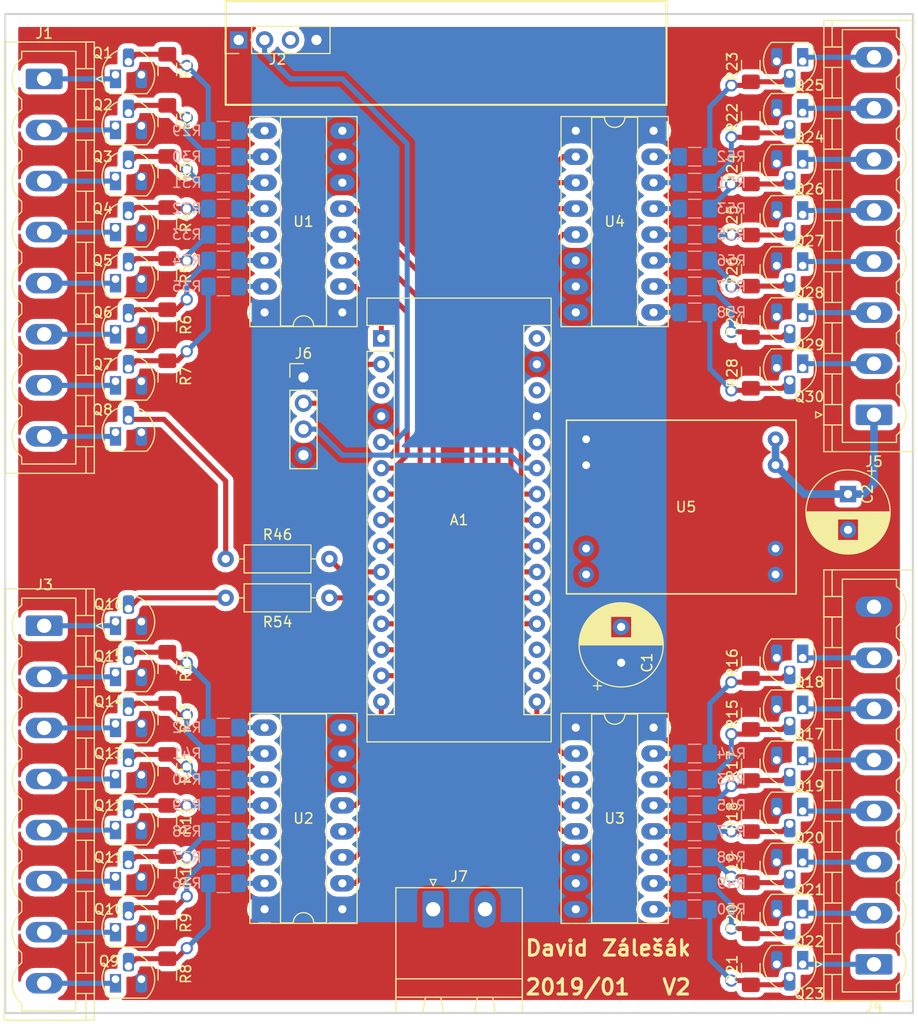
<source format=kicad_pcb>
(kicad_pcb (version 20171130) (host pcbnew 5.1.2)

  (general
    (thickness 1.6)
    (drawings 97)
    (tracks 416)
    (zones 0)
    (modules 103)
    (nets 113)
  )

  (page A4)
  (title_block
    (title Tabule)
    (date 2018-10-24)
    (rev V1.1)
    (comment 1 "David Zálešák")
  )

  (layers
    (0 F.Cu signal)
    (31 B.Cu signal)
    (32 B.Adhes user hide)
    (33 F.Adhes user hide)
    (34 B.Paste user hide)
    (35 F.Paste user hide)
    (36 B.SilkS user)
    (37 F.SilkS user)
    (38 B.Mask user)
    (39 F.Mask user)
    (40 Dwgs.User user hide)
    (41 Cmts.User user hide)
    (42 Eco1.User user hide)
    (43 Eco2.User user hide)
    (44 Edge.Cuts user)
    (45 Margin user hide)
    (46 B.CrtYd user hide)
    (47 F.CrtYd user hide)
    (48 B.Fab user hide)
    (49 F.Fab user hide)
  )

  (setup
    (last_trace_width 0.5)
    (trace_clearance 0.2)
    (zone_clearance 0.508)
    (zone_45_only no)
    (trace_min 0.2)
    (via_size 1.2)
    (via_drill 0.8)
    (via_min_size 0.4)
    (via_min_drill 0.3)
    (uvia_size 0.3)
    (uvia_drill 0.1)
    (uvias_allowed no)
    (uvia_min_size 0.2)
    (uvia_min_drill 0.1)
    (edge_width 0.15)
    (segment_width 0.2)
    (pcb_text_width 0.3)
    (pcb_text_size 1.5 1.5)
    (mod_edge_width 0.15)
    (mod_text_size 1 1)
    (mod_text_width 0.15)
    (pad_size 0.75 0.75)
    (pad_drill 0.75)
    (pad_to_mask_clearance 0.051)
    (solder_mask_min_width 0.25)
    (aux_axis_origin 0 0)
    (visible_elements FFFDFF7F)
    (pcbplotparams
      (layerselection 0x010f0_ffffffff)
      (usegerberextensions false)
      (usegerberattributes true)
      (usegerberadvancedattributes false)
      (creategerberjobfile false)
      (excludeedgelayer false)
      (linewidth 0.150000)
      (plotframeref false)
      (viasonmask false)
      (mode 1)
      (useauxorigin false)
      (hpglpennumber 1)
      (hpglpenspeed 20)
      (hpglpendiameter 15.000000)
      (psnegative false)
      (psa4output false)
      (plotreference true)
      (plotvalue true)
      (plotinvisibletext false)
      (padsonsilk false)
      (subtractmaskfromsilk false)
      (outputformat 5)
      (mirror false)
      (drillshape 0)
      (scaleselection 1)
      (outputdirectory "plots/"))
  )

  (net 0 "")
  (net 1 A0)
  (net 2 GND)
  (net 3 A1)
  (net 4 A2)
  (net 5 D3)
  (net 6 D4)
  (net 7 A4)
  (net 8 D5)
  (net 9 A5)
  (net 10 A6)
  (net 11 D7)
  (net 12 D8)
  (net 13 5V)
  (net 14 D9)
  (net 15 D10)
  (net 16 D11)
  (net 17 D12)
  (net 18 "Net-(Q1-Pad2)")
  (net 19 "Net-(Q2-Pad2)")
  (net 20 "Net-(Q3-Pad2)")
  (net 21 "Net-(Q4-Pad2)")
  (net 22 "Net-(Q5-Pad2)")
  (net 23 "Net-(Q6-Pad2)")
  (net 24 "Net-(Q7-Pad2)")
  (net 25 "Net-(Q9-Pad2)")
  (net 26 "Net-(Q10-Pad2)")
  (net 27 "Net-(Q11-Pad2)")
  (net 28 "Net-(Q12-Pad2)")
  (net 29 "Net-(Q13-Pad2)")
  (net 30 "Net-(Q14-Pad2)")
  (net 31 "Net-(Q15-Pad2)")
  (net 32 "Net-(Q17-Pad2)")
  (net 33 "Net-(Q18-Pad2)")
  (net 34 "Net-(Q19-Pad2)")
  (net 35 "Net-(Q20-Pad2)")
  (net 36 "Net-(Q21-Pad2)")
  (net 37 "Net-(Q22-Pad2)")
  (net 38 "Net-(Q23-Pad2)")
  (net 39 "Net-(Q24-Pad2)")
  (net 40 "Net-(Q25-Pad2)")
  (net 41 "Net-(Q26-Pad2)")
  (net 42 "Net-(Q27-Pad2)")
  (net 43 "Net-(Q28-Pad2)")
  (net 44 "Net-(Q29-Pad2)")
  (net 45 "Net-(Q30-Pad2)")
  (net 46 D13)
  (net 47 "Net-(A1-Pad2)")
  (net 48 12V)
  (net 49 "Net-(R29-Pad1)")
  (net 50 "Net-(R30-Pad1)")
  (net 51 "Net-(R31-Pad1)")
  (net 52 "Net-(R32-Pad2)")
  (net 53 "Net-(R33-Pad2)")
  (net 54 "Net-(R34-Pad1)")
  (net 55 "Net-(R35-Pad1)")
  (net 56 "Net-(R36-Pad2)")
  (net 57 "Net-(R37-Pad2)")
  (net 58 "Net-(R38-Pad2)")
  (net 59 "Net-(R39-Pad1)")
  (net 60 "Net-(R40-Pad1)")
  (net 61 "Net-(R41-Pad1)")
  (net 62 "Net-(R42-Pad1)")
  (net 63 "Net-(R43-Pad2)")
  (net 64 "Net-(R44-Pad2)")
  (net 65 "Net-(R45-Pad2)")
  (net 66 "Net-(R47-Pad1)")
  (net 67 "Net-(R48-Pad1)")
  (net 68 "Net-(R49-Pad2)")
  (net 69 "Net-(R50-Pad2)")
  (net 70 "Net-(R51-Pad1)")
  (net 71 "Net-(R52-Pad1)")
  (net 72 "Net-(R53-Pad1)")
  (net 73 "Net-(R55-Pad2)")
  (net 74 "Net-(R56-Pad2)")
  (net 75 "Net-(R57-Pad1)")
  (net 76 "Net-(R58-Pad1)")
  (net 77 "Net-(Q8-Pad2)")
  (net 78 "Net-(Q16-Pad2)")
  (net 79 "Net-(J1-Pad8)")
  (net 80 "Net-(J1-Pad7)")
  (net 81 "Net-(J1-Pad6)")
  (net 82 "Net-(J1-Pad5)")
  (net 83 "Net-(J1-Pad4)")
  (net 84 "Net-(J1-Pad3)")
  (net 85 "Net-(J1-Pad2)")
  (net 86 "Net-(J1-Pad1)")
  (net 87 "Net-(J3-Pad8)")
  (net 88 "Net-(J3-Pad7)")
  (net 89 "Net-(J3-Pad6)")
  (net 90 "Net-(J3-Pad5)")
  (net 91 "Net-(J3-Pad4)")
  (net 92 "Net-(J3-Pad3)")
  (net 93 "Net-(J3-Pad2)")
  (net 94 "Net-(J3-Pad1)")
  (net 95 "Net-(J4-Pad7)")
  (net 96 "Net-(J4-Pad6)")
  (net 97 "Net-(J4-Pad5)")
  (net 98 "Net-(J4-Pad4)")
  (net 99 "Net-(J4-Pad3)")
  (net 100 "Net-(J4-Pad2)")
  (net 101 "Net-(J4-Pad1)")
  (net 102 "Net-(J5-Pad8)")
  (net 103 "Net-(J5-Pad7)")
  (net 104 "Net-(J5-Pad6)")
  (net 105 "Net-(J5-Pad5)")
  (net 106 "Net-(J5-Pad4)")
  (net 107 "Net-(J5-Pad3)")
  (net 108 "Net-(J5-Pad2)")
  (net 109 D6)
  (net 110 "Net-(A1-Pad5)")
  (net 111 A3)
  (net 112 D1)

  (net_class Default "This is the default net class."
    (clearance 0.2)
    (trace_width 0.5)
    (via_dia 1.2)
    (via_drill 0.8)
    (uvia_dia 0.3)
    (uvia_drill 0.1)
    (add_net 5V)
    (add_net A0)
    (add_net A1)
    (add_net A2)
    (add_net A3)
    (add_net A4)
    (add_net A5)
    (add_net A6)
    (add_net D1)
    (add_net D10)
    (add_net D11)
    (add_net D12)
    (add_net D13)
    (add_net D3)
    (add_net D4)
    (add_net D5)
    (add_net D6)
    (add_net D7)
    (add_net D8)
    (add_net D9)
    (add_net "Net-(A1-Pad2)")
    (add_net "Net-(A1-Pad5)")
    (add_net "Net-(J1-Pad1)")
    (add_net "Net-(J1-Pad2)")
    (add_net "Net-(J1-Pad3)")
    (add_net "Net-(J1-Pad4)")
    (add_net "Net-(J1-Pad5)")
    (add_net "Net-(J1-Pad6)")
    (add_net "Net-(J1-Pad7)")
    (add_net "Net-(J1-Pad8)")
    (add_net "Net-(J3-Pad1)")
    (add_net "Net-(J3-Pad2)")
    (add_net "Net-(J3-Pad3)")
    (add_net "Net-(J3-Pad4)")
    (add_net "Net-(J3-Pad5)")
    (add_net "Net-(J3-Pad6)")
    (add_net "Net-(J3-Pad7)")
    (add_net "Net-(J3-Pad8)")
    (add_net "Net-(J4-Pad1)")
    (add_net "Net-(J4-Pad2)")
    (add_net "Net-(J4-Pad3)")
    (add_net "Net-(J4-Pad4)")
    (add_net "Net-(J4-Pad5)")
    (add_net "Net-(J4-Pad6)")
    (add_net "Net-(J4-Pad7)")
    (add_net "Net-(J5-Pad2)")
    (add_net "Net-(J5-Pad3)")
    (add_net "Net-(J5-Pad4)")
    (add_net "Net-(J5-Pad5)")
    (add_net "Net-(J5-Pad6)")
    (add_net "Net-(J5-Pad7)")
    (add_net "Net-(J5-Pad8)")
    (add_net "Net-(Q1-Pad2)")
    (add_net "Net-(Q10-Pad2)")
    (add_net "Net-(Q11-Pad2)")
    (add_net "Net-(Q12-Pad2)")
    (add_net "Net-(Q13-Pad2)")
    (add_net "Net-(Q14-Pad2)")
    (add_net "Net-(Q15-Pad2)")
    (add_net "Net-(Q16-Pad2)")
    (add_net "Net-(Q17-Pad2)")
    (add_net "Net-(Q18-Pad2)")
    (add_net "Net-(Q19-Pad2)")
    (add_net "Net-(Q2-Pad2)")
    (add_net "Net-(Q20-Pad2)")
    (add_net "Net-(Q21-Pad2)")
    (add_net "Net-(Q22-Pad2)")
    (add_net "Net-(Q23-Pad2)")
    (add_net "Net-(Q24-Pad2)")
    (add_net "Net-(Q25-Pad2)")
    (add_net "Net-(Q26-Pad2)")
    (add_net "Net-(Q27-Pad2)")
    (add_net "Net-(Q28-Pad2)")
    (add_net "Net-(Q29-Pad2)")
    (add_net "Net-(Q3-Pad2)")
    (add_net "Net-(Q30-Pad2)")
    (add_net "Net-(Q4-Pad2)")
    (add_net "Net-(Q5-Pad2)")
    (add_net "Net-(Q6-Pad2)")
    (add_net "Net-(Q7-Pad2)")
    (add_net "Net-(Q8-Pad2)")
    (add_net "Net-(Q9-Pad2)")
    (add_net "Net-(R29-Pad1)")
    (add_net "Net-(R30-Pad1)")
    (add_net "Net-(R31-Pad1)")
    (add_net "Net-(R32-Pad2)")
    (add_net "Net-(R33-Pad2)")
    (add_net "Net-(R34-Pad1)")
    (add_net "Net-(R35-Pad1)")
    (add_net "Net-(R36-Pad2)")
    (add_net "Net-(R37-Pad2)")
    (add_net "Net-(R38-Pad2)")
    (add_net "Net-(R39-Pad1)")
    (add_net "Net-(R40-Pad1)")
    (add_net "Net-(R41-Pad1)")
    (add_net "Net-(R42-Pad1)")
    (add_net "Net-(R43-Pad2)")
    (add_net "Net-(R44-Pad2)")
    (add_net "Net-(R45-Pad2)")
    (add_net "Net-(R47-Pad1)")
    (add_net "Net-(R48-Pad1)")
    (add_net "Net-(R49-Pad2)")
    (add_net "Net-(R50-Pad2)")
    (add_net "Net-(R51-Pad1)")
    (add_net "Net-(R52-Pad1)")
    (add_net "Net-(R53-Pad1)")
    (add_net "Net-(R55-Pad2)")
    (add_net "Net-(R56-Pad2)")
    (add_net "Net-(R57-Pad1)")
    (add_net "Net-(R58-Pad1)")
  )

  (net_class GND ""
    (clearance 0.4)
    (trace_width 0.75)
    (via_dia 1.2)
    (via_drill 0.8)
    (uvia_dia 0.3)
    (uvia_drill 0.1)
    (add_net 12V)
    (add_net GND)
  )

  (module Module:Arduino_Nano locked (layer F.Cu) (tedit 58ACAF70) (tstamp 5C55BBE0)
    (at 100.33 69.85)
    (descr "Arduino Nano, http://www.mouser.com/pdfdocs/Gravitech_Arduino_Nano3_0.pdf")
    (tags "Arduino Nano")
    (path /5BD09A4B)
    (fp_text reference A1 (at 7.62 17.78) (layer F.SilkS)
      (effects (font (size 1 1) (thickness 0.15)))
    )
    (fp_text value Arduino_Nano_v3.x (at 8.89 19.05 90) (layer F.Fab)
      (effects (font (size 1 1) (thickness 0.15)))
    )
    (fp_line (start 16.75 42.16) (end -1.53 42.16) (layer F.CrtYd) (width 0.05))
    (fp_line (start 16.75 42.16) (end 16.75 -4.06) (layer F.CrtYd) (width 0.05))
    (fp_line (start -1.53 -4.06) (end -1.53 42.16) (layer F.CrtYd) (width 0.05))
    (fp_line (start -1.53 -4.06) (end 16.75 -4.06) (layer F.CrtYd) (width 0.05))
    (fp_line (start 16.51 -3.81) (end 16.51 39.37) (layer F.Fab) (width 0.1))
    (fp_line (start 0 -3.81) (end 16.51 -3.81) (layer F.Fab) (width 0.1))
    (fp_line (start -1.27 -2.54) (end 0 -3.81) (layer F.Fab) (width 0.1))
    (fp_line (start -1.27 39.37) (end -1.27 -2.54) (layer F.Fab) (width 0.1))
    (fp_line (start 16.51 39.37) (end -1.27 39.37) (layer F.Fab) (width 0.1))
    (fp_line (start 16.64 -3.94) (end -1.4 -3.94) (layer F.SilkS) (width 0.12))
    (fp_line (start 16.64 39.5) (end 16.64 -3.94) (layer F.SilkS) (width 0.12))
    (fp_line (start -1.4 39.5) (end 16.64 39.5) (layer F.SilkS) (width 0.12))
    (fp_line (start 3.81 41.91) (end 3.81 31.75) (layer F.Fab) (width 0.1))
    (fp_line (start 11.43 41.91) (end 3.81 41.91) (layer F.Fab) (width 0.1))
    (fp_line (start 11.43 31.75) (end 11.43 41.91) (layer F.Fab) (width 0.1))
    (fp_line (start 3.81 31.75) (end 11.43 31.75) (layer F.Fab) (width 0.1))
    (fp_line (start 1.27 36.83) (end -1.4 36.83) (layer F.SilkS) (width 0.12))
    (fp_line (start 1.27 1.27) (end 1.27 36.83) (layer F.SilkS) (width 0.12))
    (fp_line (start 1.27 1.27) (end -1.4 1.27) (layer F.SilkS) (width 0.12))
    (fp_line (start 13.97 36.83) (end 16.64 36.83) (layer F.SilkS) (width 0.12))
    (fp_line (start 13.97 -1.27) (end 13.97 36.83) (layer F.SilkS) (width 0.12))
    (fp_line (start 13.97 -1.27) (end 16.64 -1.27) (layer F.SilkS) (width 0.12))
    (fp_line (start -1.4 -3.94) (end -1.4 -1.27) (layer F.SilkS) (width 0.12))
    (fp_line (start -1.4 1.27) (end -1.4 39.5) (layer F.SilkS) (width 0.12))
    (fp_line (start 1.27 -1.27) (end -1.4 -1.27) (layer F.SilkS) (width 0.12))
    (fp_line (start 1.27 1.27) (end 1.27 -1.27) (layer F.SilkS) (width 0.12))
    (fp_text user %R (at 6.35 19.05 90) (layer F.Fab)
      (effects (font (size 1 1) (thickness 0.15)))
    )
    (pad 16 thru_hole oval (at 15.24 35.56) (size 1.6 1.6) (drill 0.8) (layers *.Cu *.Mask)
      (net 46 D13))
    (pad 15 thru_hole oval (at 0 35.56) (size 1.6 1.6) (drill 0.8) (layers *.Cu *.Mask)
      (net 17 D12))
    (pad 30 thru_hole oval (at 15.24 0) (size 1.6 1.6) (drill 0.8) (layers *.Cu *.Mask))
    (pad 14 thru_hole oval (at 0 33.02) (size 1.6 1.6) (drill 0.8) (layers *.Cu *.Mask)
      (net 16 D11))
    (pad 29 thru_hole oval (at 15.24 2.54) (size 1.6 1.6) (drill 0.8) (layers *.Cu *.Mask)
      (net 2 GND))
    (pad 13 thru_hole oval (at 0 30.48) (size 1.6 1.6) (drill 0.8) (layers *.Cu *.Mask)
      (net 15 D10))
    (pad 28 thru_hole oval (at 15.24 5.08) (size 1.6 1.6) (drill 0.8) (layers *.Cu *.Mask))
    (pad 12 thru_hole oval (at 0 27.94) (size 1.6 1.6) (drill 0.8) (layers *.Cu *.Mask)
      (net 14 D9))
    (pad 27 thru_hole oval (at 15.24 7.62) (size 1.6 1.6) (drill 0.8) (layers *.Cu *.Mask)
      (net 13 5V))
    (pad 11 thru_hole oval (at 0 25.4) (size 1.6 1.6) (drill 0.8) (layers *.Cu *.Mask)
      (net 12 D8))
    (pad 26 thru_hole oval (at 15.24 10.16) (size 1.6 1.6) (drill 0.8) (layers *.Cu *.Mask))
    (pad 10 thru_hole oval (at 0 22.86) (size 1.6 1.6) (drill 0.8) (layers *.Cu *.Mask)
      (net 11 D7))
    (pad 25 thru_hole oval (at 15.24 12.7) (size 1.6 1.6) (drill 0.8) (layers *.Cu *.Mask)
      (net 10 A6))
    (pad 9 thru_hole oval (at 0 20.32) (size 1.6 1.6) (drill 0.8) (layers *.Cu *.Mask)
      (net 109 D6))
    (pad 24 thru_hole oval (at 15.24 15.24) (size 1.6 1.6) (drill 0.8) (layers *.Cu *.Mask)
      (net 9 A5))
    (pad 8 thru_hole oval (at 0 17.78) (size 1.6 1.6) (drill 0.8) (layers *.Cu *.Mask)
      (net 8 D5))
    (pad 23 thru_hole oval (at 15.24 17.78) (size 1.6 1.6) (drill 0.8) (layers *.Cu *.Mask)
      (net 7 A4))
    (pad 7 thru_hole oval (at 0 15.24) (size 1.6 1.6) (drill 0.8) (layers *.Cu *.Mask)
      (net 6 D4))
    (pad 22 thru_hole oval (at 15.24 20.32) (size 1.6 1.6) (drill 0.8) (layers *.Cu *.Mask)
      (net 111 A3))
    (pad 6 thru_hole oval (at 0 12.7) (size 1.6 1.6) (drill 0.8) (layers *.Cu *.Mask)
      (net 5 D3))
    (pad 21 thru_hole oval (at 15.24 22.86) (size 1.6 1.6) (drill 0.8) (layers *.Cu *.Mask)
      (net 4 A2))
    (pad 5 thru_hole oval (at 0 10.16) (size 1.6 1.6) (drill 0.8) (layers *.Cu *.Mask)
      (net 110 "Net-(A1-Pad5)"))
    (pad 20 thru_hole oval (at 15.24 25.4) (size 1.6 1.6) (drill 0.8) (layers *.Cu *.Mask)
      (net 3 A1))
    (pad 4 thru_hole oval (at 0 7.62) (size 1.6 1.6) (drill 0.8) (layers *.Cu *.Mask)
      (net 2 GND))
    (pad 19 thru_hole oval (at 15.24 27.94) (size 1.6 1.6) (drill 0.8) (layers *.Cu *.Mask)
      (net 1 A0))
    (pad 3 thru_hole oval (at 0 5.08) (size 1.6 1.6) (drill 0.8) (layers *.Cu *.Mask))
    (pad 18 thru_hole oval (at 15.24 30.48) (size 1.6 1.6) (drill 0.8) (layers *.Cu *.Mask))
    (pad 2 thru_hole oval (at 0 2.54) (size 1.6 1.6) (drill 0.8) (layers *.Cu *.Mask)
      (net 47 "Net-(A1-Pad2)"))
    (pad 17 thru_hole oval (at 15.24 33.02) (size 1.6 1.6) (drill 0.8) (layers *.Cu *.Mask))
    (pad 1 thru_hole rect (at 0 0) (size 1.6 1.6) (drill 0.8) (layers *.Cu *.Mask)
      (net 112 D1))
    (model ${KISYS3DMOD}/Module.3dshapes/Arduino_Nano_WithMountingHoles.wrl
      (at (xyz 0 0 0))
      (scale (xyz 1 1 1))
      (rotate (xyz 0 0 0))
    )
  )

  (module Connector_PinHeader_2.54mm:PinHeader_1x04_P2.54mm_Vertical locked (layer F.Cu) (tedit 59FED5CC) (tstamp 5BED1FBA)
    (at 92.71 73.66)
    (descr "Through hole straight pin header, 1x04, 2.54mm pitch, single row")
    (tags "Through hole pin header THT 1x04 2.54mm single row")
    (path /5BE40CAA)
    (fp_text reference J6 (at 0 -2.33) (layer F.SilkS)
      (effects (font (size 1 1) (thickness 0.15)))
    )
    (fp_text value Conn_01x04_Female (at 0 9.95) (layer F.Fab)
      (effects (font (size 1 1) (thickness 0.15)))
    )
    (fp_text user %R (at 0 3.81 90) (layer F.Fab)
      (effects (font (size 1 1) (thickness 0.15)))
    )
    (fp_line (start 1.8 -1.8) (end -1.8 -1.8) (layer F.CrtYd) (width 0.05))
    (fp_line (start 1.8 9.4) (end 1.8 -1.8) (layer F.CrtYd) (width 0.05))
    (fp_line (start -1.8 9.4) (end 1.8 9.4) (layer F.CrtYd) (width 0.05))
    (fp_line (start -1.8 -1.8) (end -1.8 9.4) (layer F.CrtYd) (width 0.05))
    (fp_line (start -1.33 -1.33) (end 0 -1.33) (layer F.SilkS) (width 0.12))
    (fp_line (start -1.33 0) (end -1.33 -1.33) (layer F.SilkS) (width 0.12))
    (fp_line (start -1.33 1.27) (end 1.33 1.27) (layer F.SilkS) (width 0.12))
    (fp_line (start 1.33 1.27) (end 1.33 8.95) (layer F.SilkS) (width 0.12))
    (fp_line (start -1.33 1.27) (end -1.33 8.95) (layer F.SilkS) (width 0.12))
    (fp_line (start -1.33 8.95) (end 1.33 8.95) (layer F.SilkS) (width 0.12))
    (fp_line (start -1.27 -0.635) (end -0.635 -1.27) (layer F.Fab) (width 0.1))
    (fp_line (start -1.27 8.89) (end -1.27 -0.635) (layer F.Fab) (width 0.1))
    (fp_line (start 1.27 8.89) (end -1.27 8.89) (layer F.Fab) (width 0.1))
    (fp_line (start 1.27 -1.27) (end 1.27 8.89) (layer F.Fab) (width 0.1))
    (fp_line (start -0.635 -1.27) (end 1.27 -1.27) (layer F.Fab) (width 0.1))
    (pad 4 thru_hole oval (at 0 7.62) (size 1.7 1.7) (drill 1) (layers *.Cu *.Mask)
      (net 2 GND))
    (pad 3 thru_hole oval (at 0 5.08) (size 1.7 1.7) (drill 1) (layers *.Cu *.Mask)
      (net 10 A6))
    (pad 2 thru_hole oval (at 0 2.54) (size 1.7 1.7) (drill 1) (layers *.Cu *.Mask)
      (net 47 "Net-(A1-Pad2)"))
    (pad 1 thru_hole rect (at 0 0) (size 1.7 1.7) (drill 1) (layers *.Cu *.Mask)
      (net 13 5V))
    (model ${KISYS3DMOD}/Connector_PinHeader_2.54mm.3dshapes/PinHeader_1x04_P2.54mm_Vertical.wrl
      (at (xyz 0 0 0))
      (scale (xyz 1 1 1))
      (rotate (xyz 0 0 0))
    )
  )

  (module Connector_Phoenix_MSTB:PhoenixContact_MSTBVA_2,5_8-G_1x08_P5.00mm_Vertical (layer F.Cu) (tedit 5B785046) (tstamp 5C4A5008)
    (at 67.31 44.45 270)
    (descr "Generic Phoenix Contact connector footprint for: MSTBVA_2,5/8-G; number of pins: 08; pin pitch: 5.00mm; Vertical || order number: 1755574 12A || order number: 1924253 16A (HC)")
    (tags "phoenix_contact connector MSTBVA_01x08_G_5.00mm")
    (path /5BCD5D19)
    (fp_text reference J1 (at -4.445 0) (layer F.SilkS)
      (effects (font (size 1 1) (thickness 0.15)))
    )
    (fp_text value Conn_01x08_Male (at 17.5 5 270) (layer F.Fab)
      (effects (font (size 1 1) (thickness 0.15)))
    )
    (fp_text user %R (at 17.5 -4.1 270) (layer F.Fab)
      (effects (font (size 1 1) (thickness 0.15)))
    )
    (fp_line (start -0.5 -3.55) (end 0.5 -3.55) (layer F.Fab) (width 0.1))
    (fp_line (start 0 -2.55) (end -0.5 -3.55) (layer F.Fab) (width 0.1))
    (fp_line (start 0.5 -3.55) (end 0 -2.55) (layer F.Fab) (width 0.1))
    (fp_line (start -0.3 -5.71) (end 0.3 -5.71) (layer F.SilkS) (width 0.12))
    (fp_line (start 0 -5.11) (end -0.3 -5.71) (layer F.SilkS) (width 0.12))
    (fp_line (start 0.3 -5.71) (end 0 -5.11) (layer F.SilkS) (width 0.12))
    (fp_line (start 39 -5.3) (end -4 -5.3) (layer F.CrtYd) (width 0.05))
    (fp_line (start 39 4.3) (end 39 -5.3) (layer F.CrtYd) (width 0.05))
    (fp_line (start -4 4.3) (end 39 4.3) (layer F.CrtYd) (width 0.05))
    (fp_line (start -4 -5.3) (end -4 4.3) (layer F.CrtYd) (width 0.05))
    (fp_line (start 37.7 2.2) (end 37 2.2) (layer F.SilkS) (width 0.12))
    (fp_line (start 37.7 -3.1) (end 37.7 2.2) (layer F.SilkS) (width 0.12))
    (fp_line (start -2.7 -3.1) (end 37.7 -3.1) (layer F.SilkS) (width 0.12))
    (fp_line (start -2.7 2.2) (end -2.7 -3.1) (layer F.SilkS) (width 0.12))
    (fp_line (start -2 2.2) (end -2.7 2.2) (layer F.SilkS) (width 0.12))
    (fp_line (start 32 2.2) (end 33 2.2) (layer F.SilkS) (width 0.12))
    (fp_line (start 27 2.2) (end 28 2.2) (layer F.SilkS) (width 0.12))
    (fp_line (start 22 2.2) (end 23 2.2) (layer F.SilkS) (width 0.12))
    (fp_line (start 17 2.2) (end 18 2.2) (layer F.SilkS) (width 0.12))
    (fp_line (start 12 2.2) (end 13 2.2) (layer F.SilkS) (width 0.12))
    (fp_line (start 7 2.2) (end 8 2.2) (layer F.SilkS) (width 0.12))
    (fp_line (start 2 2.2) (end 3 2.2) (layer F.SilkS) (width 0.12))
    (fp_line (start 36 -3.1) (end 34 -3.1) (layer F.SilkS) (width 0.12))
    (fp_line (start 36 -4.91) (end 36 -3.1) (layer F.SilkS) (width 0.12))
    (fp_line (start 34 -4.91) (end 36 -4.91) (layer F.SilkS) (width 0.12))
    (fp_line (start 34 -3.1) (end 34 -4.91) (layer F.SilkS) (width 0.12))
    (fp_line (start 31 -3.1) (end 29 -3.1) (layer F.SilkS) (width 0.12))
    (fp_line (start 31 -4.91) (end 31 -3.1) (layer F.SilkS) (width 0.12))
    (fp_line (start 29 -4.91) (end 31 -4.91) (layer F.SilkS) (width 0.12))
    (fp_line (start 29 -3.1) (end 29 -4.91) (layer F.SilkS) (width 0.12))
    (fp_line (start 26 -3.1) (end 24 -3.1) (layer F.SilkS) (width 0.12))
    (fp_line (start 26 -4.91) (end 26 -3.1) (layer F.SilkS) (width 0.12))
    (fp_line (start 24 -4.91) (end 26 -4.91) (layer F.SilkS) (width 0.12))
    (fp_line (start 24 -3.1) (end 24 -4.91) (layer F.SilkS) (width 0.12))
    (fp_line (start 21 -3.1) (end 19 -3.1) (layer F.SilkS) (width 0.12))
    (fp_line (start 21 -4.91) (end 21 -3.1) (layer F.SilkS) (width 0.12))
    (fp_line (start 19 -4.91) (end 21 -4.91) (layer F.SilkS) (width 0.12))
    (fp_line (start 19 -3.1) (end 19 -4.91) (layer F.SilkS) (width 0.12))
    (fp_line (start 16 -3.1) (end 14 -3.1) (layer F.SilkS) (width 0.12))
    (fp_line (start 16 -4.91) (end 16 -3.1) (layer F.SilkS) (width 0.12))
    (fp_line (start 14 -4.91) (end 16 -4.91) (layer F.SilkS) (width 0.12))
    (fp_line (start 14 -3.1) (end 14 -4.91) (layer F.SilkS) (width 0.12))
    (fp_line (start 11 -3.1) (end 9 -3.1) (layer F.SilkS) (width 0.12))
    (fp_line (start 11 -4.91) (end 11 -3.1) (layer F.SilkS) (width 0.12))
    (fp_line (start 9 -4.91) (end 11 -4.91) (layer F.SilkS) (width 0.12))
    (fp_line (start 9 -3.1) (end 9 -4.91) (layer F.SilkS) (width 0.12))
    (fp_line (start 6 -3.1) (end 4 -3.1) (layer F.SilkS) (width 0.12))
    (fp_line (start 6 -4.91) (end 6 -3.1) (layer F.SilkS) (width 0.12))
    (fp_line (start 4 -4.91) (end 6 -4.91) (layer F.SilkS) (width 0.12))
    (fp_line (start 4 -3.1) (end 4 -4.91) (layer F.SilkS) (width 0.12))
    (fp_line (start 1 -3.1) (end -1 -3.1) (layer F.SilkS) (width 0.12))
    (fp_line (start 1 -4.91) (end 1 -3.1) (layer F.SilkS) (width 0.12))
    (fp_line (start -1 -4.91) (end 1 -4.91) (layer F.SilkS) (width 0.12))
    (fp_line (start -1 -3.1) (end -1 -4.91) (layer F.SilkS) (width 0.12))
    (fp_line (start 31 -4.1) (end 34 -4.1) (layer F.SilkS) (width 0.12))
    (fp_line (start 26 -4.1) (end 29 -4.1) (layer F.SilkS) (width 0.12))
    (fp_line (start 21 -4.1) (end 24 -4.1) (layer F.SilkS) (width 0.12))
    (fp_line (start 16 -4.1) (end 19 -4.1) (layer F.SilkS) (width 0.12))
    (fp_line (start 11 -4.1) (end 14 -4.1) (layer F.SilkS) (width 0.12))
    (fp_line (start 6 -4.1) (end 9 -4.1) (layer F.SilkS) (width 0.12))
    (fp_line (start 1 -4.1) (end 4 -4.1) (layer F.SilkS) (width 0.12))
    (fp_line (start 38.61 -4.1) (end 36.11 -4.1) (layer F.SilkS) (width 0.12))
    (fp_line (start -3.61 -4.1) (end -1.11 -4.1) (layer F.SilkS) (width 0.12))
    (fp_line (start 38.5 -4.8) (end -3.5 -4.8) (layer F.Fab) (width 0.1))
    (fp_line (start 38.5 3.8) (end 38.5 -4.8) (layer F.Fab) (width 0.1))
    (fp_line (start -3.5 3.8) (end 38.5 3.8) (layer F.Fab) (width 0.1))
    (fp_line (start -3.5 -4.8) (end -3.5 3.8) (layer F.Fab) (width 0.1))
    (fp_line (start 38.61 -4.91) (end -3.61 -4.91) (layer F.SilkS) (width 0.12))
    (fp_line (start 38.61 3.91) (end 38.61 -4.91) (layer F.SilkS) (width 0.12))
    (fp_line (start -3.61 3.91) (end 38.61 3.91) (layer F.SilkS) (width 0.12))
    (fp_line (start -3.61 -4.91) (end -3.61 3.91) (layer F.SilkS) (width 0.12))
    (fp_arc (start 35 0.55) (end 33 2.2) (angle -100.5) (layer F.SilkS) (width 0.12))
    (fp_arc (start 30 0.55) (end 28 2.2) (angle -100.5) (layer F.SilkS) (width 0.12))
    (fp_arc (start 25 0.55) (end 23 2.2) (angle -100.5) (layer F.SilkS) (width 0.12))
    (fp_arc (start 20 0.55) (end 18 2.2) (angle -100.5) (layer F.SilkS) (width 0.12))
    (fp_arc (start 15 0.55) (end 13 2.2) (angle -100.5) (layer F.SilkS) (width 0.12))
    (fp_arc (start 10 0.55) (end 8 2.2) (angle -100.5) (layer F.SilkS) (width 0.12))
    (fp_arc (start 5 0.55) (end 3 2.2) (angle -100.5) (layer F.SilkS) (width 0.12))
    (fp_arc (start 0 0.55) (end -2 2.2) (angle -100.5) (layer F.SilkS) (width 0.12))
    (pad 8 thru_hole oval (at 35 0 270) (size 2 3.6) (drill 1.4) (layers *.Cu *.Mask)
      (net 79 "Net-(J1-Pad8)"))
    (pad 7 thru_hole oval (at 30 0 270) (size 2 3.6) (drill 1.4) (layers *.Cu *.Mask)
      (net 80 "Net-(J1-Pad7)"))
    (pad 6 thru_hole oval (at 25 0 270) (size 2 3.6) (drill 1.4) (layers *.Cu *.Mask)
      (net 81 "Net-(J1-Pad6)"))
    (pad 5 thru_hole oval (at 20 0 270) (size 2 3.6) (drill 1.4) (layers *.Cu *.Mask)
      (net 82 "Net-(J1-Pad5)"))
    (pad 4 thru_hole oval (at 15 0 270) (size 2 3.6) (drill 1.4) (layers *.Cu *.Mask)
      (net 83 "Net-(J1-Pad4)"))
    (pad 3 thru_hole oval (at 10 0 270) (size 2 3.6) (drill 1.4) (layers *.Cu *.Mask)
      (net 84 "Net-(J1-Pad3)"))
    (pad 2 thru_hole oval (at 5 0 270) (size 2 3.6) (drill 1.4) (layers *.Cu *.Mask)
      (net 85 "Net-(J1-Pad2)"))
    (pad 1 thru_hole roundrect (at 0 0 270) (size 2 3.6) (drill 1.4) (layers *.Cu *.Mask) (roundrect_rratio 0.125)
      (net 86 "Net-(J1-Pad1)"))
    (model ${KISYS3DMOD}/Connector_Phoenix_MSTB.3dshapes/PhoenixContact_MSTBVA_2,5_8-G_1x08_P5.00mm_Vertical.wrl
      (at (xyz 0 0 0))
      (scale (xyz 1 1 1))
      (rotate (xyz 0 0 0))
    )
  )

  (module Connector_PinHeader_2.54mm:PinHeader_1x04_P2.54mm_Vertical locked (layer F.Cu) (tedit 59FED5CC) (tstamp 5C87A7DF)
    (at 86.36 40.64 90)
    (descr "Through hole straight pin header, 1x04, 2.54mm pitch, single row")
    (tags "Through hole pin header THT 1x04 2.54mm single row")
    (path /5BD2CD58)
    (fp_text reference J2 (at -1.905 3.81 180) (layer F.SilkS)
      (effects (font (size 1 1) (thickness 0.15)))
    )
    (fp_text value Conn_01x04_Female (at 0 9.95 90) (layer F.Fab)
      (effects (font (size 1 1) (thickness 0.15)))
    )
    (fp_line (start -0.635 -1.27) (end 1.27 -1.27) (layer F.Fab) (width 0.1))
    (fp_line (start 1.27 -1.27) (end 1.27 8.89) (layer F.Fab) (width 0.1))
    (fp_line (start 1.27 8.89) (end -1.27 8.89) (layer F.Fab) (width 0.1))
    (fp_line (start -1.27 8.89) (end -1.27 -0.635) (layer F.Fab) (width 0.1))
    (fp_line (start -1.27 -0.635) (end -0.635 -1.27) (layer F.Fab) (width 0.1))
    (fp_line (start -1.33 8.95) (end 1.33 8.95) (layer F.SilkS) (width 0.12))
    (fp_line (start -1.33 1.27) (end -1.33 8.95) (layer F.SilkS) (width 0.12))
    (fp_line (start 1.33 1.27) (end 1.33 8.95) (layer F.SilkS) (width 0.12))
    (fp_line (start -1.33 1.27) (end 1.33 1.27) (layer F.SilkS) (width 0.12))
    (fp_line (start -1.33 0) (end -1.33 -1.33) (layer F.SilkS) (width 0.12))
    (fp_line (start -1.33 -1.33) (end 0 -1.33) (layer F.SilkS) (width 0.12))
    (fp_line (start -1.8 -1.8) (end -1.8 9.4) (layer F.CrtYd) (width 0.05))
    (fp_line (start -1.8 9.4) (end 1.8 9.4) (layer F.CrtYd) (width 0.05))
    (fp_line (start 1.8 9.4) (end 1.8 -1.8) (layer F.CrtYd) (width 0.05))
    (fp_line (start 1.8 -1.8) (end -1.8 -1.8) (layer F.CrtYd) (width 0.05))
    (fp_text user %R (at 0 3.81 180) (layer F.Fab)
      (effects (font (size 1 1) (thickness 0.15)))
    )
    (pad 1 thru_hole rect (at 0 0 90) (size 1.7 1.7) (drill 1) (layers *.Cu *.Mask)
      (net 2 GND))
    (pad 2 thru_hole oval (at 0 2.54 90) (size 1.7 1.7) (drill 1) (layers *.Cu *.Mask)
      (net 110 "Net-(A1-Pad5)"))
    (pad 3 thru_hole oval (at 0 5.08 90) (size 1.7 1.7) (drill 1) (layers *.Cu *.Mask))
    (pad 4 thru_hole oval (at 0 7.62 90) (size 1.7 1.7) (drill 1) (layers *.Cu *.Mask)
      (net 13 5V))
    (model ${KISYS3DMOD}/Connector_PinHeader_2.54mm.3dshapes/PinHeader_1x04_P2.54mm_Vertical.wrl
      (at (xyz 0 0 0))
      (scale (xyz 1 1 1))
      (rotate (xyz 0 0 0))
    )
  )

  (module Connector_Phoenix_MSTB:PhoenixContact_MSTBVA_2,5_8-G_1x08_P5.00mm_Vertical (layer F.Cu) (tedit 5B785046) (tstamp 5BED1EEA)
    (at 67.31 97.98 270)
    (descr "Generic Phoenix Contact connector footprint for: MSTBVA_2,5/8-G; number of pins: 08; pin pitch: 5.00mm; Vertical || order number: 1755574 12A || order number: 1924253 16A (HC)")
    (tags "phoenix_contact connector MSTBVA_01x08_G_5.00mm")
    (path /5BD0C4FA)
    (fp_text reference J3 (at -4 0) (layer F.SilkS)
      (effects (font (size 1 1) (thickness 0.15)))
    )
    (fp_text value Conn_01x08_Male (at 17.5 5 270) (layer F.Fab)
      (effects (font (size 1 1) (thickness 0.15)))
    )
    (fp_text user %R (at 17.5 -4.1 270) (layer F.Fab)
      (effects (font (size 1 1) (thickness 0.15)))
    )
    (fp_line (start -0.5 -3.55) (end 0.5 -3.55) (layer F.Fab) (width 0.1))
    (fp_line (start 0 -2.55) (end -0.5 -3.55) (layer F.Fab) (width 0.1))
    (fp_line (start 0.5 -3.55) (end 0 -2.55) (layer F.Fab) (width 0.1))
    (fp_line (start -0.3 -5.71) (end 0.3 -5.71) (layer F.SilkS) (width 0.12))
    (fp_line (start 0 -5.11) (end -0.3 -5.71) (layer F.SilkS) (width 0.12))
    (fp_line (start 0.3 -5.71) (end 0 -5.11) (layer F.SilkS) (width 0.12))
    (fp_line (start 39 -5.3) (end -4 -5.3) (layer F.CrtYd) (width 0.05))
    (fp_line (start 39 4.3) (end 39 -5.3) (layer F.CrtYd) (width 0.05))
    (fp_line (start -4 4.3) (end 39 4.3) (layer F.CrtYd) (width 0.05))
    (fp_line (start -4 -5.3) (end -4 4.3) (layer F.CrtYd) (width 0.05))
    (fp_line (start 37.7 2.2) (end 37 2.2) (layer F.SilkS) (width 0.12))
    (fp_line (start 37.7 -3.1) (end 37.7 2.2) (layer F.SilkS) (width 0.12))
    (fp_line (start -2.7 -3.1) (end 37.7 -3.1) (layer F.SilkS) (width 0.12))
    (fp_line (start -2.7 2.2) (end -2.7 -3.1) (layer F.SilkS) (width 0.12))
    (fp_line (start -2 2.2) (end -2.7 2.2) (layer F.SilkS) (width 0.12))
    (fp_line (start 32 2.2) (end 33 2.2) (layer F.SilkS) (width 0.12))
    (fp_line (start 27 2.2) (end 28 2.2) (layer F.SilkS) (width 0.12))
    (fp_line (start 22 2.2) (end 23 2.2) (layer F.SilkS) (width 0.12))
    (fp_line (start 17 2.2) (end 18 2.2) (layer F.SilkS) (width 0.12))
    (fp_line (start 12 2.2) (end 13 2.2) (layer F.SilkS) (width 0.12))
    (fp_line (start 7 2.2) (end 8 2.2) (layer F.SilkS) (width 0.12))
    (fp_line (start 2 2.2) (end 3 2.2) (layer F.SilkS) (width 0.12))
    (fp_line (start 36 -3.1) (end 34 -3.1) (layer F.SilkS) (width 0.12))
    (fp_line (start 36 -4.91) (end 36 -3.1) (layer F.SilkS) (width 0.12))
    (fp_line (start 34 -4.91) (end 36 -4.91) (layer F.SilkS) (width 0.12))
    (fp_line (start 34 -3.1) (end 34 -4.91) (layer F.SilkS) (width 0.12))
    (fp_line (start 31 -3.1) (end 29 -3.1) (layer F.SilkS) (width 0.12))
    (fp_line (start 31 -4.91) (end 31 -3.1) (layer F.SilkS) (width 0.12))
    (fp_line (start 29 -4.91) (end 31 -4.91) (layer F.SilkS) (width 0.12))
    (fp_line (start 29 -3.1) (end 29 -4.91) (layer F.SilkS) (width 0.12))
    (fp_line (start 26 -3.1) (end 24 -3.1) (layer F.SilkS) (width 0.12))
    (fp_line (start 26 -4.91) (end 26 -3.1) (layer F.SilkS) (width 0.12))
    (fp_line (start 24 -4.91) (end 26 -4.91) (layer F.SilkS) (width 0.12))
    (fp_line (start 24 -3.1) (end 24 -4.91) (layer F.SilkS) (width 0.12))
    (fp_line (start 21 -3.1) (end 19 -3.1) (layer F.SilkS) (width 0.12))
    (fp_line (start 21 -4.91) (end 21 -3.1) (layer F.SilkS) (width 0.12))
    (fp_line (start 19 -4.91) (end 21 -4.91) (layer F.SilkS) (width 0.12))
    (fp_line (start 19 -3.1) (end 19 -4.91) (layer F.SilkS) (width 0.12))
    (fp_line (start 16 -3.1) (end 14 -3.1) (layer F.SilkS) (width 0.12))
    (fp_line (start 16 -4.91) (end 16 -3.1) (layer F.SilkS) (width 0.12))
    (fp_line (start 14 -4.91) (end 16 -4.91) (layer F.SilkS) (width 0.12))
    (fp_line (start 14 -3.1) (end 14 -4.91) (layer F.SilkS) (width 0.12))
    (fp_line (start 11 -3.1) (end 9 -3.1) (layer F.SilkS) (width 0.12))
    (fp_line (start 11 -4.91) (end 11 -3.1) (layer F.SilkS) (width 0.12))
    (fp_line (start 9 -4.91) (end 11 -4.91) (layer F.SilkS) (width 0.12))
    (fp_line (start 9 -3.1) (end 9 -4.91) (layer F.SilkS) (width 0.12))
    (fp_line (start 6 -3.1) (end 4 -3.1) (layer F.SilkS) (width 0.12))
    (fp_line (start 6 -4.91) (end 6 -3.1) (layer F.SilkS) (width 0.12))
    (fp_line (start 4 -4.91) (end 6 -4.91) (layer F.SilkS) (width 0.12))
    (fp_line (start 4 -3.1) (end 4 -4.91) (layer F.SilkS) (width 0.12))
    (fp_line (start 1 -3.1) (end -1 -3.1) (layer F.SilkS) (width 0.12))
    (fp_line (start 1 -4.91) (end 1 -3.1) (layer F.SilkS) (width 0.12))
    (fp_line (start -1 -4.91) (end 1 -4.91) (layer F.SilkS) (width 0.12))
    (fp_line (start -1 -3.1) (end -1 -4.91) (layer F.SilkS) (width 0.12))
    (fp_line (start 31 -4.1) (end 34 -4.1) (layer F.SilkS) (width 0.12))
    (fp_line (start 26 -4.1) (end 29 -4.1) (layer F.SilkS) (width 0.12))
    (fp_line (start 21 -4.1) (end 24 -4.1) (layer F.SilkS) (width 0.12))
    (fp_line (start 16 -4.1) (end 19 -4.1) (layer F.SilkS) (width 0.12))
    (fp_line (start 11 -4.1) (end 14 -4.1) (layer F.SilkS) (width 0.12))
    (fp_line (start 6 -4.1) (end 9 -4.1) (layer F.SilkS) (width 0.12))
    (fp_line (start 1 -4.1) (end 4 -4.1) (layer F.SilkS) (width 0.12))
    (fp_line (start 38.61 -4.1) (end 36.11 -4.1) (layer F.SilkS) (width 0.12))
    (fp_line (start -3.61 -4.1) (end -1.11 -4.1) (layer F.SilkS) (width 0.12))
    (fp_line (start 38.5 -4.8) (end -3.5 -4.8) (layer F.Fab) (width 0.1))
    (fp_line (start 38.5 3.8) (end 38.5 -4.8) (layer F.Fab) (width 0.1))
    (fp_line (start -3.5 3.8) (end 38.5 3.8) (layer F.Fab) (width 0.1))
    (fp_line (start -3.5 -4.8) (end -3.5 3.8) (layer F.Fab) (width 0.1))
    (fp_line (start 38.61 -4.91) (end -3.61 -4.91) (layer F.SilkS) (width 0.12))
    (fp_line (start 38.61 3.91) (end 38.61 -4.91) (layer F.SilkS) (width 0.12))
    (fp_line (start -3.61 3.91) (end 38.61 3.91) (layer F.SilkS) (width 0.12))
    (fp_line (start -3.61 -4.91) (end -3.61 3.91) (layer F.SilkS) (width 0.12))
    (fp_arc (start 35 0.55) (end 33 2.2) (angle -100.5) (layer F.SilkS) (width 0.12))
    (fp_arc (start 30 0.55) (end 28 2.2) (angle -100.5) (layer F.SilkS) (width 0.12))
    (fp_arc (start 25 0.55) (end 23 2.2) (angle -100.5) (layer F.SilkS) (width 0.12))
    (fp_arc (start 20 0.55) (end 18 2.2) (angle -100.5) (layer F.SilkS) (width 0.12))
    (fp_arc (start 15 0.55) (end 13 2.2) (angle -100.5) (layer F.SilkS) (width 0.12))
    (fp_arc (start 10 0.55) (end 8 2.2) (angle -100.5) (layer F.SilkS) (width 0.12))
    (fp_arc (start 5 0.55) (end 3 2.2) (angle -100.5) (layer F.SilkS) (width 0.12))
    (fp_arc (start 0 0.55) (end -2 2.2) (angle -100.5) (layer F.SilkS) (width 0.12))
    (pad 8 thru_hole oval (at 35 0 270) (size 2 3.6) (drill 1.4) (layers *.Cu *.Mask)
      (net 87 "Net-(J3-Pad8)"))
    (pad 7 thru_hole oval (at 30 0 270) (size 2 3.6) (drill 1.4) (layers *.Cu *.Mask)
      (net 88 "Net-(J3-Pad7)"))
    (pad 6 thru_hole oval (at 25 0 270) (size 2 3.6) (drill 1.4) (layers *.Cu *.Mask)
      (net 89 "Net-(J3-Pad6)"))
    (pad 5 thru_hole oval (at 20 0 270) (size 2 3.6) (drill 1.4) (layers *.Cu *.Mask)
      (net 90 "Net-(J3-Pad5)"))
    (pad 4 thru_hole oval (at 15 0 270) (size 2 3.6) (drill 1.4) (layers *.Cu *.Mask)
      (net 91 "Net-(J3-Pad4)"))
    (pad 3 thru_hole oval (at 10 0 270) (size 2 3.6) (drill 1.4) (layers *.Cu *.Mask)
      (net 92 "Net-(J3-Pad3)"))
    (pad 2 thru_hole oval (at 5 0 270) (size 2 3.6) (drill 1.4) (layers *.Cu *.Mask)
      (net 93 "Net-(J3-Pad2)"))
    (pad 1 thru_hole roundrect (at 0 0 270) (size 2 3.6) (drill 1.4) (layers *.Cu *.Mask) (roundrect_rratio 0.125)
      (net 94 "Net-(J3-Pad1)"))
    (model ${KISYS3DMOD}/Connector_Phoenix_MSTB.3dshapes/PhoenixContact_MSTBVA_2,5_8-G_1x08_P5.00mm_Vertical.wrl
      (at (xyz 0 0 0))
      (scale (xyz 1 1 1))
      (rotate (xyz 0 0 0))
    )
  )

  (module Connector_Phoenix_MSTB:PhoenixContact_MSTBVA_2,5_8-G_1x08_P5.00mm_Vertical (layer F.Cu) (tedit 5B785046) (tstamp 5C889DCA)
    (at 148.59 131.12 90)
    (descr "Generic Phoenix Contact connector footprint for: MSTBVA_2,5/8-G; number of pins: 08; pin pitch: 5.00mm; Vertical || order number: 1755574 12A || order number: 1924253 16A (HC)")
    (tags "phoenix_contact connector MSTBVA_01x08_G_5.00mm")
    (path /5BD11372)
    (fp_text reference J4 (at -4.135 0 180) (layer F.SilkS)
      (effects (font (size 1 1) (thickness 0.15)))
    )
    (fp_text value Conn_01x08_Male (at 17.5 5 90) (layer F.Fab)
      (effects (font (size 1 1) (thickness 0.15)))
    )
    (fp_text user %R (at 17.5 -4.1 90) (layer F.Fab)
      (effects (font (size 1 1) (thickness 0.15)))
    )
    (fp_line (start -0.5 -3.55) (end 0.5 -3.55) (layer F.Fab) (width 0.1))
    (fp_line (start 0 -2.55) (end -0.5 -3.55) (layer F.Fab) (width 0.1))
    (fp_line (start 0.5 -3.55) (end 0 -2.55) (layer F.Fab) (width 0.1))
    (fp_line (start -0.3 -5.71) (end 0.3 -5.71) (layer F.SilkS) (width 0.12))
    (fp_line (start 0 -5.11) (end -0.3 -5.71) (layer F.SilkS) (width 0.12))
    (fp_line (start 0.3 -5.71) (end 0 -5.11) (layer F.SilkS) (width 0.12))
    (fp_line (start 39 -5.3) (end -4 -5.3) (layer F.CrtYd) (width 0.05))
    (fp_line (start 39 4.3) (end 39 -5.3) (layer F.CrtYd) (width 0.05))
    (fp_line (start -4 4.3) (end 39 4.3) (layer F.CrtYd) (width 0.05))
    (fp_line (start -4 -5.3) (end -4 4.3) (layer F.CrtYd) (width 0.05))
    (fp_line (start 37.7 2.2) (end 37 2.2) (layer F.SilkS) (width 0.12))
    (fp_line (start 37.7 -3.1) (end 37.7 2.2) (layer F.SilkS) (width 0.12))
    (fp_line (start -2.7 -3.1) (end 37.7 -3.1) (layer F.SilkS) (width 0.12))
    (fp_line (start -2.7 2.2) (end -2.7 -3.1) (layer F.SilkS) (width 0.12))
    (fp_line (start -2 2.2) (end -2.7 2.2) (layer F.SilkS) (width 0.12))
    (fp_line (start 32 2.2) (end 33 2.2) (layer F.SilkS) (width 0.12))
    (fp_line (start 27 2.2) (end 28 2.2) (layer F.SilkS) (width 0.12))
    (fp_line (start 22 2.2) (end 23 2.2) (layer F.SilkS) (width 0.12))
    (fp_line (start 17 2.2) (end 18 2.2) (layer F.SilkS) (width 0.12))
    (fp_line (start 12 2.2) (end 13 2.2) (layer F.SilkS) (width 0.12))
    (fp_line (start 7 2.2) (end 8 2.2) (layer F.SilkS) (width 0.12))
    (fp_line (start 2 2.2) (end 3 2.2) (layer F.SilkS) (width 0.12))
    (fp_line (start 36 -3.1) (end 34 -3.1) (layer F.SilkS) (width 0.12))
    (fp_line (start 36 -4.91) (end 36 -3.1) (layer F.SilkS) (width 0.12))
    (fp_line (start 34 -4.91) (end 36 -4.91) (layer F.SilkS) (width 0.12))
    (fp_line (start 34 -3.1) (end 34 -4.91) (layer F.SilkS) (width 0.12))
    (fp_line (start 31 -3.1) (end 29 -3.1) (layer F.SilkS) (width 0.12))
    (fp_line (start 31 -4.91) (end 31 -3.1) (layer F.SilkS) (width 0.12))
    (fp_line (start 29 -4.91) (end 31 -4.91) (layer F.SilkS) (width 0.12))
    (fp_line (start 29 -3.1) (end 29 -4.91) (layer F.SilkS) (width 0.12))
    (fp_line (start 26 -3.1) (end 24 -3.1) (layer F.SilkS) (width 0.12))
    (fp_line (start 26 -4.91) (end 26 -3.1) (layer F.SilkS) (width 0.12))
    (fp_line (start 24 -4.91) (end 26 -4.91) (layer F.SilkS) (width 0.12))
    (fp_line (start 24 -3.1) (end 24 -4.91) (layer F.SilkS) (width 0.12))
    (fp_line (start 21 -3.1) (end 19 -3.1) (layer F.SilkS) (width 0.12))
    (fp_line (start 21 -4.91) (end 21 -3.1) (layer F.SilkS) (width 0.12))
    (fp_line (start 19 -4.91) (end 21 -4.91) (layer F.SilkS) (width 0.12))
    (fp_line (start 19 -3.1) (end 19 -4.91) (layer F.SilkS) (width 0.12))
    (fp_line (start 16 -3.1) (end 14 -3.1) (layer F.SilkS) (width 0.12))
    (fp_line (start 16 -4.91) (end 16 -3.1) (layer F.SilkS) (width 0.12))
    (fp_line (start 14 -4.91) (end 16 -4.91) (layer F.SilkS) (width 0.12))
    (fp_line (start 14 -3.1) (end 14 -4.91) (layer F.SilkS) (width 0.12))
    (fp_line (start 11 -3.1) (end 9 -3.1) (layer F.SilkS) (width 0.12))
    (fp_line (start 11 -4.91) (end 11 -3.1) (layer F.SilkS) (width 0.12))
    (fp_line (start 9 -4.91) (end 11 -4.91) (layer F.SilkS) (width 0.12))
    (fp_line (start 9 -3.1) (end 9 -4.91) (layer F.SilkS) (width 0.12))
    (fp_line (start 6 -3.1) (end 4 -3.1) (layer F.SilkS) (width 0.12))
    (fp_line (start 6 -4.91) (end 6 -3.1) (layer F.SilkS) (width 0.12))
    (fp_line (start 4 -4.91) (end 6 -4.91) (layer F.SilkS) (width 0.12))
    (fp_line (start 4 -3.1) (end 4 -4.91) (layer F.SilkS) (width 0.12))
    (fp_line (start 1 -3.1) (end -1 -3.1) (layer F.SilkS) (width 0.12))
    (fp_line (start 1 -4.91) (end 1 -3.1) (layer F.SilkS) (width 0.12))
    (fp_line (start -1 -4.91) (end 1 -4.91) (layer F.SilkS) (width 0.12))
    (fp_line (start -1 -3.1) (end -1 -4.91) (layer F.SilkS) (width 0.12))
    (fp_line (start 31 -4.1) (end 34 -4.1) (layer F.SilkS) (width 0.12))
    (fp_line (start 26 -4.1) (end 29 -4.1) (layer F.SilkS) (width 0.12))
    (fp_line (start 21 -4.1) (end 24 -4.1) (layer F.SilkS) (width 0.12))
    (fp_line (start 16 -4.1) (end 19 -4.1) (layer F.SilkS) (width 0.12))
    (fp_line (start 11 -4.1) (end 14 -4.1) (layer F.SilkS) (width 0.12))
    (fp_line (start 6 -4.1) (end 9 -4.1) (layer F.SilkS) (width 0.12))
    (fp_line (start 1 -4.1) (end 4 -4.1) (layer F.SilkS) (width 0.12))
    (fp_line (start 38.61 -4.1) (end 36.11 -4.1) (layer F.SilkS) (width 0.12))
    (fp_line (start -3.61 -4.1) (end -1.11 -4.1) (layer F.SilkS) (width 0.12))
    (fp_line (start 38.5 -4.8) (end -3.5 -4.8) (layer F.Fab) (width 0.1))
    (fp_line (start 38.5 3.8) (end 38.5 -4.8) (layer F.Fab) (width 0.1))
    (fp_line (start -3.5 3.8) (end 38.5 3.8) (layer F.Fab) (width 0.1))
    (fp_line (start -3.5 -4.8) (end -3.5 3.8) (layer F.Fab) (width 0.1))
    (fp_line (start 38.61 -4.91) (end -3.61 -4.91) (layer F.SilkS) (width 0.12))
    (fp_line (start 38.61 3.91) (end 38.61 -4.91) (layer F.SilkS) (width 0.12))
    (fp_line (start -3.61 3.91) (end 38.61 3.91) (layer F.SilkS) (width 0.12))
    (fp_line (start -3.61 -4.91) (end -3.61 3.91) (layer F.SilkS) (width 0.12))
    (fp_arc (start 35 0.55) (end 33 2.2) (angle -100.5) (layer F.SilkS) (width 0.12))
    (fp_arc (start 30 0.55) (end 28 2.2) (angle -100.5) (layer F.SilkS) (width 0.12))
    (fp_arc (start 25 0.55) (end 23 2.2) (angle -100.5) (layer F.SilkS) (width 0.12))
    (fp_arc (start 20 0.55) (end 18 2.2) (angle -100.5) (layer F.SilkS) (width 0.12))
    (fp_arc (start 15 0.55) (end 13 2.2) (angle -100.5) (layer F.SilkS) (width 0.12))
    (fp_arc (start 10 0.55) (end 8 2.2) (angle -100.5) (layer F.SilkS) (width 0.12))
    (fp_arc (start 5 0.55) (end 3 2.2) (angle -100.5) (layer F.SilkS) (width 0.12))
    (fp_arc (start 0 0.55) (end -2 2.2) (angle -100.5) (layer F.SilkS) (width 0.12))
    (pad 8 thru_hole oval (at 35 0 90) (size 2 3.6) (drill 1.4) (layers *.Cu *.Mask)
      (net 2 GND))
    (pad 7 thru_hole oval (at 30 0 90) (size 2 3.6) (drill 1.4) (layers *.Cu *.Mask)
      (net 95 "Net-(J4-Pad7)"))
    (pad 6 thru_hole oval (at 25 0 90) (size 2 3.6) (drill 1.4) (layers *.Cu *.Mask)
      (net 96 "Net-(J4-Pad6)"))
    (pad 5 thru_hole oval (at 20 0 90) (size 2 3.6) (drill 1.4) (layers *.Cu *.Mask)
      (net 97 "Net-(J4-Pad5)"))
    (pad 4 thru_hole oval (at 15 0 90) (size 2 3.6) (drill 1.4) (layers *.Cu *.Mask)
      (net 98 "Net-(J4-Pad4)"))
    (pad 3 thru_hole oval (at 10 0 90) (size 2 3.6) (drill 1.4) (layers *.Cu *.Mask)
      (net 99 "Net-(J4-Pad3)"))
    (pad 2 thru_hole oval (at 5 0 90) (size 2 3.6) (drill 1.4) (layers *.Cu *.Mask)
      (net 100 "Net-(J4-Pad2)"))
    (pad 1 thru_hole roundrect (at 0 0 90) (size 2 3.6) (drill 1.4) (layers *.Cu *.Mask) (roundrect_rratio 0.125)
      (net 101 "Net-(J4-Pad1)"))
    (model ${KISYS3DMOD}/Connector_Phoenix_MSTB.3dshapes/PhoenixContact_MSTBVA_2,5_8-G_1x08_P5.00mm_Vertical.wrl
      (at (xyz 0 0 0))
      (scale (xyz 1 1 1))
      (rotate (xyz 0 0 0))
    )
  )

  (module Connector_Phoenix_MSTB:PhoenixContact_MSTBVA_2,5_8-G_1x08_P5.00mm_Vertical (layer F.Cu) (tedit 5B785046) (tstamp 5C88748F)
    (at 148.59 77.33 90)
    (descr "Generic Phoenix Contact connector footprint for: MSTBVA_2,5/8-G; number of pins: 08; pin pitch: 5.00mm; Vertical || order number: 1755574 12A || order number: 1924253 16A (HC)")
    (tags "phoenix_contact connector MSTBVA_01x08_G_5.00mm")
    (path /5BD203E2)
    (fp_text reference J5 (at -4.585 0 180) (layer F.SilkS)
      (effects (font (size 1 1) (thickness 0.15)))
    )
    (fp_text value Conn_01x08_Male (at 17.5 5 90) (layer F.Fab)
      (effects (font (size 1 1) (thickness 0.15)))
    )
    (fp_text user %R (at 17.5 -4.1 90) (layer F.Fab)
      (effects (font (size 1 1) (thickness 0.15)))
    )
    (fp_line (start -0.5 -3.55) (end 0.5 -3.55) (layer F.Fab) (width 0.1))
    (fp_line (start 0 -2.55) (end -0.5 -3.55) (layer F.Fab) (width 0.1))
    (fp_line (start 0.5 -3.55) (end 0 -2.55) (layer F.Fab) (width 0.1))
    (fp_line (start -0.3 -5.71) (end 0.3 -5.71) (layer F.SilkS) (width 0.12))
    (fp_line (start 0 -5.11) (end -0.3 -5.71) (layer F.SilkS) (width 0.12))
    (fp_line (start 0.3 -5.71) (end 0 -5.11) (layer F.SilkS) (width 0.12))
    (fp_line (start 39 -5.3) (end -4 -5.3) (layer F.CrtYd) (width 0.05))
    (fp_line (start 39 4.3) (end 39 -5.3) (layer F.CrtYd) (width 0.05))
    (fp_line (start -4 4.3) (end 39 4.3) (layer F.CrtYd) (width 0.05))
    (fp_line (start -4 -5.3) (end -4 4.3) (layer F.CrtYd) (width 0.05))
    (fp_line (start 37.7 2.2) (end 37 2.2) (layer F.SilkS) (width 0.12))
    (fp_line (start 37.7 -3.1) (end 37.7 2.2) (layer F.SilkS) (width 0.12))
    (fp_line (start -2.7 -3.1) (end 37.7 -3.1) (layer F.SilkS) (width 0.12))
    (fp_line (start -2.7 2.2) (end -2.7 -3.1) (layer F.SilkS) (width 0.12))
    (fp_line (start -2 2.2) (end -2.7 2.2) (layer F.SilkS) (width 0.12))
    (fp_line (start 32 2.2) (end 33 2.2) (layer F.SilkS) (width 0.12))
    (fp_line (start 27 2.2) (end 28 2.2) (layer F.SilkS) (width 0.12))
    (fp_line (start 22 2.2) (end 23 2.2) (layer F.SilkS) (width 0.12))
    (fp_line (start 17 2.2) (end 18 2.2) (layer F.SilkS) (width 0.12))
    (fp_line (start 12 2.2) (end 13 2.2) (layer F.SilkS) (width 0.12))
    (fp_line (start 7 2.2) (end 8 2.2) (layer F.SilkS) (width 0.12))
    (fp_line (start 2 2.2) (end 3 2.2) (layer F.SilkS) (width 0.12))
    (fp_line (start 36 -3.1) (end 34 -3.1) (layer F.SilkS) (width 0.12))
    (fp_line (start 36 -4.91) (end 36 -3.1) (layer F.SilkS) (width 0.12))
    (fp_line (start 34 -4.91) (end 36 -4.91) (layer F.SilkS) (width 0.12))
    (fp_line (start 34 -3.1) (end 34 -4.91) (layer F.SilkS) (width 0.12))
    (fp_line (start 31 -3.1) (end 29 -3.1) (layer F.SilkS) (width 0.12))
    (fp_line (start 31 -4.91) (end 31 -3.1) (layer F.SilkS) (width 0.12))
    (fp_line (start 29 -4.91) (end 31 -4.91) (layer F.SilkS) (width 0.12))
    (fp_line (start 29 -3.1) (end 29 -4.91) (layer F.SilkS) (width 0.12))
    (fp_line (start 26 -3.1) (end 24 -3.1) (layer F.SilkS) (width 0.12))
    (fp_line (start 26 -4.91) (end 26 -3.1) (layer F.SilkS) (width 0.12))
    (fp_line (start 24 -4.91) (end 26 -4.91) (layer F.SilkS) (width 0.12))
    (fp_line (start 24 -3.1) (end 24 -4.91) (layer F.SilkS) (width 0.12))
    (fp_line (start 21 -3.1) (end 19 -3.1) (layer F.SilkS) (width 0.12))
    (fp_line (start 21 -4.91) (end 21 -3.1) (layer F.SilkS) (width 0.12))
    (fp_line (start 19 -4.91) (end 21 -4.91) (layer F.SilkS) (width 0.12))
    (fp_line (start 19 -3.1) (end 19 -4.91) (layer F.SilkS) (width 0.12))
    (fp_line (start 16 -3.1) (end 14 -3.1) (layer F.SilkS) (width 0.12))
    (fp_line (start 16 -4.91) (end 16 -3.1) (layer F.SilkS) (width 0.12))
    (fp_line (start 14 -4.91) (end 16 -4.91) (layer F.SilkS) (width 0.12))
    (fp_line (start 14 -3.1) (end 14 -4.91) (layer F.SilkS) (width 0.12))
    (fp_line (start 11 -3.1) (end 9 -3.1) (layer F.SilkS) (width 0.12))
    (fp_line (start 11 -4.91) (end 11 -3.1) (layer F.SilkS) (width 0.12))
    (fp_line (start 9 -4.91) (end 11 -4.91) (layer F.SilkS) (width 0.12))
    (fp_line (start 9 -3.1) (end 9 -4.91) (layer F.SilkS) (width 0.12))
    (fp_line (start 6 -3.1) (end 4 -3.1) (layer F.SilkS) (width 0.12))
    (fp_line (start 6 -4.91) (end 6 -3.1) (layer F.SilkS) (width 0.12))
    (fp_line (start 4 -4.91) (end 6 -4.91) (layer F.SilkS) (width 0.12))
    (fp_line (start 4 -3.1) (end 4 -4.91) (layer F.SilkS) (width 0.12))
    (fp_line (start 1 -3.1) (end -1 -3.1) (layer F.SilkS) (width 0.12))
    (fp_line (start 1 -4.91) (end 1 -3.1) (layer F.SilkS) (width 0.12))
    (fp_line (start -1 -4.91) (end 1 -4.91) (layer F.SilkS) (width 0.12))
    (fp_line (start -1 -3.1) (end -1 -4.91) (layer F.SilkS) (width 0.12))
    (fp_line (start 31 -4.1) (end 34 -4.1) (layer F.SilkS) (width 0.12))
    (fp_line (start 26 -4.1) (end 29 -4.1) (layer F.SilkS) (width 0.12))
    (fp_line (start 21 -4.1) (end 24 -4.1) (layer F.SilkS) (width 0.12))
    (fp_line (start 16 -4.1) (end 19 -4.1) (layer F.SilkS) (width 0.12))
    (fp_line (start 11 -4.1) (end 14 -4.1) (layer F.SilkS) (width 0.12))
    (fp_line (start 6 -4.1) (end 9 -4.1) (layer F.SilkS) (width 0.12))
    (fp_line (start 1 -4.1) (end 4 -4.1) (layer F.SilkS) (width 0.12))
    (fp_line (start 38.61 -4.1) (end 36.11 -4.1) (layer F.SilkS) (width 0.12))
    (fp_line (start -3.61 -4.1) (end -1.11 -4.1) (layer F.SilkS) (width 0.12))
    (fp_line (start 38.5 -4.8) (end -3.5 -4.8) (layer F.Fab) (width 0.1))
    (fp_line (start 38.5 3.8) (end 38.5 -4.8) (layer F.Fab) (width 0.1))
    (fp_line (start -3.5 3.8) (end 38.5 3.8) (layer F.Fab) (width 0.1))
    (fp_line (start -3.5 -4.8) (end -3.5 3.8) (layer F.Fab) (width 0.1))
    (fp_line (start 38.61 -4.91) (end -3.61 -4.91) (layer F.SilkS) (width 0.12))
    (fp_line (start 38.61 3.91) (end 38.61 -4.91) (layer F.SilkS) (width 0.12))
    (fp_line (start -3.61 3.91) (end 38.61 3.91) (layer F.SilkS) (width 0.12))
    (fp_line (start -3.61 -4.91) (end -3.61 3.91) (layer F.SilkS) (width 0.12))
    (fp_arc (start 35 0.55) (end 33 2.2) (angle -100.5) (layer F.SilkS) (width 0.12))
    (fp_arc (start 30 0.55) (end 28 2.2) (angle -100.5) (layer F.SilkS) (width 0.12))
    (fp_arc (start 25 0.55) (end 23 2.2) (angle -100.5) (layer F.SilkS) (width 0.12))
    (fp_arc (start 20 0.55) (end 18 2.2) (angle -100.5) (layer F.SilkS) (width 0.12))
    (fp_arc (start 15 0.55) (end 13 2.2) (angle -100.5) (layer F.SilkS) (width 0.12))
    (fp_arc (start 10 0.55) (end 8 2.2) (angle -100.5) (layer F.SilkS) (width 0.12))
    (fp_arc (start 5 0.55) (end 3 2.2) (angle -100.5) (layer F.SilkS) (width 0.12))
    (fp_arc (start 0 0.55) (end -2 2.2) (angle -100.5) (layer F.SilkS) (width 0.12))
    (pad 8 thru_hole oval (at 35 0 90) (size 2 3.6) (drill 1.4) (layers *.Cu *.Mask)
      (net 102 "Net-(J5-Pad8)"))
    (pad 7 thru_hole oval (at 30 0 90) (size 2 3.6) (drill 1.4) (layers *.Cu *.Mask)
      (net 103 "Net-(J5-Pad7)"))
    (pad 6 thru_hole oval (at 25 0 90) (size 2 3.6) (drill 1.4) (layers *.Cu *.Mask)
      (net 104 "Net-(J5-Pad6)"))
    (pad 5 thru_hole oval (at 20 0 90) (size 2 3.6) (drill 1.4) (layers *.Cu *.Mask)
      (net 105 "Net-(J5-Pad5)"))
    (pad 4 thru_hole oval (at 15 0 90) (size 2 3.6) (drill 1.4) (layers *.Cu *.Mask)
      (net 106 "Net-(J5-Pad4)"))
    (pad 3 thru_hole oval (at 10 0 90) (size 2 3.6) (drill 1.4) (layers *.Cu *.Mask)
      (net 107 "Net-(J5-Pad3)"))
    (pad 2 thru_hole oval (at 5 0 90) (size 2 3.6) (drill 1.4) (layers *.Cu *.Mask)
      (net 108 "Net-(J5-Pad2)"))
    (pad 1 thru_hole roundrect (at 0 0 90) (size 2 3.6) (drill 1.4) (layers *.Cu *.Mask) (roundrect_rratio 0.125)
      (net 48 12V))
    (model ${KISYS3DMOD}/Connector_Phoenix_MSTB.3dshapes/PhoenixContact_MSTBVA_2,5_8-G_1x08_P5.00mm_Vertical.wrl
      (at (xyz 0 0 0))
      (scale (xyz 1 1 1))
      (rotate (xyz 0 0 0))
    )
  )

  (module Resistor_SMD:R_1206_3216Metric_Pad1.42x1.75mm_HandSolder locked (layer F.Cu) (tedit 5B301BBD) (tstamp 5C4A4EFD)
    (at 79.375 43.53 270)
    (descr "Resistor SMD 1206 (3216 Metric), square (rectangular) end terminal, IPC_7351 nominal with elongated pad for handsoldering. (Body size source: http://www.tortai-tech.com/upload/download/2011102023233369053.pdf), generated with kicad-footprint-generator")
    (tags "resistor handsolder")
    (path /5BCD5B92)
    (attr smd)
    (fp_text reference R1 (at 0 -1.82 270) (layer F.SilkS)
      (effects (font (size 1 1) (thickness 0.15)))
    )
    (fp_text value R (at 0 1.82 270) (layer F.Fab)
      (effects (font (size 1 1) (thickness 0.15)))
    )
    (fp_text user %R (at 0 0 270) (layer F.Fab)
      (effects (font (size 0.8 0.8) (thickness 0.12)))
    )
    (fp_line (start 2.45 1.12) (end -2.45 1.12) (layer F.CrtYd) (width 0.05))
    (fp_line (start 2.45 -1.12) (end 2.45 1.12) (layer F.CrtYd) (width 0.05))
    (fp_line (start -2.45 -1.12) (end 2.45 -1.12) (layer F.CrtYd) (width 0.05))
    (fp_line (start -2.45 1.12) (end -2.45 -1.12) (layer F.CrtYd) (width 0.05))
    (fp_line (start -0.602064 0.91) (end 0.602064 0.91) (layer F.SilkS) (width 0.12))
    (fp_line (start -0.602064 -0.91) (end 0.602064 -0.91) (layer F.SilkS) (width 0.12))
    (fp_line (start 1.6 0.8) (end -1.6 0.8) (layer F.Fab) (width 0.1))
    (fp_line (start 1.6 -0.8) (end 1.6 0.8) (layer F.Fab) (width 0.1))
    (fp_line (start -1.6 -0.8) (end 1.6 -0.8) (layer F.Fab) (width 0.1))
    (fp_line (start -1.6 0.8) (end -1.6 -0.8) (layer F.Fab) (width 0.1))
    (pad 2 smd roundrect (at 1.4875 0 270) (size 1.425 1.75) (layers F.Cu F.Paste F.Mask) (roundrect_rratio 0.175439)
      (net 2 GND))
    (pad 1 smd roundrect (at -1.4875 0 270) (size 1.425 1.75) (layers F.Cu F.Paste F.Mask) (roundrect_rratio 0.175439)
      (net 18 "Net-(Q1-Pad2)"))
    (model ${KISYS3DMOD}/Resistor_SMD.3dshapes/R_1206_3216Metric.wrl
      (at (xyz 0 0 0))
      (scale (xyz 1 1 1))
      (rotate (xyz 0 0 0))
    )
  )

  (module Resistor_SMD:R_1206_3216Metric_Pad1.42x1.75mm_HandSolder locked (layer F.Cu) (tedit 5B301BBD) (tstamp 5C4A4F5D)
    (at 79.375 48.53 270)
    (descr "Resistor SMD 1206 (3216 Metric), square (rectangular) end terminal, IPC_7351 nominal with elongated pad for handsoldering. (Body size source: http://www.tortai-tech.com/upload/download/2011102023233369053.pdf), generated with kicad-footprint-generator")
    (tags "resistor handsolder")
    (path /5BCD5D11)
    (attr smd)
    (fp_text reference R2 (at 0 -1.82 270) (layer F.SilkS)
      (effects (font (size 1 1) (thickness 0.15)))
    )
    (fp_text value R (at 0 1.82 270) (layer F.Fab)
      (effects (font (size 1 1) (thickness 0.15)))
    )
    (fp_text user %R (at 0 0 270) (layer F.Fab)
      (effects (font (size 0.8 0.8) (thickness 0.12)))
    )
    (fp_line (start 2.45 1.12) (end -2.45 1.12) (layer F.CrtYd) (width 0.05))
    (fp_line (start 2.45 -1.12) (end 2.45 1.12) (layer F.CrtYd) (width 0.05))
    (fp_line (start -2.45 -1.12) (end 2.45 -1.12) (layer F.CrtYd) (width 0.05))
    (fp_line (start -2.45 1.12) (end -2.45 -1.12) (layer F.CrtYd) (width 0.05))
    (fp_line (start -0.602064 0.91) (end 0.602064 0.91) (layer F.SilkS) (width 0.12))
    (fp_line (start -0.602064 -0.91) (end 0.602064 -0.91) (layer F.SilkS) (width 0.12))
    (fp_line (start 1.6 0.8) (end -1.6 0.8) (layer F.Fab) (width 0.1))
    (fp_line (start 1.6 -0.8) (end 1.6 0.8) (layer F.Fab) (width 0.1))
    (fp_line (start -1.6 -0.8) (end 1.6 -0.8) (layer F.Fab) (width 0.1))
    (fp_line (start -1.6 0.8) (end -1.6 -0.8) (layer F.Fab) (width 0.1))
    (pad 2 smd roundrect (at 1.4875 0 270) (size 1.425 1.75) (layers F.Cu F.Paste F.Mask) (roundrect_rratio 0.175439)
      (net 2 GND))
    (pad 1 smd roundrect (at -1.4875 0 270) (size 1.425 1.75) (layers F.Cu F.Paste F.Mask) (roundrect_rratio 0.175439)
      (net 19 "Net-(Q2-Pad2)"))
    (model ${KISYS3DMOD}/Resistor_SMD.3dshapes/R_1206_3216Metric.wrl
      (at (xyz 0 0 0))
      (scale (xyz 1 1 1))
      (rotate (xyz 0 0 0))
    )
  )

  (module Resistor_SMD:R_1206_3216Metric_Pad1.42x1.75mm_HandSolder locked (layer F.Cu) (tedit 5B301BBD) (tstamp 5C4A4F8D)
    (at 79.375 53.53 270)
    (descr "Resistor SMD 1206 (3216 Metric), square (rectangular) end terminal, IPC_7351 nominal with elongated pad for handsoldering. (Body size source: http://www.tortai-tech.com/upload/download/2011102023233369053.pdf), generated with kicad-footprint-generator")
    (tags "resistor handsolder")
    (path /5BCD5D66)
    (attr smd)
    (fp_text reference R3 (at 0 -1.82 270) (layer F.SilkS)
      (effects (font (size 1 1) (thickness 0.15)))
    )
    (fp_text value R (at 0 1.82 270) (layer F.Fab)
      (effects (font (size 1 1) (thickness 0.15)))
    )
    (fp_text user %R (at 0 0 270) (layer F.Fab)
      (effects (font (size 0.8 0.8) (thickness 0.12)))
    )
    (fp_line (start 2.45 1.12) (end -2.45 1.12) (layer F.CrtYd) (width 0.05))
    (fp_line (start 2.45 -1.12) (end 2.45 1.12) (layer F.CrtYd) (width 0.05))
    (fp_line (start -2.45 -1.12) (end 2.45 -1.12) (layer F.CrtYd) (width 0.05))
    (fp_line (start -2.45 1.12) (end -2.45 -1.12) (layer F.CrtYd) (width 0.05))
    (fp_line (start -0.602064 0.91) (end 0.602064 0.91) (layer F.SilkS) (width 0.12))
    (fp_line (start -0.602064 -0.91) (end 0.602064 -0.91) (layer F.SilkS) (width 0.12))
    (fp_line (start 1.6 0.8) (end -1.6 0.8) (layer F.Fab) (width 0.1))
    (fp_line (start 1.6 -0.8) (end 1.6 0.8) (layer F.Fab) (width 0.1))
    (fp_line (start -1.6 -0.8) (end 1.6 -0.8) (layer F.Fab) (width 0.1))
    (fp_line (start -1.6 0.8) (end -1.6 -0.8) (layer F.Fab) (width 0.1))
    (pad 2 smd roundrect (at 1.4875 0 270) (size 1.425 1.75) (layers F.Cu F.Paste F.Mask) (roundrect_rratio 0.175439)
      (net 2 GND))
    (pad 1 smd roundrect (at -1.4875 0 270) (size 1.425 1.75) (layers F.Cu F.Paste F.Mask) (roundrect_rratio 0.175439)
      (net 20 "Net-(Q3-Pad2)"))
    (model ${KISYS3DMOD}/Resistor_SMD.3dshapes/R_1206_3216Metric.wrl
      (at (xyz 0 0 0))
      (scale (xyz 1 1 1))
      (rotate (xyz 0 0 0))
    )
  )

  (module Resistor_SMD:R_1206_3216Metric_Pad1.42x1.75mm_HandSolder locked (layer F.Cu) (tedit 5B301BBD) (tstamp 5C4A4F2D)
    (at 79.375 58.53 270)
    (descr "Resistor SMD 1206 (3216 Metric), square (rectangular) end terminal, IPC_7351 nominal with elongated pad for handsoldering. (Body size source: http://www.tortai-tech.com/upload/download/2011102023233369053.pdf), generated with kicad-footprint-generator")
    (tags "resistor handsolder")
    (path /5BCD5DB2)
    (attr smd)
    (fp_text reference R4 (at 0 -1.82 270) (layer F.SilkS)
      (effects (font (size 1 1) (thickness 0.15)))
    )
    (fp_text value R (at 0 1.82 270) (layer F.Fab)
      (effects (font (size 1 1) (thickness 0.15)))
    )
    (fp_text user %R (at 0 0 270) (layer F.Fab)
      (effects (font (size 0.8 0.8) (thickness 0.12)))
    )
    (fp_line (start 2.45 1.12) (end -2.45 1.12) (layer F.CrtYd) (width 0.05))
    (fp_line (start 2.45 -1.12) (end 2.45 1.12) (layer F.CrtYd) (width 0.05))
    (fp_line (start -2.45 -1.12) (end 2.45 -1.12) (layer F.CrtYd) (width 0.05))
    (fp_line (start -2.45 1.12) (end -2.45 -1.12) (layer F.CrtYd) (width 0.05))
    (fp_line (start -0.602064 0.91) (end 0.602064 0.91) (layer F.SilkS) (width 0.12))
    (fp_line (start -0.602064 -0.91) (end 0.602064 -0.91) (layer F.SilkS) (width 0.12))
    (fp_line (start 1.6 0.8) (end -1.6 0.8) (layer F.Fab) (width 0.1))
    (fp_line (start 1.6 -0.8) (end 1.6 0.8) (layer F.Fab) (width 0.1))
    (fp_line (start -1.6 -0.8) (end 1.6 -0.8) (layer F.Fab) (width 0.1))
    (fp_line (start -1.6 0.8) (end -1.6 -0.8) (layer F.Fab) (width 0.1))
    (pad 2 smd roundrect (at 1.4875 0 270) (size 1.425 1.75) (layers F.Cu F.Paste F.Mask) (roundrect_rratio 0.175439)
      (net 2 GND))
    (pad 1 smd roundrect (at -1.4875 0 270) (size 1.425 1.75) (layers F.Cu F.Paste F.Mask) (roundrect_rratio 0.175439)
      (net 21 "Net-(Q4-Pad2)"))
    (model ${KISYS3DMOD}/Resistor_SMD.3dshapes/R_1206_3216Metric.wrl
      (at (xyz 0 0 0))
      (scale (xyz 1 1 1))
      (rotate (xyz 0 0 0))
    )
  )

  (module Resistor_SMD:R_1206_3216Metric_Pad1.42x1.75mm_HandSolder locked (layer F.Cu) (tedit 5B301BBD) (tstamp 5C4A5365)
    (at 79.375 63.53 270)
    (descr "Resistor SMD 1206 (3216 Metric), square (rectangular) end terminal, IPC_7351 nominal with elongated pad for handsoldering. (Body size source: http://www.tortai-tech.com/upload/download/2011102023233369053.pdf), generated with kicad-footprint-generator")
    (tags "resistor handsolder")
    (path /5BCD5DF9)
    (attr smd)
    (fp_text reference R5 (at 0 -1.82 270) (layer F.SilkS)
      (effects (font (size 1 1) (thickness 0.15)))
    )
    (fp_text value R (at 0 1.82 270) (layer F.Fab)
      (effects (font (size 1 1) (thickness 0.15)))
    )
    (fp_text user %R (at 0 0 270) (layer F.Fab)
      (effects (font (size 0.8 0.8) (thickness 0.12)))
    )
    (fp_line (start 2.45 1.12) (end -2.45 1.12) (layer F.CrtYd) (width 0.05))
    (fp_line (start 2.45 -1.12) (end 2.45 1.12) (layer F.CrtYd) (width 0.05))
    (fp_line (start -2.45 -1.12) (end 2.45 -1.12) (layer F.CrtYd) (width 0.05))
    (fp_line (start -2.45 1.12) (end -2.45 -1.12) (layer F.CrtYd) (width 0.05))
    (fp_line (start -0.602064 0.91) (end 0.602064 0.91) (layer F.SilkS) (width 0.12))
    (fp_line (start -0.602064 -0.91) (end 0.602064 -0.91) (layer F.SilkS) (width 0.12))
    (fp_line (start 1.6 0.8) (end -1.6 0.8) (layer F.Fab) (width 0.1))
    (fp_line (start 1.6 -0.8) (end 1.6 0.8) (layer F.Fab) (width 0.1))
    (fp_line (start -1.6 -0.8) (end 1.6 -0.8) (layer F.Fab) (width 0.1))
    (fp_line (start -1.6 0.8) (end -1.6 -0.8) (layer F.Fab) (width 0.1))
    (pad 2 smd roundrect (at 1.4875 0 270) (size 1.425 1.75) (layers F.Cu F.Paste F.Mask) (roundrect_rratio 0.175439)
      (net 2 GND))
    (pad 1 smd roundrect (at -1.4875 0 270) (size 1.425 1.75) (layers F.Cu F.Paste F.Mask) (roundrect_rratio 0.175439)
      (net 22 "Net-(Q5-Pad2)"))
    (model ${KISYS3DMOD}/Resistor_SMD.3dshapes/R_1206_3216Metric.wrl
      (at (xyz 0 0 0))
      (scale (xyz 1 1 1))
      (rotate (xyz 0 0 0))
    )
  )

  (module Resistor_SMD:R_1206_3216Metric_Pad1.42x1.75mm_HandSolder locked (layer F.Cu) (tedit 5B301BBD) (tstamp 5C4A50CE)
    (at 79.375 68.53 270)
    (descr "Resistor SMD 1206 (3216 Metric), square (rectangular) end terminal, IPC_7351 nominal with elongated pad for handsoldering. (Body size source: http://www.tortai-tech.com/upload/download/2011102023233369053.pdf), generated with kicad-footprint-generator")
    (tags "resistor handsolder")
    (path /5BCD6145)
    (attr smd)
    (fp_text reference R6 (at 0 -1.82 270) (layer F.SilkS)
      (effects (font (size 1 1) (thickness 0.15)))
    )
    (fp_text value R (at 0 1.82 270) (layer F.Fab)
      (effects (font (size 1 1) (thickness 0.15)))
    )
    (fp_text user %R (at 0 0 270) (layer F.Fab)
      (effects (font (size 0.8 0.8) (thickness 0.12)))
    )
    (fp_line (start 2.45 1.12) (end -2.45 1.12) (layer F.CrtYd) (width 0.05))
    (fp_line (start 2.45 -1.12) (end 2.45 1.12) (layer F.CrtYd) (width 0.05))
    (fp_line (start -2.45 -1.12) (end 2.45 -1.12) (layer F.CrtYd) (width 0.05))
    (fp_line (start -2.45 1.12) (end -2.45 -1.12) (layer F.CrtYd) (width 0.05))
    (fp_line (start -0.602064 0.91) (end 0.602064 0.91) (layer F.SilkS) (width 0.12))
    (fp_line (start -0.602064 -0.91) (end 0.602064 -0.91) (layer F.SilkS) (width 0.12))
    (fp_line (start 1.6 0.8) (end -1.6 0.8) (layer F.Fab) (width 0.1))
    (fp_line (start 1.6 -0.8) (end 1.6 0.8) (layer F.Fab) (width 0.1))
    (fp_line (start -1.6 -0.8) (end 1.6 -0.8) (layer F.Fab) (width 0.1))
    (fp_line (start -1.6 0.8) (end -1.6 -0.8) (layer F.Fab) (width 0.1))
    (pad 2 smd roundrect (at 1.4875 0 270) (size 1.425 1.75) (layers F.Cu F.Paste F.Mask) (roundrect_rratio 0.175439)
      (net 2 GND))
    (pad 1 smd roundrect (at -1.4875 0 270) (size 1.425 1.75) (layers F.Cu F.Paste F.Mask) (roundrect_rratio 0.175439)
      (net 23 "Net-(Q6-Pad2)"))
    (model ${KISYS3DMOD}/Resistor_SMD.3dshapes/R_1206_3216Metric.wrl
      (at (xyz 0 0 0))
      (scale (xyz 1 1 1))
      (rotate (xyz 0 0 0))
    )
  )

  (module Resistor_SMD:R_1206_3216Metric_Pad1.42x1.75mm_HandSolder locked (layer F.Cu) (tedit 5B301BBD) (tstamp 5C4A512E)
    (at 79.375 73.53 270)
    (descr "Resistor SMD 1206 (3216 Metric), square (rectangular) end terminal, IPC_7351 nominal with elongated pad for handsoldering. (Body size source: http://www.tortai-tech.com/upload/download/2011102023233369053.pdf), generated with kicad-footprint-generator")
    (tags "resistor handsolder")
    (path /5BCD6194)
    (attr smd)
    (fp_text reference R7 (at 0 -1.82 270) (layer F.SilkS)
      (effects (font (size 1 1) (thickness 0.15)))
    )
    (fp_text value R (at 0 1.82 270) (layer F.Fab)
      (effects (font (size 1 1) (thickness 0.15)))
    )
    (fp_text user %R (at 0 0 270) (layer F.Fab)
      (effects (font (size 0.8 0.8) (thickness 0.12)))
    )
    (fp_line (start 2.45 1.12) (end -2.45 1.12) (layer F.CrtYd) (width 0.05))
    (fp_line (start 2.45 -1.12) (end 2.45 1.12) (layer F.CrtYd) (width 0.05))
    (fp_line (start -2.45 -1.12) (end 2.45 -1.12) (layer F.CrtYd) (width 0.05))
    (fp_line (start -2.45 1.12) (end -2.45 -1.12) (layer F.CrtYd) (width 0.05))
    (fp_line (start -0.602064 0.91) (end 0.602064 0.91) (layer F.SilkS) (width 0.12))
    (fp_line (start -0.602064 -0.91) (end 0.602064 -0.91) (layer F.SilkS) (width 0.12))
    (fp_line (start 1.6 0.8) (end -1.6 0.8) (layer F.Fab) (width 0.1))
    (fp_line (start 1.6 -0.8) (end 1.6 0.8) (layer F.Fab) (width 0.1))
    (fp_line (start -1.6 -0.8) (end 1.6 -0.8) (layer F.Fab) (width 0.1))
    (fp_line (start -1.6 0.8) (end -1.6 -0.8) (layer F.Fab) (width 0.1))
    (pad 2 smd roundrect (at 1.4875 0 270) (size 1.425 1.75) (layers F.Cu F.Paste F.Mask) (roundrect_rratio 0.175439)
      (net 2 GND))
    (pad 1 smd roundrect (at -1.4875 0 270) (size 1.425 1.75) (layers F.Cu F.Paste F.Mask) (roundrect_rratio 0.175439)
      (net 24 "Net-(Q7-Pad2)"))
    (model ${KISYS3DMOD}/Resistor_SMD.3dshapes/R_1206_3216Metric.wrl
      (at (xyz 0 0 0))
      (scale (xyz 1 1 1))
      (rotate (xyz 0 0 0))
    )
  )

  (module Resistor_SMD:R_1206_3216Metric_Pad1.42x1.75mm_HandSolder locked (layer F.Cu) (tedit 5B301BBD) (tstamp 5BED225E)
    (at 79.375 132.06 270)
    (descr "Resistor SMD 1206 (3216 Metric), square (rectangular) end terminal, IPC_7351 nominal with elongated pad for handsoldering. (Body size source: http://www.tortai-tech.com/upload/download/2011102023233369053.pdf), generated with kicad-footprint-generator")
    (tags "resistor handsolder")
    (path /5BD0C4B3)
    (attr smd)
    (fp_text reference R8 (at 0 -1.82 270) (layer F.SilkS)
      (effects (font (size 1 1) (thickness 0.15)))
    )
    (fp_text value R (at 0 1.82 270) (layer F.Fab)
      (effects (font (size 1 1) (thickness 0.15)))
    )
    (fp_text user %R (at 0 0 270) (layer F.Fab)
      (effects (font (size 0.8 0.8) (thickness 0.12)))
    )
    (fp_line (start 2.45 1.12) (end -2.45 1.12) (layer F.CrtYd) (width 0.05))
    (fp_line (start 2.45 -1.12) (end 2.45 1.12) (layer F.CrtYd) (width 0.05))
    (fp_line (start -2.45 -1.12) (end 2.45 -1.12) (layer F.CrtYd) (width 0.05))
    (fp_line (start -2.45 1.12) (end -2.45 -1.12) (layer F.CrtYd) (width 0.05))
    (fp_line (start -0.602064 0.91) (end 0.602064 0.91) (layer F.SilkS) (width 0.12))
    (fp_line (start -0.602064 -0.91) (end 0.602064 -0.91) (layer F.SilkS) (width 0.12))
    (fp_line (start 1.6 0.8) (end -1.6 0.8) (layer F.Fab) (width 0.1))
    (fp_line (start 1.6 -0.8) (end 1.6 0.8) (layer F.Fab) (width 0.1))
    (fp_line (start -1.6 -0.8) (end 1.6 -0.8) (layer F.Fab) (width 0.1))
    (fp_line (start -1.6 0.8) (end -1.6 -0.8) (layer F.Fab) (width 0.1))
    (pad 2 smd roundrect (at 1.4875 0 270) (size 1.425 1.75) (layers F.Cu F.Paste F.Mask) (roundrect_rratio 0.175439)
      (net 2 GND))
    (pad 1 smd roundrect (at -1.4875 0 270) (size 1.425 1.75) (layers F.Cu F.Paste F.Mask) (roundrect_rratio 0.175439)
      (net 25 "Net-(Q9-Pad2)"))
    (model ${KISYS3DMOD}/Resistor_SMD.3dshapes/R_1206_3216Metric.wrl
      (at (xyz 0 0 0))
      (scale (xyz 1 1 1))
      (rotate (xyz 0 0 0))
    )
  )

  (module Resistor_SMD:R_1206_3216Metric_Pad1.42x1.75mm_HandSolder locked (layer F.Cu) (tedit 5B301BBD) (tstamp 5C55BDA4)
    (at 79.375 127.06 270)
    (descr "Resistor SMD 1206 (3216 Metric), square (rectangular) end terminal, IPC_7351 nominal with elongated pad for handsoldering. (Body size source: http://www.tortai-tech.com/upload/download/2011102023233369053.pdf), generated with kicad-footprint-generator")
    (tags "resistor handsolder")
    (path /5BD0C4B9)
    (attr smd)
    (fp_text reference R9 (at 0 -1.82 270) (layer F.SilkS)
      (effects (font (size 1 1) (thickness 0.15)))
    )
    (fp_text value R (at 0 1.82 270) (layer F.Fab)
      (effects (font (size 1 1) (thickness 0.15)))
    )
    (fp_text user %R (at 0 0 270) (layer F.Fab)
      (effects (font (size 0.8 0.8) (thickness 0.12)))
    )
    (fp_line (start 2.45 1.12) (end -2.45 1.12) (layer F.CrtYd) (width 0.05))
    (fp_line (start 2.45 -1.12) (end 2.45 1.12) (layer F.CrtYd) (width 0.05))
    (fp_line (start -2.45 -1.12) (end 2.45 -1.12) (layer F.CrtYd) (width 0.05))
    (fp_line (start -2.45 1.12) (end -2.45 -1.12) (layer F.CrtYd) (width 0.05))
    (fp_line (start -0.602064 0.91) (end 0.602064 0.91) (layer F.SilkS) (width 0.12))
    (fp_line (start -0.602064 -0.91) (end 0.602064 -0.91) (layer F.SilkS) (width 0.12))
    (fp_line (start 1.6 0.8) (end -1.6 0.8) (layer F.Fab) (width 0.1))
    (fp_line (start 1.6 -0.8) (end 1.6 0.8) (layer F.Fab) (width 0.1))
    (fp_line (start -1.6 -0.8) (end 1.6 -0.8) (layer F.Fab) (width 0.1))
    (fp_line (start -1.6 0.8) (end -1.6 -0.8) (layer F.Fab) (width 0.1))
    (pad 2 smd roundrect (at 1.4875 0 270) (size 1.425 1.75) (layers F.Cu F.Paste F.Mask) (roundrect_rratio 0.175439)
      (net 2 GND))
    (pad 1 smd roundrect (at -1.4875 0 270) (size 1.425 1.75) (layers F.Cu F.Paste F.Mask) (roundrect_rratio 0.175439)
      (net 26 "Net-(Q10-Pad2)"))
    (model ${KISYS3DMOD}/Resistor_SMD.3dshapes/R_1206_3216Metric.wrl
      (at (xyz 0 0 0))
      (scale (xyz 1 1 1))
      (rotate (xyz 0 0 0))
    )
  )

  (module Resistor_SMD:R_1206_3216Metric_Pad1.42x1.75mm_HandSolder locked (layer F.Cu) (tedit 5B301BBD) (tstamp 5BED2280)
    (at 79.375 122.06 270)
    (descr "Resistor SMD 1206 (3216 Metric), square (rectangular) end terminal, IPC_7351 nominal with elongated pad for handsoldering. (Body size source: http://www.tortai-tech.com/upload/download/2011102023233369053.pdf), generated with kicad-footprint-generator")
    (tags "resistor handsolder")
    (path /5BD0C4BF)
    (attr smd)
    (fp_text reference R10 (at 0 -1.82 270) (layer F.SilkS)
      (effects (font (size 1 1) (thickness 0.15)))
    )
    (fp_text value R (at 0 1.82 270) (layer F.Fab)
      (effects (font (size 1 1) (thickness 0.15)))
    )
    (fp_text user %R (at 0 0 270) (layer F.Fab)
      (effects (font (size 0.8 0.8) (thickness 0.12)))
    )
    (fp_line (start 2.45 1.12) (end -2.45 1.12) (layer F.CrtYd) (width 0.05))
    (fp_line (start 2.45 -1.12) (end 2.45 1.12) (layer F.CrtYd) (width 0.05))
    (fp_line (start -2.45 -1.12) (end 2.45 -1.12) (layer F.CrtYd) (width 0.05))
    (fp_line (start -2.45 1.12) (end -2.45 -1.12) (layer F.CrtYd) (width 0.05))
    (fp_line (start -0.602064 0.91) (end 0.602064 0.91) (layer F.SilkS) (width 0.12))
    (fp_line (start -0.602064 -0.91) (end 0.602064 -0.91) (layer F.SilkS) (width 0.12))
    (fp_line (start 1.6 0.8) (end -1.6 0.8) (layer F.Fab) (width 0.1))
    (fp_line (start 1.6 -0.8) (end 1.6 0.8) (layer F.Fab) (width 0.1))
    (fp_line (start -1.6 -0.8) (end 1.6 -0.8) (layer F.Fab) (width 0.1))
    (fp_line (start -1.6 0.8) (end -1.6 -0.8) (layer F.Fab) (width 0.1))
    (pad 2 smd roundrect (at 1.4875 0 270) (size 1.425 1.75) (layers F.Cu F.Paste F.Mask) (roundrect_rratio 0.175439)
      (net 2 GND))
    (pad 1 smd roundrect (at -1.4875 0 270) (size 1.425 1.75) (layers F.Cu F.Paste F.Mask) (roundrect_rratio 0.175439)
      (net 27 "Net-(Q11-Pad2)"))
    (model ${KISYS3DMOD}/Resistor_SMD.3dshapes/R_1206_3216Metric.wrl
      (at (xyz 0 0 0))
      (scale (xyz 1 1 1))
      (rotate (xyz 0 0 0))
    )
  )

  (module Resistor_SMD:R_1206_3216Metric_Pad1.42x1.75mm_HandSolder locked (layer F.Cu) (tedit 5B301BBD) (tstamp 5BED2291)
    (at 79.375 117.06 270)
    (descr "Resistor SMD 1206 (3216 Metric), square (rectangular) end terminal, IPC_7351 nominal with elongated pad for handsoldering. (Body size source: http://www.tortai-tech.com/upload/download/2011102023233369053.pdf), generated with kicad-footprint-generator")
    (tags "resistor handsolder")
    (path /5BD0C4C5)
    (attr smd)
    (fp_text reference R11 (at 0 -1.82 270) (layer F.SilkS)
      (effects (font (size 1 1) (thickness 0.15)))
    )
    (fp_text value R (at 0 1.82 270) (layer F.Fab)
      (effects (font (size 1 1) (thickness 0.15)))
    )
    (fp_text user %R (at 0 0 270) (layer F.Fab)
      (effects (font (size 0.8 0.8) (thickness 0.12)))
    )
    (fp_line (start 2.45 1.12) (end -2.45 1.12) (layer F.CrtYd) (width 0.05))
    (fp_line (start 2.45 -1.12) (end 2.45 1.12) (layer F.CrtYd) (width 0.05))
    (fp_line (start -2.45 -1.12) (end 2.45 -1.12) (layer F.CrtYd) (width 0.05))
    (fp_line (start -2.45 1.12) (end -2.45 -1.12) (layer F.CrtYd) (width 0.05))
    (fp_line (start -0.602064 0.91) (end 0.602064 0.91) (layer F.SilkS) (width 0.12))
    (fp_line (start -0.602064 -0.91) (end 0.602064 -0.91) (layer F.SilkS) (width 0.12))
    (fp_line (start 1.6 0.8) (end -1.6 0.8) (layer F.Fab) (width 0.1))
    (fp_line (start 1.6 -0.8) (end 1.6 0.8) (layer F.Fab) (width 0.1))
    (fp_line (start -1.6 -0.8) (end 1.6 -0.8) (layer F.Fab) (width 0.1))
    (fp_line (start -1.6 0.8) (end -1.6 -0.8) (layer F.Fab) (width 0.1))
    (pad 2 smd roundrect (at 1.4875 0 270) (size 1.425 1.75) (layers F.Cu F.Paste F.Mask) (roundrect_rratio 0.175439)
      (net 2 GND))
    (pad 1 smd roundrect (at -1.4875 0 270) (size 1.425 1.75) (layers F.Cu F.Paste F.Mask) (roundrect_rratio 0.175439)
      (net 28 "Net-(Q12-Pad2)"))
    (model ${KISYS3DMOD}/Resistor_SMD.3dshapes/R_1206_3216Metric.wrl
      (at (xyz 0 0 0))
      (scale (xyz 1 1 1))
      (rotate (xyz 0 0 0))
    )
  )

  (module Resistor_SMD:R_1206_3216Metric_Pad1.42x1.75mm_HandSolder locked (layer F.Cu) (tedit 5B301BBD) (tstamp 5BED22A2)
    (at 79.375 112.06 270)
    (descr "Resistor SMD 1206 (3216 Metric), square (rectangular) end terminal, IPC_7351 nominal with elongated pad for handsoldering. (Body size source: http://www.tortai-tech.com/upload/download/2011102023233369053.pdf), generated with kicad-footprint-generator")
    (tags "resistor handsolder")
    (path /5BD0C4CB)
    (attr smd)
    (fp_text reference R12 (at 0 -1.82 270) (layer F.SilkS)
      (effects (font (size 1 1) (thickness 0.15)))
    )
    (fp_text value R (at 0 1.82 270) (layer F.Fab)
      (effects (font (size 1 1) (thickness 0.15)))
    )
    (fp_text user %R (at 0 0 270) (layer F.Fab)
      (effects (font (size 0.8 0.8) (thickness 0.12)))
    )
    (fp_line (start 2.45 1.12) (end -2.45 1.12) (layer F.CrtYd) (width 0.05))
    (fp_line (start 2.45 -1.12) (end 2.45 1.12) (layer F.CrtYd) (width 0.05))
    (fp_line (start -2.45 -1.12) (end 2.45 -1.12) (layer F.CrtYd) (width 0.05))
    (fp_line (start -2.45 1.12) (end -2.45 -1.12) (layer F.CrtYd) (width 0.05))
    (fp_line (start -0.602064 0.91) (end 0.602064 0.91) (layer F.SilkS) (width 0.12))
    (fp_line (start -0.602064 -0.91) (end 0.602064 -0.91) (layer F.SilkS) (width 0.12))
    (fp_line (start 1.6 0.8) (end -1.6 0.8) (layer F.Fab) (width 0.1))
    (fp_line (start 1.6 -0.8) (end 1.6 0.8) (layer F.Fab) (width 0.1))
    (fp_line (start -1.6 -0.8) (end 1.6 -0.8) (layer F.Fab) (width 0.1))
    (fp_line (start -1.6 0.8) (end -1.6 -0.8) (layer F.Fab) (width 0.1))
    (pad 2 smd roundrect (at 1.4875 0 270) (size 1.425 1.75) (layers F.Cu F.Paste F.Mask) (roundrect_rratio 0.175439)
      (net 2 GND))
    (pad 1 smd roundrect (at -1.4875 0 270) (size 1.425 1.75) (layers F.Cu F.Paste F.Mask) (roundrect_rratio 0.175439)
      (net 29 "Net-(Q13-Pad2)"))
    (model ${KISYS3DMOD}/Resistor_SMD.3dshapes/R_1206_3216Metric.wrl
      (at (xyz 0 0 0))
      (scale (xyz 1 1 1))
      (rotate (xyz 0 0 0))
    )
  )

  (module Resistor_SMD:R_1206_3216Metric_Pad1.42x1.75mm_HandSolder locked (layer F.Cu) (tedit 5B301BBD) (tstamp 5BED22B3)
    (at 79.375 107.06 270)
    (descr "Resistor SMD 1206 (3216 Metric), square (rectangular) end terminal, IPC_7351 nominal with elongated pad for handsoldering. (Body size source: http://www.tortai-tech.com/upload/download/2011102023233369053.pdf), generated with kicad-footprint-generator")
    (tags "resistor handsolder")
    (path /5BD0C4D1)
    (attr smd)
    (fp_text reference R13 (at 0 -1.82 270) (layer F.SilkS)
      (effects (font (size 1 1) (thickness 0.15)))
    )
    (fp_text value R (at 0 1.82 270) (layer F.Fab)
      (effects (font (size 1 1) (thickness 0.15)))
    )
    (fp_text user %R (at 0 0 270) (layer F.Fab)
      (effects (font (size 0.8 0.8) (thickness 0.12)))
    )
    (fp_line (start 2.45 1.12) (end -2.45 1.12) (layer F.CrtYd) (width 0.05))
    (fp_line (start 2.45 -1.12) (end 2.45 1.12) (layer F.CrtYd) (width 0.05))
    (fp_line (start -2.45 -1.12) (end 2.45 -1.12) (layer F.CrtYd) (width 0.05))
    (fp_line (start -2.45 1.12) (end -2.45 -1.12) (layer F.CrtYd) (width 0.05))
    (fp_line (start -0.602064 0.91) (end 0.602064 0.91) (layer F.SilkS) (width 0.12))
    (fp_line (start -0.602064 -0.91) (end 0.602064 -0.91) (layer F.SilkS) (width 0.12))
    (fp_line (start 1.6 0.8) (end -1.6 0.8) (layer F.Fab) (width 0.1))
    (fp_line (start 1.6 -0.8) (end 1.6 0.8) (layer F.Fab) (width 0.1))
    (fp_line (start -1.6 -0.8) (end 1.6 -0.8) (layer F.Fab) (width 0.1))
    (fp_line (start -1.6 0.8) (end -1.6 -0.8) (layer F.Fab) (width 0.1))
    (pad 2 smd roundrect (at 1.4875 0 270) (size 1.425 1.75) (layers F.Cu F.Paste F.Mask) (roundrect_rratio 0.175439)
      (net 2 GND))
    (pad 1 smd roundrect (at -1.4875 0 270) (size 1.425 1.75) (layers F.Cu F.Paste F.Mask) (roundrect_rratio 0.175439)
      (net 30 "Net-(Q14-Pad2)"))
    (model ${KISYS3DMOD}/Resistor_SMD.3dshapes/R_1206_3216Metric.wrl
      (at (xyz 0 0 0))
      (scale (xyz 1 1 1))
      (rotate (xyz 0 0 0))
    )
  )

  (module Resistor_SMD:R_1206_3216Metric_Pad1.42x1.75mm_HandSolder locked (layer F.Cu) (tedit 5B301BBD) (tstamp 5BED22C4)
    (at 79.375 102.06 270)
    (descr "Resistor SMD 1206 (3216 Metric), square (rectangular) end terminal, IPC_7351 nominal with elongated pad for handsoldering. (Body size source: http://www.tortai-tech.com/upload/download/2011102023233369053.pdf), generated with kicad-footprint-generator")
    (tags "resistor handsolder")
    (path /5BD0C4D7)
    (attr smd)
    (fp_text reference R14 (at 0 -1.82 270) (layer F.SilkS)
      (effects (font (size 1 1) (thickness 0.15)))
    )
    (fp_text value R (at 0 1.82 270) (layer F.Fab)
      (effects (font (size 1 1) (thickness 0.15)))
    )
    (fp_text user %R (at 0 0 270) (layer F.Fab)
      (effects (font (size 0.8 0.8) (thickness 0.12)))
    )
    (fp_line (start 2.45 1.12) (end -2.45 1.12) (layer F.CrtYd) (width 0.05))
    (fp_line (start 2.45 -1.12) (end 2.45 1.12) (layer F.CrtYd) (width 0.05))
    (fp_line (start -2.45 -1.12) (end 2.45 -1.12) (layer F.CrtYd) (width 0.05))
    (fp_line (start -2.45 1.12) (end -2.45 -1.12) (layer F.CrtYd) (width 0.05))
    (fp_line (start -0.602064 0.91) (end 0.602064 0.91) (layer F.SilkS) (width 0.12))
    (fp_line (start -0.602064 -0.91) (end 0.602064 -0.91) (layer F.SilkS) (width 0.12))
    (fp_line (start 1.6 0.8) (end -1.6 0.8) (layer F.Fab) (width 0.1))
    (fp_line (start 1.6 -0.8) (end 1.6 0.8) (layer F.Fab) (width 0.1))
    (fp_line (start -1.6 -0.8) (end 1.6 -0.8) (layer F.Fab) (width 0.1))
    (fp_line (start -1.6 0.8) (end -1.6 -0.8) (layer F.Fab) (width 0.1))
    (pad 2 smd roundrect (at 1.4875 0 270) (size 1.425 1.75) (layers F.Cu F.Paste F.Mask) (roundrect_rratio 0.175439)
      (net 2 GND))
    (pad 1 smd roundrect (at -1.4875 0 270) (size 1.425 1.75) (layers F.Cu F.Paste F.Mask) (roundrect_rratio 0.175439)
      (net 31 "Net-(Q15-Pad2)"))
    (model ${KISYS3DMOD}/Resistor_SMD.3dshapes/R_1206_3216Metric.wrl
      (at (xyz 0 0 0))
      (scale (xyz 1 1 1))
      (rotate (xyz 0 0 0))
    )
  )

  (module Resistor_SMD:R_1206_3216Metric_Pad1.42x1.75mm_HandSolder locked (layer F.Cu) (tedit 5B301BBD) (tstamp 5C55CEB2)
    (at 136.525 106.64 90)
    (descr "Resistor SMD 1206 (3216 Metric), square (rectangular) end terminal, IPC_7351 nominal with elongated pad for handsoldering. (Body size source: http://www.tortai-tech.com/upload/download/2011102023233369053.pdf), generated with kicad-footprint-generator")
    (tags "resistor handsolder")
    (path /5BD1132B)
    (attr smd)
    (fp_text reference R15 (at 0 -1.82 90) (layer F.SilkS)
      (effects (font (size 1 1) (thickness 0.15)))
    )
    (fp_text value R (at 0 1.82 90) (layer F.Fab)
      (effects (font (size 1 1) (thickness 0.15)))
    )
    (fp_text user %R (at 0 0 90) (layer F.Fab)
      (effects (font (size 0.8 0.8) (thickness 0.12)))
    )
    (fp_line (start 2.45 1.12) (end -2.45 1.12) (layer F.CrtYd) (width 0.05))
    (fp_line (start 2.45 -1.12) (end 2.45 1.12) (layer F.CrtYd) (width 0.05))
    (fp_line (start -2.45 -1.12) (end 2.45 -1.12) (layer F.CrtYd) (width 0.05))
    (fp_line (start -2.45 1.12) (end -2.45 -1.12) (layer F.CrtYd) (width 0.05))
    (fp_line (start -0.602064 0.91) (end 0.602064 0.91) (layer F.SilkS) (width 0.12))
    (fp_line (start -0.602064 -0.91) (end 0.602064 -0.91) (layer F.SilkS) (width 0.12))
    (fp_line (start 1.6 0.8) (end -1.6 0.8) (layer F.Fab) (width 0.1))
    (fp_line (start 1.6 -0.8) (end 1.6 0.8) (layer F.Fab) (width 0.1))
    (fp_line (start -1.6 -0.8) (end 1.6 -0.8) (layer F.Fab) (width 0.1))
    (fp_line (start -1.6 0.8) (end -1.6 -0.8) (layer F.Fab) (width 0.1))
    (pad 2 smd roundrect (at 1.4875 0 90) (size 1.425 1.75) (layers F.Cu F.Paste F.Mask) (roundrect_rratio 0.175439)
      (net 2 GND))
    (pad 1 smd roundrect (at -1.4875 0 90) (size 1.425 1.75) (layers F.Cu F.Paste F.Mask) (roundrect_rratio 0.175439)
      (net 32 "Net-(Q17-Pad2)"))
    (model ${KISYS3DMOD}/Resistor_SMD.3dshapes/R_1206_3216Metric.wrl
      (at (xyz 0 0 0))
      (scale (xyz 1 1 1))
      (rotate (xyz 0 0 0))
    )
  )

  (module Resistor_SMD:R_1206_3216Metric_Pad1.42x1.75mm_HandSolder locked (layer F.Cu) (tedit 5B301BBD) (tstamp 5C55CDF2)
    (at 136.525 101.64 90)
    (descr "Resistor SMD 1206 (3216 Metric), square (rectangular) end terminal, IPC_7351 nominal with elongated pad for handsoldering. (Body size source: http://www.tortai-tech.com/upload/download/2011102023233369053.pdf), generated with kicad-footprint-generator")
    (tags "resistor handsolder")
    (path /5BD11331)
    (attr smd)
    (fp_text reference R16 (at 0 -1.82 90) (layer F.SilkS)
      (effects (font (size 1 1) (thickness 0.15)))
    )
    (fp_text value R (at 0 1.82 90) (layer F.Fab)
      (effects (font (size 1 1) (thickness 0.15)))
    )
    (fp_text user %R (at 0 0 90) (layer F.Fab)
      (effects (font (size 0.8 0.8) (thickness 0.12)))
    )
    (fp_line (start 2.45 1.12) (end -2.45 1.12) (layer F.CrtYd) (width 0.05))
    (fp_line (start 2.45 -1.12) (end 2.45 1.12) (layer F.CrtYd) (width 0.05))
    (fp_line (start -2.45 -1.12) (end 2.45 -1.12) (layer F.CrtYd) (width 0.05))
    (fp_line (start -2.45 1.12) (end -2.45 -1.12) (layer F.CrtYd) (width 0.05))
    (fp_line (start -0.602064 0.91) (end 0.602064 0.91) (layer F.SilkS) (width 0.12))
    (fp_line (start -0.602064 -0.91) (end 0.602064 -0.91) (layer F.SilkS) (width 0.12))
    (fp_line (start 1.6 0.8) (end -1.6 0.8) (layer F.Fab) (width 0.1))
    (fp_line (start 1.6 -0.8) (end 1.6 0.8) (layer F.Fab) (width 0.1))
    (fp_line (start -1.6 -0.8) (end 1.6 -0.8) (layer F.Fab) (width 0.1))
    (fp_line (start -1.6 0.8) (end -1.6 -0.8) (layer F.Fab) (width 0.1))
    (pad 2 smd roundrect (at 1.4875 0 90) (size 1.425 1.75) (layers F.Cu F.Paste F.Mask) (roundrect_rratio 0.175439)
      (net 2 GND))
    (pad 1 smd roundrect (at -1.4875 0 90) (size 1.425 1.75) (layers F.Cu F.Paste F.Mask) (roundrect_rratio 0.175439)
      (net 33 "Net-(Q18-Pad2)"))
    (model ${KISYS3DMOD}/Resistor_SMD.3dshapes/R_1206_3216Metric.wrl
      (at (xyz 0 0 0))
      (scale (xyz 1 1 1))
      (rotate (xyz 0 0 0))
    )
  )

  (module Resistor_SMD:R_1206_3216Metric_Pad1.42x1.75mm_HandSolder locked (layer F.Cu) (tedit 5B301BBD) (tstamp 5C55CE22)
    (at 136.525 111.64 90)
    (descr "Resistor SMD 1206 (3216 Metric), square (rectangular) end terminal, IPC_7351 nominal with elongated pad for handsoldering. (Body size source: http://www.tortai-tech.com/upload/download/2011102023233369053.pdf), generated with kicad-footprint-generator")
    (tags "resistor handsolder")
    (path /5BD11337)
    (attr smd)
    (fp_text reference R17 (at 0 -1.82 90) (layer F.SilkS)
      (effects (font (size 1 1) (thickness 0.15)))
    )
    (fp_text value R (at 0 1.82 90) (layer F.Fab)
      (effects (font (size 1 1) (thickness 0.15)))
    )
    (fp_text user %R (at 0 0 90) (layer F.Fab)
      (effects (font (size 0.8 0.8) (thickness 0.12)))
    )
    (fp_line (start 2.45 1.12) (end -2.45 1.12) (layer F.CrtYd) (width 0.05))
    (fp_line (start 2.45 -1.12) (end 2.45 1.12) (layer F.CrtYd) (width 0.05))
    (fp_line (start -2.45 -1.12) (end 2.45 -1.12) (layer F.CrtYd) (width 0.05))
    (fp_line (start -2.45 1.12) (end -2.45 -1.12) (layer F.CrtYd) (width 0.05))
    (fp_line (start -0.602064 0.91) (end 0.602064 0.91) (layer F.SilkS) (width 0.12))
    (fp_line (start -0.602064 -0.91) (end 0.602064 -0.91) (layer F.SilkS) (width 0.12))
    (fp_line (start 1.6 0.8) (end -1.6 0.8) (layer F.Fab) (width 0.1))
    (fp_line (start 1.6 -0.8) (end 1.6 0.8) (layer F.Fab) (width 0.1))
    (fp_line (start -1.6 -0.8) (end 1.6 -0.8) (layer F.Fab) (width 0.1))
    (fp_line (start -1.6 0.8) (end -1.6 -0.8) (layer F.Fab) (width 0.1))
    (pad 2 smd roundrect (at 1.4875 0 90) (size 1.425 1.75) (layers F.Cu F.Paste F.Mask) (roundrect_rratio 0.175439)
      (net 2 GND))
    (pad 1 smd roundrect (at -1.4875 0 90) (size 1.425 1.75) (layers F.Cu F.Paste F.Mask) (roundrect_rratio 0.175439)
      (net 34 "Net-(Q19-Pad2)"))
    (model ${KISYS3DMOD}/Resistor_SMD.3dshapes/R_1206_3216Metric.wrl
      (at (xyz 0 0 0))
      (scale (xyz 1 1 1))
      (rotate (xyz 0 0 0))
    )
  )

  (module Resistor_SMD:R_1206_3216Metric_Pad1.42x1.75mm_HandSolder locked (layer F.Cu) (tedit 5B301BBD) (tstamp 5C55D122)
    (at 136.525 116.64 90)
    (descr "Resistor SMD 1206 (3216 Metric), square (rectangular) end terminal, IPC_7351 nominal with elongated pad for handsoldering. (Body size source: http://www.tortai-tech.com/upload/download/2011102023233369053.pdf), generated with kicad-footprint-generator")
    (tags "resistor handsolder")
    (path /5BD1133D)
    (attr smd)
    (fp_text reference R18 (at 0 -1.82 90) (layer F.SilkS)
      (effects (font (size 1 1) (thickness 0.15)))
    )
    (fp_text value R (at 0 1.82 90) (layer F.Fab)
      (effects (font (size 1 1) (thickness 0.15)))
    )
    (fp_text user %R (at 0 0 90) (layer F.Fab)
      (effects (font (size 0.8 0.8) (thickness 0.12)))
    )
    (fp_line (start 2.45 1.12) (end -2.45 1.12) (layer F.CrtYd) (width 0.05))
    (fp_line (start 2.45 -1.12) (end 2.45 1.12) (layer F.CrtYd) (width 0.05))
    (fp_line (start -2.45 -1.12) (end 2.45 -1.12) (layer F.CrtYd) (width 0.05))
    (fp_line (start -2.45 1.12) (end -2.45 -1.12) (layer F.CrtYd) (width 0.05))
    (fp_line (start -0.602064 0.91) (end 0.602064 0.91) (layer F.SilkS) (width 0.12))
    (fp_line (start -0.602064 -0.91) (end 0.602064 -0.91) (layer F.SilkS) (width 0.12))
    (fp_line (start 1.6 0.8) (end -1.6 0.8) (layer F.Fab) (width 0.1))
    (fp_line (start 1.6 -0.8) (end 1.6 0.8) (layer F.Fab) (width 0.1))
    (fp_line (start -1.6 -0.8) (end 1.6 -0.8) (layer F.Fab) (width 0.1))
    (fp_line (start -1.6 0.8) (end -1.6 -0.8) (layer F.Fab) (width 0.1))
    (pad 2 smd roundrect (at 1.4875 0 90) (size 1.425 1.75) (layers F.Cu F.Paste F.Mask) (roundrect_rratio 0.175439)
      (net 2 GND))
    (pad 1 smd roundrect (at -1.4875 0 90) (size 1.425 1.75) (layers F.Cu F.Paste F.Mask) (roundrect_rratio 0.175439)
      (net 35 "Net-(Q20-Pad2)"))
    (model ${KISYS3DMOD}/Resistor_SMD.3dshapes/R_1206_3216Metric.wrl
      (at (xyz 0 0 0))
      (scale (xyz 1 1 1))
      (rotate (xyz 0 0 0))
    )
  )

  (module Resistor_SMD:R_1206_3216Metric_Pad1.42x1.75mm_HandSolder locked (layer F.Cu) (tedit 5B301BBD) (tstamp 5C55CF15)
    (at 136.525 121.64 90)
    (descr "Resistor SMD 1206 (3216 Metric), square (rectangular) end terminal, IPC_7351 nominal with elongated pad for handsoldering. (Body size source: http://www.tortai-tech.com/upload/download/2011102023233369053.pdf), generated with kicad-footprint-generator")
    (tags "resistor handsolder")
    (path /5BD11343)
    (attr smd)
    (fp_text reference R19 (at 0 -1.82 90) (layer F.SilkS)
      (effects (font (size 1 1) (thickness 0.15)))
    )
    (fp_text value R (at 0 1.82 90) (layer F.Fab)
      (effects (font (size 1 1) (thickness 0.15)))
    )
    (fp_text user %R (at 0 0 90) (layer F.Fab)
      (effects (font (size 0.8 0.8) (thickness 0.12)))
    )
    (fp_line (start 2.45 1.12) (end -2.45 1.12) (layer F.CrtYd) (width 0.05))
    (fp_line (start 2.45 -1.12) (end 2.45 1.12) (layer F.CrtYd) (width 0.05))
    (fp_line (start -2.45 -1.12) (end 2.45 -1.12) (layer F.CrtYd) (width 0.05))
    (fp_line (start -2.45 1.12) (end -2.45 -1.12) (layer F.CrtYd) (width 0.05))
    (fp_line (start -0.602064 0.91) (end 0.602064 0.91) (layer F.SilkS) (width 0.12))
    (fp_line (start -0.602064 -0.91) (end 0.602064 -0.91) (layer F.SilkS) (width 0.12))
    (fp_line (start 1.6 0.8) (end -1.6 0.8) (layer F.Fab) (width 0.1))
    (fp_line (start 1.6 -0.8) (end 1.6 0.8) (layer F.Fab) (width 0.1))
    (fp_line (start -1.6 -0.8) (end 1.6 -0.8) (layer F.Fab) (width 0.1))
    (fp_line (start -1.6 0.8) (end -1.6 -0.8) (layer F.Fab) (width 0.1))
    (pad 2 smd roundrect (at 1.4875 0 90) (size 1.425 1.75) (layers F.Cu F.Paste F.Mask) (roundrect_rratio 0.175439)
      (net 2 GND))
    (pad 1 smd roundrect (at -1.4875 0 90) (size 1.425 1.75) (layers F.Cu F.Paste F.Mask) (roundrect_rratio 0.175439)
      (net 36 "Net-(Q21-Pad2)"))
    (model ${KISYS3DMOD}/Resistor_SMD.3dshapes/R_1206_3216Metric.wrl
      (at (xyz 0 0 0))
      (scale (xyz 1 1 1))
      (rotate (xyz 0 0 0))
    )
  )

  (module Resistor_SMD:R_1206_3216Metric_Pad1.42x1.75mm_HandSolder locked (layer F.Cu) (tedit 5B301BBD) (tstamp 5C55CE82)
    (at 136.525 126.64 90)
    (descr "Resistor SMD 1206 (3216 Metric), square (rectangular) end terminal, IPC_7351 nominal with elongated pad for handsoldering. (Body size source: http://www.tortai-tech.com/upload/download/2011102023233369053.pdf), generated with kicad-footprint-generator")
    (tags "resistor handsolder")
    (path /5BD11349)
    (attr smd)
    (fp_text reference R20 (at 0 -1.82 90) (layer F.SilkS)
      (effects (font (size 1 1) (thickness 0.15)))
    )
    (fp_text value R (at 0 1.82 90) (layer F.Fab)
      (effects (font (size 1 1) (thickness 0.15)))
    )
    (fp_text user %R (at 0 0 90) (layer F.Fab)
      (effects (font (size 0.8 0.8) (thickness 0.12)))
    )
    (fp_line (start 2.45 1.12) (end -2.45 1.12) (layer F.CrtYd) (width 0.05))
    (fp_line (start 2.45 -1.12) (end 2.45 1.12) (layer F.CrtYd) (width 0.05))
    (fp_line (start -2.45 -1.12) (end 2.45 -1.12) (layer F.CrtYd) (width 0.05))
    (fp_line (start -2.45 1.12) (end -2.45 -1.12) (layer F.CrtYd) (width 0.05))
    (fp_line (start -0.602064 0.91) (end 0.602064 0.91) (layer F.SilkS) (width 0.12))
    (fp_line (start -0.602064 -0.91) (end 0.602064 -0.91) (layer F.SilkS) (width 0.12))
    (fp_line (start 1.6 0.8) (end -1.6 0.8) (layer F.Fab) (width 0.1))
    (fp_line (start 1.6 -0.8) (end 1.6 0.8) (layer F.Fab) (width 0.1))
    (fp_line (start -1.6 -0.8) (end 1.6 -0.8) (layer F.Fab) (width 0.1))
    (fp_line (start -1.6 0.8) (end -1.6 -0.8) (layer F.Fab) (width 0.1))
    (pad 2 smd roundrect (at 1.4875 0 90) (size 1.425 1.75) (layers F.Cu F.Paste F.Mask) (roundrect_rratio 0.175439)
      (net 2 GND))
    (pad 1 smd roundrect (at -1.4875 0 90) (size 1.425 1.75) (layers F.Cu F.Paste F.Mask) (roundrect_rratio 0.175439)
      (net 37 "Net-(Q22-Pad2)"))
    (model ${KISYS3DMOD}/Resistor_SMD.3dshapes/R_1206_3216Metric.wrl
      (at (xyz 0 0 0))
      (scale (xyz 1 1 1))
      (rotate (xyz 0 0 0))
    )
  )

  (module Resistor_SMD:R_1206_3216Metric_Pad1.42x1.75mm_HandSolder locked (layer F.Cu) (tedit 5B301BBD) (tstamp 5C55CE52)
    (at 136.525 131.64 90)
    (descr "Resistor SMD 1206 (3216 Metric), square (rectangular) end terminal, IPC_7351 nominal with elongated pad for handsoldering. (Body size source: http://www.tortai-tech.com/upload/download/2011102023233369053.pdf), generated with kicad-footprint-generator")
    (tags "resistor handsolder")
    (path /5BD1134F)
    (attr smd)
    (fp_text reference R21 (at 0 -1.82 90) (layer F.SilkS)
      (effects (font (size 1 1) (thickness 0.15)))
    )
    (fp_text value R (at 0 1.82 90) (layer F.Fab)
      (effects (font (size 1 1) (thickness 0.15)))
    )
    (fp_text user %R (at 0 0 90) (layer F.Fab)
      (effects (font (size 0.8 0.8) (thickness 0.12)))
    )
    (fp_line (start 2.45 1.12) (end -2.45 1.12) (layer F.CrtYd) (width 0.05))
    (fp_line (start 2.45 -1.12) (end 2.45 1.12) (layer F.CrtYd) (width 0.05))
    (fp_line (start -2.45 -1.12) (end 2.45 -1.12) (layer F.CrtYd) (width 0.05))
    (fp_line (start -2.45 1.12) (end -2.45 -1.12) (layer F.CrtYd) (width 0.05))
    (fp_line (start -0.602064 0.91) (end 0.602064 0.91) (layer F.SilkS) (width 0.12))
    (fp_line (start -0.602064 -0.91) (end 0.602064 -0.91) (layer F.SilkS) (width 0.12))
    (fp_line (start 1.6 0.8) (end -1.6 0.8) (layer F.Fab) (width 0.1))
    (fp_line (start 1.6 -0.8) (end 1.6 0.8) (layer F.Fab) (width 0.1))
    (fp_line (start -1.6 -0.8) (end 1.6 -0.8) (layer F.Fab) (width 0.1))
    (fp_line (start -1.6 0.8) (end -1.6 -0.8) (layer F.Fab) (width 0.1))
    (pad 2 smd roundrect (at 1.4875 0 90) (size 1.425 1.75) (layers F.Cu F.Paste F.Mask) (roundrect_rratio 0.175439)
      (net 2 GND))
    (pad 1 smd roundrect (at -1.4875 0 90) (size 1.425 1.75) (layers F.Cu F.Paste F.Mask) (roundrect_rratio 0.175439)
      (net 38 "Net-(Q23-Pad2)"))
    (model ${KISYS3DMOD}/Resistor_SMD.3dshapes/R_1206_3216Metric.wrl
      (at (xyz 0 0 0))
      (scale (xyz 1 1 1))
      (rotate (xyz 0 0 0))
    )
  )

  (module Resistor_SMD:R_1206_3216Metric_Pad1.42x1.75mm_HandSolder locked (layer F.Cu) (tedit 5B301BBD) (tstamp 5C85B5F2)
    (at 136.525 48.25 90)
    (descr "Resistor SMD 1206 (3216 Metric), square (rectangular) end terminal, IPC_7351 nominal with elongated pad for handsoldering. (Body size source: http://www.tortai-tech.com/upload/download/2011102023233369053.pdf), generated with kicad-footprint-generator")
    (tags "resistor handsolder")
    (path /5BD2039B)
    (attr smd)
    (fp_text reference R22 (at 0 -1.82 90) (layer F.SilkS)
      (effects (font (size 1 1) (thickness 0.15)))
    )
    (fp_text value R (at 0 1.82 90) (layer F.Fab)
      (effects (font (size 1 1) (thickness 0.15)))
    )
    (fp_text user %R (at 0 0 90) (layer F.Fab)
      (effects (font (size 0.8 0.8) (thickness 0.12)))
    )
    (fp_line (start 2.45 1.12) (end -2.45 1.12) (layer F.CrtYd) (width 0.05))
    (fp_line (start 2.45 -1.12) (end 2.45 1.12) (layer F.CrtYd) (width 0.05))
    (fp_line (start -2.45 -1.12) (end 2.45 -1.12) (layer F.CrtYd) (width 0.05))
    (fp_line (start -2.45 1.12) (end -2.45 -1.12) (layer F.CrtYd) (width 0.05))
    (fp_line (start -0.602064 0.91) (end 0.602064 0.91) (layer F.SilkS) (width 0.12))
    (fp_line (start -0.602064 -0.91) (end 0.602064 -0.91) (layer F.SilkS) (width 0.12))
    (fp_line (start 1.6 0.8) (end -1.6 0.8) (layer F.Fab) (width 0.1))
    (fp_line (start 1.6 -0.8) (end 1.6 0.8) (layer F.Fab) (width 0.1))
    (fp_line (start -1.6 -0.8) (end 1.6 -0.8) (layer F.Fab) (width 0.1))
    (fp_line (start -1.6 0.8) (end -1.6 -0.8) (layer F.Fab) (width 0.1))
    (pad 2 smd roundrect (at 1.4875 0 90) (size 1.425 1.75) (layers F.Cu F.Paste F.Mask) (roundrect_rratio 0.175439)
      (net 2 GND))
    (pad 1 smd roundrect (at -1.4875 0 90) (size 1.425 1.75) (layers F.Cu F.Paste F.Mask) (roundrect_rratio 0.175439)
      (net 39 "Net-(Q24-Pad2)"))
    (model ${KISYS3DMOD}/Resistor_SMD.3dshapes/R_1206_3216Metric.wrl
      (at (xyz 0 0 0))
      (scale (xyz 1 1 1))
      (rotate (xyz 0 0 0))
    )
  )

  (module Resistor_SMD:R_1206_3216Metric_Pad1.42x1.75mm_HandSolder locked (layer F.Cu) (tedit 5B301BBD) (tstamp 5C85B655)
    (at 136.525 43.25 90)
    (descr "Resistor SMD 1206 (3216 Metric), square (rectangular) end terminal, IPC_7351 nominal with elongated pad for handsoldering. (Body size source: http://www.tortai-tech.com/upload/download/2011102023233369053.pdf), generated with kicad-footprint-generator")
    (tags "resistor handsolder")
    (path /5BD203A1)
    (attr smd)
    (fp_text reference R23 (at 0 -1.82 90) (layer F.SilkS)
      (effects (font (size 1 1) (thickness 0.15)))
    )
    (fp_text value R (at 0 1.82 90) (layer F.Fab)
      (effects (font (size 1 1) (thickness 0.15)))
    )
    (fp_text user %R (at 0 0 90) (layer F.Fab)
      (effects (font (size 0.8 0.8) (thickness 0.12)))
    )
    (fp_line (start 2.45 1.12) (end -2.45 1.12) (layer F.CrtYd) (width 0.05))
    (fp_line (start 2.45 -1.12) (end 2.45 1.12) (layer F.CrtYd) (width 0.05))
    (fp_line (start -2.45 -1.12) (end 2.45 -1.12) (layer F.CrtYd) (width 0.05))
    (fp_line (start -2.45 1.12) (end -2.45 -1.12) (layer F.CrtYd) (width 0.05))
    (fp_line (start -0.602064 0.91) (end 0.602064 0.91) (layer F.SilkS) (width 0.12))
    (fp_line (start -0.602064 -0.91) (end 0.602064 -0.91) (layer F.SilkS) (width 0.12))
    (fp_line (start 1.6 0.8) (end -1.6 0.8) (layer F.Fab) (width 0.1))
    (fp_line (start 1.6 -0.8) (end 1.6 0.8) (layer F.Fab) (width 0.1))
    (fp_line (start -1.6 -0.8) (end 1.6 -0.8) (layer F.Fab) (width 0.1))
    (fp_line (start -1.6 0.8) (end -1.6 -0.8) (layer F.Fab) (width 0.1))
    (pad 2 smd roundrect (at 1.4875 0 90) (size 1.425 1.75) (layers F.Cu F.Paste F.Mask) (roundrect_rratio 0.175439)
      (net 2 GND))
    (pad 1 smd roundrect (at -1.4875 0 90) (size 1.425 1.75) (layers F.Cu F.Paste F.Mask) (roundrect_rratio 0.175439)
      (net 40 "Net-(Q25-Pad2)"))
    (model ${KISYS3DMOD}/Resistor_SMD.3dshapes/R_1206_3216Metric.wrl
      (at (xyz 0 0 0))
      (scale (xyz 1 1 1))
      (rotate (xyz 0 0 0))
    )
  )

  (module Resistor_SMD:R_1206_3216Metric_Pad1.42x1.75mm_HandSolder locked (layer F.Cu) (tedit 5B301BBD) (tstamp 5C85B5C2)
    (at 136.525 53.25 90)
    (descr "Resistor SMD 1206 (3216 Metric), square (rectangular) end terminal, IPC_7351 nominal with elongated pad for handsoldering. (Body size source: http://www.tortai-tech.com/upload/download/2011102023233369053.pdf), generated with kicad-footprint-generator")
    (tags "resistor handsolder")
    (path /5BD203A7)
    (attr smd)
    (fp_text reference R24 (at 0 -1.82 90) (layer F.SilkS)
      (effects (font (size 1 1) (thickness 0.15)))
    )
    (fp_text value R (at 0 1.82 90) (layer F.Fab)
      (effects (font (size 1 1) (thickness 0.15)))
    )
    (fp_text user %R (at 0 0 90) (layer F.Fab)
      (effects (font (size 0.8 0.8) (thickness 0.12)))
    )
    (fp_line (start 2.45 1.12) (end -2.45 1.12) (layer F.CrtYd) (width 0.05))
    (fp_line (start 2.45 -1.12) (end 2.45 1.12) (layer F.CrtYd) (width 0.05))
    (fp_line (start -2.45 -1.12) (end 2.45 -1.12) (layer F.CrtYd) (width 0.05))
    (fp_line (start -2.45 1.12) (end -2.45 -1.12) (layer F.CrtYd) (width 0.05))
    (fp_line (start -0.602064 0.91) (end 0.602064 0.91) (layer F.SilkS) (width 0.12))
    (fp_line (start -0.602064 -0.91) (end 0.602064 -0.91) (layer F.SilkS) (width 0.12))
    (fp_line (start 1.6 0.8) (end -1.6 0.8) (layer F.Fab) (width 0.1))
    (fp_line (start 1.6 -0.8) (end 1.6 0.8) (layer F.Fab) (width 0.1))
    (fp_line (start -1.6 -0.8) (end 1.6 -0.8) (layer F.Fab) (width 0.1))
    (fp_line (start -1.6 0.8) (end -1.6 -0.8) (layer F.Fab) (width 0.1))
    (pad 2 smd roundrect (at 1.4875 0 90) (size 1.425 1.75) (layers F.Cu F.Paste F.Mask) (roundrect_rratio 0.175439)
      (net 2 GND))
    (pad 1 smd roundrect (at -1.4875 0 90) (size 1.425 1.75) (layers F.Cu F.Paste F.Mask) (roundrect_rratio 0.175439)
      (net 41 "Net-(Q26-Pad2)"))
    (model ${KISYS3DMOD}/Resistor_SMD.3dshapes/R_1206_3216Metric.wrl
      (at (xyz 0 0 0))
      (scale (xyz 1 1 1))
      (rotate (xyz 0 0 0))
    )
  )

  (module Resistor_SMD:R_1206_3216Metric_Pad1.42x1.75mm_HandSolder locked (layer F.Cu) (tedit 5B301BBD) (tstamp 5C85B592)
    (at 136.525 58.25 90)
    (descr "Resistor SMD 1206 (3216 Metric), square (rectangular) end terminal, IPC_7351 nominal with elongated pad for handsoldering. (Body size source: http://www.tortai-tech.com/upload/download/2011102023233369053.pdf), generated with kicad-footprint-generator")
    (tags "resistor handsolder")
    (path /5BD203AD)
    (attr smd)
    (fp_text reference R25 (at 0 -1.82 90) (layer F.SilkS)
      (effects (font (size 1 1) (thickness 0.15)))
    )
    (fp_text value R (at 0 1.82 90) (layer F.Fab)
      (effects (font (size 1 1) (thickness 0.15)))
    )
    (fp_text user %R (at 0 0 90) (layer F.Fab)
      (effects (font (size 0.8 0.8) (thickness 0.12)))
    )
    (fp_line (start 2.45 1.12) (end -2.45 1.12) (layer F.CrtYd) (width 0.05))
    (fp_line (start 2.45 -1.12) (end 2.45 1.12) (layer F.CrtYd) (width 0.05))
    (fp_line (start -2.45 -1.12) (end 2.45 -1.12) (layer F.CrtYd) (width 0.05))
    (fp_line (start -2.45 1.12) (end -2.45 -1.12) (layer F.CrtYd) (width 0.05))
    (fp_line (start -0.602064 0.91) (end 0.602064 0.91) (layer F.SilkS) (width 0.12))
    (fp_line (start -0.602064 -0.91) (end 0.602064 -0.91) (layer F.SilkS) (width 0.12))
    (fp_line (start 1.6 0.8) (end -1.6 0.8) (layer F.Fab) (width 0.1))
    (fp_line (start 1.6 -0.8) (end 1.6 0.8) (layer F.Fab) (width 0.1))
    (fp_line (start -1.6 -0.8) (end 1.6 -0.8) (layer F.Fab) (width 0.1))
    (fp_line (start -1.6 0.8) (end -1.6 -0.8) (layer F.Fab) (width 0.1))
    (pad 2 smd roundrect (at 1.4875 0 90) (size 1.425 1.75) (layers F.Cu F.Paste F.Mask) (roundrect_rratio 0.175439)
      (net 2 GND))
    (pad 1 smd roundrect (at -1.4875 0 90) (size 1.425 1.75) (layers F.Cu F.Paste F.Mask) (roundrect_rratio 0.175439)
      (net 42 "Net-(Q27-Pad2)"))
    (model ${KISYS3DMOD}/Resistor_SMD.3dshapes/R_1206_3216Metric.wrl
      (at (xyz 0 0 0))
      (scale (xyz 1 1 1))
      (rotate (xyz 0 0 0))
    )
  )

  (module Resistor_SMD:R_1206_3216Metric_Pad1.42x1.75mm_HandSolder locked (layer F.Cu) (tedit 5B301BBD) (tstamp 5C85B7F6)
    (at 136.525 63.25 90)
    (descr "Resistor SMD 1206 (3216 Metric), square (rectangular) end terminal, IPC_7351 nominal with elongated pad for handsoldering. (Body size source: http://www.tortai-tech.com/upload/download/2011102023233369053.pdf), generated with kicad-footprint-generator")
    (tags "resistor handsolder")
    (path /5BD203B3)
    (attr smd)
    (fp_text reference R26 (at 0 -1.82 90) (layer F.SilkS)
      (effects (font (size 1 1) (thickness 0.15)))
    )
    (fp_text value R (at 0 1.82 90) (layer F.Fab)
      (effects (font (size 1 1) (thickness 0.15)))
    )
    (fp_text user %R (at 0 0 90) (layer F.Fab)
      (effects (font (size 0.8 0.8) (thickness 0.12)))
    )
    (fp_line (start 2.45 1.12) (end -2.45 1.12) (layer F.CrtYd) (width 0.05))
    (fp_line (start 2.45 -1.12) (end 2.45 1.12) (layer F.CrtYd) (width 0.05))
    (fp_line (start -2.45 -1.12) (end 2.45 -1.12) (layer F.CrtYd) (width 0.05))
    (fp_line (start -2.45 1.12) (end -2.45 -1.12) (layer F.CrtYd) (width 0.05))
    (fp_line (start -0.602064 0.91) (end 0.602064 0.91) (layer F.SilkS) (width 0.12))
    (fp_line (start -0.602064 -0.91) (end 0.602064 -0.91) (layer F.SilkS) (width 0.12))
    (fp_line (start 1.6 0.8) (end -1.6 0.8) (layer F.Fab) (width 0.1))
    (fp_line (start 1.6 -0.8) (end 1.6 0.8) (layer F.Fab) (width 0.1))
    (fp_line (start -1.6 -0.8) (end 1.6 -0.8) (layer F.Fab) (width 0.1))
    (fp_line (start -1.6 0.8) (end -1.6 -0.8) (layer F.Fab) (width 0.1))
    (pad 2 smd roundrect (at 1.4875 0 90) (size 1.425 1.75) (layers F.Cu F.Paste F.Mask) (roundrect_rratio 0.175439)
      (net 2 GND))
    (pad 1 smd roundrect (at -1.4875 0 90) (size 1.425 1.75) (layers F.Cu F.Paste F.Mask) (roundrect_rratio 0.175439)
      (net 43 "Net-(Q28-Pad2)"))
    (model ${KISYS3DMOD}/Resistor_SMD.3dshapes/R_1206_3216Metric.wrl
      (at (xyz 0 0 0))
      (scale (xyz 1 1 1))
      (rotate (xyz 0 0 0))
    )
  )

  (module Resistor_SMD:R_1206_3216Metric_Pad1.42x1.75mm_HandSolder locked (layer F.Cu) (tedit 5B301BBD) (tstamp 5C85B7C6)
    (at 136.525 68.25 90)
    (descr "Resistor SMD 1206 (3216 Metric), square (rectangular) end terminal, IPC_7351 nominal with elongated pad for handsoldering. (Body size source: http://www.tortai-tech.com/upload/download/2011102023233369053.pdf), generated with kicad-footprint-generator")
    (tags "resistor handsolder")
    (path /5BD203B9)
    (attr smd)
    (fp_text reference R27 (at 0 -1.82 90) (layer F.SilkS)
      (effects (font (size 1 1) (thickness 0.15)))
    )
    (fp_text value R (at 0 1.82 90) (layer F.Fab)
      (effects (font (size 1 1) (thickness 0.15)))
    )
    (fp_text user %R (at 0 0 90) (layer F.Fab)
      (effects (font (size 0.8 0.8) (thickness 0.12)))
    )
    (fp_line (start 2.45 1.12) (end -2.45 1.12) (layer F.CrtYd) (width 0.05))
    (fp_line (start 2.45 -1.12) (end 2.45 1.12) (layer F.CrtYd) (width 0.05))
    (fp_line (start -2.45 -1.12) (end 2.45 -1.12) (layer F.CrtYd) (width 0.05))
    (fp_line (start -2.45 1.12) (end -2.45 -1.12) (layer F.CrtYd) (width 0.05))
    (fp_line (start -0.602064 0.91) (end 0.602064 0.91) (layer F.SilkS) (width 0.12))
    (fp_line (start -0.602064 -0.91) (end 0.602064 -0.91) (layer F.SilkS) (width 0.12))
    (fp_line (start 1.6 0.8) (end -1.6 0.8) (layer F.Fab) (width 0.1))
    (fp_line (start 1.6 -0.8) (end 1.6 0.8) (layer F.Fab) (width 0.1))
    (fp_line (start -1.6 -0.8) (end 1.6 -0.8) (layer F.Fab) (width 0.1))
    (fp_line (start -1.6 0.8) (end -1.6 -0.8) (layer F.Fab) (width 0.1))
    (pad 2 smd roundrect (at 1.4875 0 90) (size 1.425 1.75) (layers F.Cu F.Paste F.Mask) (roundrect_rratio 0.175439)
      (net 2 GND))
    (pad 1 smd roundrect (at -1.4875 0 90) (size 1.425 1.75) (layers F.Cu F.Paste F.Mask) (roundrect_rratio 0.175439)
      (net 44 "Net-(Q29-Pad2)"))
    (model ${KISYS3DMOD}/Resistor_SMD.3dshapes/R_1206_3216Metric.wrl
      (at (xyz 0 0 0))
      (scale (xyz 1 1 1))
      (rotate (xyz 0 0 0))
    )
  )

  (module Resistor_SMD:R_1206_3216Metric_Pad1.42x1.75mm_HandSolder locked (layer F.Cu) (tedit 5B301BBD) (tstamp 5C85B685)
    (at 136.525 73.25 90)
    (descr "Resistor SMD 1206 (3216 Metric), square (rectangular) end terminal, IPC_7351 nominal with elongated pad for handsoldering. (Body size source: http://www.tortai-tech.com/upload/download/2011102023233369053.pdf), generated with kicad-footprint-generator")
    (tags "resistor handsolder")
    (path /5BD203BF)
    (attr smd)
    (fp_text reference R28 (at 0 -1.82 90) (layer F.SilkS)
      (effects (font (size 1 1) (thickness 0.15)))
    )
    (fp_text value R (at 0 1.82 90) (layer F.Fab)
      (effects (font (size 1 1) (thickness 0.15)))
    )
    (fp_text user %R (at 0 0 90) (layer F.Fab)
      (effects (font (size 0.8 0.8) (thickness 0.12)))
    )
    (fp_line (start 2.45 1.12) (end -2.45 1.12) (layer F.CrtYd) (width 0.05))
    (fp_line (start 2.45 -1.12) (end 2.45 1.12) (layer F.CrtYd) (width 0.05))
    (fp_line (start -2.45 -1.12) (end 2.45 -1.12) (layer F.CrtYd) (width 0.05))
    (fp_line (start -2.45 1.12) (end -2.45 -1.12) (layer F.CrtYd) (width 0.05))
    (fp_line (start -0.602064 0.91) (end 0.602064 0.91) (layer F.SilkS) (width 0.12))
    (fp_line (start -0.602064 -0.91) (end 0.602064 -0.91) (layer F.SilkS) (width 0.12))
    (fp_line (start 1.6 0.8) (end -1.6 0.8) (layer F.Fab) (width 0.1))
    (fp_line (start 1.6 -0.8) (end 1.6 0.8) (layer F.Fab) (width 0.1))
    (fp_line (start -1.6 -0.8) (end 1.6 -0.8) (layer F.Fab) (width 0.1))
    (fp_line (start -1.6 0.8) (end -1.6 -0.8) (layer F.Fab) (width 0.1))
    (pad 2 smd roundrect (at 1.4875 0 90) (size 1.425 1.75) (layers F.Cu F.Paste F.Mask) (roundrect_rratio 0.175439)
      (net 2 GND))
    (pad 1 smd roundrect (at -1.4875 0 90) (size 1.425 1.75) (layers F.Cu F.Paste F.Mask) (roundrect_rratio 0.175439)
      (net 45 "Net-(Q30-Pad2)"))
    (model ${KISYS3DMOD}/Resistor_SMD.3dshapes/R_1206_3216Metric.wrl
      (at (xyz 0 0 0))
      (scale (xyz 1 1 1))
      (rotate (xyz 0 0 0))
    )
  )

  (module Resistor_SMD:R_1206_3216Metric_Pad1.42x1.75mm_HandSolder locked (layer B.Cu) (tedit 5B301BBD) (tstamp 5C4A53C8)
    (at 84.8725 49.53 180)
    (descr "Resistor SMD 1206 (3216 Metric), square (rectangular) end terminal, IPC_7351 nominal with elongated pad for handsoldering. (Body size source: http://www.tortai-tech.com/upload/download/2011102023233369053.pdf), generated with kicad-footprint-generator")
    (tags "resistor handsolder")
    (path /5BE84BD7)
    (attr smd)
    (fp_text reference R29 (at 3.5925 0 180) (layer B.SilkS)
      (effects (font (size 1 1) (thickness 0.15)) (justify mirror))
    )
    (fp_text value R (at 0 -1.82 180) (layer B.Fab)
      (effects (font (size 1 1) (thickness 0.15)) (justify mirror))
    )
    (fp_text user %R (at 0 0 180) (layer B.Fab)
      (effects (font (size 0.8 0.8) (thickness 0.12)) (justify mirror))
    )
    (fp_line (start 2.45 -1.12) (end -2.45 -1.12) (layer B.CrtYd) (width 0.05))
    (fp_line (start 2.45 1.12) (end 2.45 -1.12) (layer B.CrtYd) (width 0.05))
    (fp_line (start -2.45 1.12) (end 2.45 1.12) (layer B.CrtYd) (width 0.05))
    (fp_line (start -2.45 -1.12) (end -2.45 1.12) (layer B.CrtYd) (width 0.05))
    (fp_line (start -0.602064 -0.91) (end 0.602064 -0.91) (layer B.SilkS) (width 0.12))
    (fp_line (start -0.602064 0.91) (end 0.602064 0.91) (layer B.SilkS) (width 0.12))
    (fp_line (start 1.6 -0.8) (end -1.6 -0.8) (layer B.Fab) (width 0.1))
    (fp_line (start 1.6 0.8) (end 1.6 -0.8) (layer B.Fab) (width 0.1))
    (fp_line (start -1.6 0.8) (end 1.6 0.8) (layer B.Fab) (width 0.1))
    (fp_line (start -1.6 -0.8) (end -1.6 0.8) (layer B.Fab) (width 0.1))
    (pad 2 smd roundrect (at 1.4875 0 180) (size 1.425 1.75) (layers B.Cu B.Paste B.Mask) (roundrect_rratio 0.175439)
      (net 18 "Net-(Q1-Pad2)"))
    (pad 1 smd roundrect (at -1.4875 0 180) (size 1.425 1.75) (layers B.Cu B.Paste B.Mask) (roundrect_rratio 0.175439)
      (net 49 "Net-(R29-Pad1)"))
    (model ${KISYS3DMOD}/Resistor_SMD.3dshapes/R_1206_3216Metric.wrl
      (at (xyz 0 0 0))
      (scale (xyz 1 1 1))
      (rotate (xyz 0 0 0))
    )
  )

  (module Resistor_SMD:R_1206_3216Metric_Pad1.42x1.75mm_HandSolder locked (layer B.Cu) (tedit 5B301BBD) (tstamp 5C4A5398)
    (at 84.8725 52.07 180)
    (descr "Resistor SMD 1206 (3216 Metric), square (rectangular) end terminal, IPC_7351 nominal with elongated pad for handsoldering. (Body size source: http://www.tortai-tech.com/upload/download/2011102023233369053.pdf), generated with kicad-footprint-generator")
    (tags "resistor handsolder")
    (path /5BE929CC)
    (attr smd)
    (fp_text reference R30 (at 3.5925 0 180) (layer B.SilkS)
      (effects (font (size 1 1) (thickness 0.15)) (justify mirror))
    )
    (fp_text value R (at 0 -1.82 180) (layer B.Fab)
      (effects (font (size 1 1) (thickness 0.15)) (justify mirror))
    )
    (fp_text user %R (at 0 0 180) (layer B.Fab)
      (effects (font (size 0.8 0.8) (thickness 0.12)) (justify mirror))
    )
    (fp_line (start 2.45 -1.12) (end -2.45 -1.12) (layer B.CrtYd) (width 0.05))
    (fp_line (start 2.45 1.12) (end 2.45 -1.12) (layer B.CrtYd) (width 0.05))
    (fp_line (start -2.45 1.12) (end 2.45 1.12) (layer B.CrtYd) (width 0.05))
    (fp_line (start -2.45 -1.12) (end -2.45 1.12) (layer B.CrtYd) (width 0.05))
    (fp_line (start -0.602064 -0.91) (end 0.602064 -0.91) (layer B.SilkS) (width 0.12))
    (fp_line (start -0.602064 0.91) (end 0.602064 0.91) (layer B.SilkS) (width 0.12))
    (fp_line (start 1.6 -0.8) (end -1.6 -0.8) (layer B.Fab) (width 0.1))
    (fp_line (start 1.6 0.8) (end 1.6 -0.8) (layer B.Fab) (width 0.1))
    (fp_line (start -1.6 0.8) (end 1.6 0.8) (layer B.Fab) (width 0.1))
    (fp_line (start -1.6 -0.8) (end -1.6 0.8) (layer B.Fab) (width 0.1))
    (pad 2 smd roundrect (at 1.4875 0 180) (size 1.425 1.75) (layers B.Cu B.Paste B.Mask) (roundrect_rratio 0.175439)
      (net 19 "Net-(Q2-Pad2)"))
    (pad 1 smd roundrect (at -1.4875 0 180) (size 1.425 1.75) (layers B.Cu B.Paste B.Mask) (roundrect_rratio 0.175439)
      (net 50 "Net-(R30-Pad1)"))
    (model ${KISYS3DMOD}/Resistor_SMD.3dshapes/R_1206_3216Metric.wrl
      (at (xyz 0 0 0))
      (scale (xyz 1 1 1))
      (rotate (xyz 0 0 0))
    )
  )

  (module Resistor_SMD:R_1206_3216Metric_Pad1.42x1.75mm_HandSolder locked (layer B.Cu) (tedit 5B301BBD) (tstamp 5C4A50FE)
    (at 84.8725 54.61 180)
    (descr "Resistor SMD 1206 (3216 Metric), square (rectangular) end terminal, IPC_7351 nominal with elongated pad for handsoldering. (Body size source: http://www.tortai-tech.com/upload/download/2011102023233369053.pdf), generated with kicad-footprint-generator")
    (tags "resistor handsolder")
    (path /5BEA08DB)
    (attr smd)
    (fp_text reference R31 (at 3.5925 0 180) (layer B.SilkS)
      (effects (font (size 1 1) (thickness 0.15)) (justify mirror))
    )
    (fp_text value R (at 0 -1.82 180) (layer B.Fab)
      (effects (font (size 1 1) (thickness 0.15)) (justify mirror))
    )
    (fp_text user %R (at 0 0 180) (layer B.Fab)
      (effects (font (size 0.8 0.8) (thickness 0.12)) (justify mirror))
    )
    (fp_line (start 2.45 -1.12) (end -2.45 -1.12) (layer B.CrtYd) (width 0.05))
    (fp_line (start 2.45 1.12) (end 2.45 -1.12) (layer B.CrtYd) (width 0.05))
    (fp_line (start -2.45 1.12) (end 2.45 1.12) (layer B.CrtYd) (width 0.05))
    (fp_line (start -2.45 -1.12) (end -2.45 1.12) (layer B.CrtYd) (width 0.05))
    (fp_line (start -0.602064 -0.91) (end 0.602064 -0.91) (layer B.SilkS) (width 0.12))
    (fp_line (start -0.602064 0.91) (end 0.602064 0.91) (layer B.SilkS) (width 0.12))
    (fp_line (start 1.6 -0.8) (end -1.6 -0.8) (layer B.Fab) (width 0.1))
    (fp_line (start 1.6 0.8) (end 1.6 -0.8) (layer B.Fab) (width 0.1))
    (fp_line (start -1.6 0.8) (end 1.6 0.8) (layer B.Fab) (width 0.1))
    (fp_line (start -1.6 -0.8) (end -1.6 0.8) (layer B.Fab) (width 0.1))
    (pad 2 smd roundrect (at 1.4875 0 180) (size 1.425 1.75) (layers B.Cu B.Paste B.Mask) (roundrect_rratio 0.175439)
      (net 20 "Net-(Q3-Pad2)"))
    (pad 1 smd roundrect (at -1.4875 0 180) (size 1.425 1.75) (layers B.Cu B.Paste B.Mask) (roundrect_rratio 0.175439)
      (net 51 "Net-(R31-Pad1)"))
    (model ${KISYS3DMOD}/Resistor_SMD.3dshapes/R_1206_3216Metric.wrl
      (at (xyz 0 0 0))
      (scale (xyz 1 1 1))
      (rotate (xyz 0 0 0))
    )
  )

  (module Resistor_SMD:R_1206_3216Metric_Pad1.42x1.75mm_HandSolder locked (layer B.Cu) (tedit 5B301BBD) (tstamp 5C4A5488)
    (at 84.8725 57.15)
    (descr "Resistor SMD 1206 (3216 Metric), square (rectangular) end terminal, IPC_7351 nominal with elongated pad for handsoldering. (Body size source: http://www.tortai-tech.com/upload/download/2011102023233369053.pdf), generated with kicad-footprint-generator")
    (tags "resistor handsolder")
    (path /5BEAE724)
    (attr smd)
    (fp_text reference R32 (at -3.5925 0) (layer B.SilkS)
      (effects (font (size 1 1) (thickness 0.15)) (justify mirror))
    )
    (fp_text value R (at 0 -1.82) (layer B.Fab)
      (effects (font (size 1 1) (thickness 0.15)) (justify mirror))
    )
    (fp_text user %R (at 0 0) (layer B.Fab)
      (effects (font (size 0.8 0.8) (thickness 0.12)) (justify mirror))
    )
    (fp_line (start 2.45 -1.12) (end -2.45 -1.12) (layer B.CrtYd) (width 0.05))
    (fp_line (start 2.45 1.12) (end 2.45 -1.12) (layer B.CrtYd) (width 0.05))
    (fp_line (start -2.45 1.12) (end 2.45 1.12) (layer B.CrtYd) (width 0.05))
    (fp_line (start -2.45 -1.12) (end -2.45 1.12) (layer B.CrtYd) (width 0.05))
    (fp_line (start -0.602064 -0.91) (end 0.602064 -0.91) (layer B.SilkS) (width 0.12))
    (fp_line (start -0.602064 0.91) (end 0.602064 0.91) (layer B.SilkS) (width 0.12))
    (fp_line (start 1.6 -0.8) (end -1.6 -0.8) (layer B.Fab) (width 0.1))
    (fp_line (start 1.6 0.8) (end 1.6 -0.8) (layer B.Fab) (width 0.1))
    (fp_line (start -1.6 0.8) (end 1.6 0.8) (layer B.Fab) (width 0.1))
    (fp_line (start -1.6 -0.8) (end -1.6 0.8) (layer B.Fab) (width 0.1))
    (pad 2 smd roundrect (at 1.4875 0) (size 1.425 1.75) (layers B.Cu B.Paste B.Mask) (roundrect_rratio 0.175439)
      (net 52 "Net-(R32-Pad2)"))
    (pad 1 smd roundrect (at -1.4875 0) (size 1.425 1.75) (layers B.Cu B.Paste B.Mask) (roundrect_rratio 0.175439)
      (net 21 "Net-(Q4-Pad2)"))
    (model ${KISYS3DMOD}/Resistor_SMD.3dshapes/R_1206_3216Metric.wrl
      (at (xyz 0 0 0))
      (scale (xyz 1 1 1))
      (rotate (xyz 0 0 0))
    )
  )

  (module Resistor_SMD:R_1206_3216Metric_Pad1.42x1.75mm_HandSolder locked (layer B.Cu) (tedit 5B301BBD) (tstamp 5C4A5458)
    (at 84.8725 59.69)
    (descr "Resistor SMD 1206 (3216 Metric), square (rectangular) end terminal, IPC_7351 nominal with elongated pad for handsoldering. (Body size source: http://www.tortai-tech.com/upload/download/2011102023233369053.pdf), generated with kicad-footprint-generator")
    (tags "resistor handsolder")
    (path /5BF206A2)
    (attr smd)
    (fp_text reference R33 (at -3.5925 0) (layer B.SilkS)
      (effects (font (size 1 1) (thickness 0.15)) (justify mirror))
    )
    (fp_text value R (at 0 -1.82) (layer B.Fab)
      (effects (font (size 1 1) (thickness 0.15)) (justify mirror))
    )
    (fp_text user %R (at 0 0) (layer B.Fab)
      (effects (font (size 0.8 0.8) (thickness 0.12)) (justify mirror))
    )
    (fp_line (start 2.45 -1.12) (end -2.45 -1.12) (layer B.CrtYd) (width 0.05))
    (fp_line (start 2.45 1.12) (end 2.45 -1.12) (layer B.CrtYd) (width 0.05))
    (fp_line (start -2.45 1.12) (end 2.45 1.12) (layer B.CrtYd) (width 0.05))
    (fp_line (start -2.45 -1.12) (end -2.45 1.12) (layer B.CrtYd) (width 0.05))
    (fp_line (start -0.602064 -0.91) (end 0.602064 -0.91) (layer B.SilkS) (width 0.12))
    (fp_line (start -0.602064 0.91) (end 0.602064 0.91) (layer B.SilkS) (width 0.12))
    (fp_line (start 1.6 -0.8) (end -1.6 -0.8) (layer B.Fab) (width 0.1))
    (fp_line (start 1.6 0.8) (end 1.6 -0.8) (layer B.Fab) (width 0.1))
    (fp_line (start -1.6 0.8) (end 1.6 0.8) (layer B.Fab) (width 0.1))
    (fp_line (start -1.6 -0.8) (end -1.6 0.8) (layer B.Fab) (width 0.1))
    (pad 2 smd roundrect (at 1.4875 0) (size 1.425 1.75) (layers B.Cu B.Paste B.Mask) (roundrect_rratio 0.175439)
      (net 53 "Net-(R33-Pad2)"))
    (pad 1 smd roundrect (at -1.4875 0) (size 1.425 1.75) (layers B.Cu B.Paste B.Mask) (roundrect_rratio 0.175439)
      (net 22 "Net-(Q5-Pad2)"))
    (model ${KISYS3DMOD}/Resistor_SMD.3dshapes/R_1206_3216Metric.wrl
      (at (xyz 0 0 0))
      (scale (xyz 1 1 1))
      (rotate (xyz 0 0 0))
    )
  )

  (module Resistor_SMD:R_1206_3216Metric_Pad1.42x1.75mm_HandSolder locked (layer B.Cu) (tedit 5B301BBD) (tstamp 5C4A5428)
    (at 84.8725 62.23 180)
    (descr "Resistor SMD 1206 (3216 Metric), square (rectangular) end terminal, IPC_7351 nominal with elongated pad for handsoldering. (Body size source: http://www.tortai-tech.com/upload/download/2011102023233369053.pdf), generated with kicad-footprint-generator")
    (tags "resistor handsolder")
    (path /5BF3DAD0)
    (attr smd)
    (fp_text reference R34 (at 3.5925 0 180) (layer B.SilkS)
      (effects (font (size 1 1) (thickness 0.15)) (justify mirror))
    )
    (fp_text value R (at 0 -1.82 180) (layer B.Fab)
      (effects (font (size 1 1) (thickness 0.15)) (justify mirror))
    )
    (fp_text user %R (at 0 0 180) (layer B.Fab)
      (effects (font (size 0.8 0.8) (thickness 0.12)) (justify mirror))
    )
    (fp_line (start 2.45 -1.12) (end -2.45 -1.12) (layer B.CrtYd) (width 0.05))
    (fp_line (start 2.45 1.12) (end 2.45 -1.12) (layer B.CrtYd) (width 0.05))
    (fp_line (start -2.45 1.12) (end 2.45 1.12) (layer B.CrtYd) (width 0.05))
    (fp_line (start -2.45 -1.12) (end -2.45 1.12) (layer B.CrtYd) (width 0.05))
    (fp_line (start -0.602064 -0.91) (end 0.602064 -0.91) (layer B.SilkS) (width 0.12))
    (fp_line (start -0.602064 0.91) (end 0.602064 0.91) (layer B.SilkS) (width 0.12))
    (fp_line (start 1.6 -0.8) (end -1.6 -0.8) (layer B.Fab) (width 0.1))
    (fp_line (start 1.6 0.8) (end 1.6 -0.8) (layer B.Fab) (width 0.1))
    (fp_line (start -1.6 0.8) (end 1.6 0.8) (layer B.Fab) (width 0.1))
    (fp_line (start -1.6 -0.8) (end -1.6 0.8) (layer B.Fab) (width 0.1))
    (pad 2 smd roundrect (at 1.4875 0 180) (size 1.425 1.75) (layers B.Cu B.Paste B.Mask) (roundrect_rratio 0.175439)
      (net 23 "Net-(Q6-Pad2)"))
    (pad 1 smd roundrect (at -1.4875 0 180) (size 1.425 1.75) (layers B.Cu B.Paste B.Mask) (roundrect_rratio 0.175439)
      (net 54 "Net-(R34-Pad1)"))
    (model ${KISYS3DMOD}/Resistor_SMD.3dshapes/R_1206_3216Metric.wrl
      (at (xyz 0 0 0))
      (scale (xyz 1 1 1))
      (rotate (xyz 0 0 0))
    )
  )

  (module Resistor_SMD:R_1206_3216Metric_Pad1.42x1.75mm_HandSolder locked (layer B.Cu) (tedit 5B301BBD) (tstamp 5C4A53F8)
    (at 84.8725 64.77 180)
    (descr "Resistor SMD 1206 (3216 Metric), square (rectangular) end terminal, IPC_7351 nominal with elongated pad for handsoldering. (Body size source: http://www.tortai-tech.com/upload/download/2011102023233369053.pdf), generated with kicad-footprint-generator")
    (tags "resistor handsolder")
    (path /5BF3D878)
    (attr smd)
    (fp_text reference R35 (at 3.5925 0 180) (layer B.SilkS)
      (effects (font (size 1 1) (thickness 0.15)) (justify mirror))
    )
    (fp_text value R (at 0 -1.82 180) (layer B.Fab)
      (effects (font (size 1 1) (thickness 0.15)) (justify mirror))
    )
    (fp_text user %R (at 0 0 180) (layer B.Fab)
      (effects (font (size 0.8 0.8) (thickness 0.12)) (justify mirror))
    )
    (fp_line (start 2.45 -1.12) (end -2.45 -1.12) (layer B.CrtYd) (width 0.05))
    (fp_line (start 2.45 1.12) (end 2.45 -1.12) (layer B.CrtYd) (width 0.05))
    (fp_line (start -2.45 1.12) (end 2.45 1.12) (layer B.CrtYd) (width 0.05))
    (fp_line (start -2.45 -1.12) (end -2.45 1.12) (layer B.CrtYd) (width 0.05))
    (fp_line (start -0.602064 -0.91) (end 0.602064 -0.91) (layer B.SilkS) (width 0.12))
    (fp_line (start -0.602064 0.91) (end 0.602064 0.91) (layer B.SilkS) (width 0.12))
    (fp_line (start 1.6 -0.8) (end -1.6 -0.8) (layer B.Fab) (width 0.1))
    (fp_line (start 1.6 0.8) (end 1.6 -0.8) (layer B.Fab) (width 0.1))
    (fp_line (start -1.6 0.8) (end 1.6 0.8) (layer B.Fab) (width 0.1))
    (fp_line (start -1.6 -0.8) (end -1.6 0.8) (layer B.Fab) (width 0.1))
    (pad 2 smd roundrect (at 1.4875 0 180) (size 1.425 1.75) (layers B.Cu B.Paste B.Mask) (roundrect_rratio 0.175439)
      (net 24 "Net-(Q7-Pad2)"))
    (pad 1 smd roundrect (at -1.4875 0 180) (size 1.425 1.75) (layers B.Cu B.Paste B.Mask) (roundrect_rratio 0.175439)
      (net 55 "Net-(R35-Pad1)"))
    (model ${KISYS3DMOD}/Resistor_SMD.3dshapes/R_1206_3216Metric.wrl
      (at (xyz 0 0 0))
      (scale (xyz 1 1 1))
      (rotate (xyz 0 0 0))
    )
  )

  (module Resistor_SMD:R_1206_3216Metric_Pad1.42x1.75mm_HandSolder locked (layer B.Cu) (tedit 5B301BBD) (tstamp 5BED243A)
    (at 84.8725 123.19)
    (descr "Resistor SMD 1206 (3216 Metric), square (rectangular) end terminal, IPC_7351 nominal with elongated pad for handsoldering. (Body size source: http://www.tortai-tech.com/upload/download/2011102023233369053.pdf), generated with kicad-footprint-generator")
    (tags "resistor handsolder")
    (path /5BF3DD6A)
    (attr smd)
    (fp_text reference R36 (at -3.5925 0) (layer B.SilkS)
      (effects (font (size 1 1) (thickness 0.15)) (justify mirror))
    )
    (fp_text value R (at 0 -1.82) (layer B.Fab)
      (effects (font (size 1 1) (thickness 0.15)) (justify mirror))
    )
    (fp_text user %R (at 0 0) (layer B.Fab)
      (effects (font (size 0.8 0.8) (thickness 0.12)) (justify mirror))
    )
    (fp_line (start 2.45 -1.12) (end -2.45 -1.12) (layer B.CrtYd) (width 0.05))
    (fp_line (start 2.45 1.12) (end 2.45 -1.12) (layer B.CrtYd) (width 0.05))
    (fp_line (start -2.45 1.12) (end 2.45 1.12) (layer B.CrtYd) (width 0.05))
    (fp_line (start -2.45 -1.12) (end -2.45 1.12) (layer B.CrtYd) (width 0.05))
    (fp_line (start -0.602064 -0.91) (end 0.602064 -0.91) (layer B.SilkS) (width 0.12))
    (fp_line (start -0.602064 0.91) (end 0.602064 0.91) (layer B.SilkS) (width 0.12))
    (fp_line (start 1.6 -0.8) (end -1.6 -0.8) (layer B.Fab) (width 0.1))
    (fp_line (start 1.6 0.8) (end 1.6 -0.8) (layer B.Fab) (width 0.1))
    (fp_line (start -1.6 0.8) (end 1.6 0.8) (layer B.Fab) (width 0.1))
    (fp_line (start -1.6 -0.8) (end -1.6 0.8) (layer B.Fab) (width 0.1))
    (pad 2 smd roundrect (at 1.4875 0) (size 1.425 1.75) (layers B.Cu B.Paste B.Mask) (roundrect_rratio 0.175439)
      (net 56 "Net-(R36-Pad2)"))
    (pad 1 smd roundrect (at -1.4875 0) (size 1.425 1.75) (layers B.Cu B.Paste B.Mask) (roundrect_rratio 0.175439)
      (net 25 "Net-(Q9-Pad2)"))
    (model ${KISYS3DMOD}/Resistor_SMD.3dshapes/R_1206_3216Metric.wrl
      (at (xyz 0 0 0))
      (scale (xyz 1 1 1))
      (rotate (xyz 0 0 0))
    )
  )

  (module Resistor_SMD:R_1206_3216Metric_Pad1.42x1.75mm_HandSolder locked (layer B.Cu) (tedit 5B301BBD) (tstamp 5BED244B)
    (at 84.8725 120.65)
    (descr "Resistor SMD 1206 (3216 Metric), square (rectangular) end terminal, IPC_7351 nominal with elongated pad for handsoldering. (Body size source: http://www.tortai-tech.com/upload/download/2011102023233369053.pdf), generated with kicad-footprint-generator")
    (tags "resistor handsolder")
    (path /5BF3DF00)
    (attr smd)
    (fp_text reference R37 (at -3.5925 0) (layer B.SilkS)
      (effects (font (size 1 1) (thickness 0.15)) (justify mirror))
    )
    (fp_text value R (at 0 -1.82) (layer B.Fab)
      (effects (font (size 1 1) (thickness 0.15)) (justify mirror))
    )
    (fp_text user %R (at 0 0) (layer B.Fab)
      (effects (font (size 0.8 0.8) (thickness 0.12)) (justify mirror))
    )
    (fp_line (start 2.45 -1.12) (end -2.45 -1.12) (layer B.CrtYd) (width 0.05))
    (fp_line (start 2.45 1.12) (end 2.45 -1.12) (layer B.CrtYd) (width 0.05))
    (fp_line (start -2.45 1.12) (end 2.45 1.12) (layer B.CrtYd) (width 0.05))
    (fp_line (start -2.45 -1.12) (end -2.45 1.12) (layer B.CrtYd) (width 0.05))
    (fp_line (start -0.602064 -0.91) (end 0.602064 -0.91) (layer B.SilkS) (width 0.12))
    (fp_line (start -0.602064 0.91) (end 0.602064 0.91) (layer B.SilkS) (width 0.12))
    (fp_line (start 1.6 -0.8) (end -1.6 -0.8) (layer B.Fab) (width 0.1))
    (fp_line (start 1.6 0.8) (end 1.6 -0.8) (layer B.Fab) (width 0.1))
    (fp_line (start -1.6 0.8) (end 1.6 0.8) (layer B.Fab) (width 0.1))
    (fp_line (start -1.6 -0.8) (end -1.6 0.8) (layer B.Fab) (width 0.1))
    (pad 2 smd roundrect (at 1.4875 0) (size 1.425 1.75) (layers B.Cu B.Paste B.Mask) (roundrect_rratio 0.175439)
      (net 57 "Net-(R37-Pad2)"))
    (pad 1 smd roundrect (at -1.4875 0) (size 1.425 1.75) (layers B.Cu B.Paste B.Mask) (roundrect_rratio 0.175439)
      (net 26 "Net-(Q10-Pad2)"))
    (model ${KISYS3DMOD}/Resistor_SMD.3dshapes/R_1206_3216Metric.wrl
      (at (xyz 0 0 0))
      (scale (xyz 1 1 1))
      (rotate (xyz 0 0 0))
    )
  )

  (module Resistor_SMD:R_1206_3216Metric_Pad1.42x1.75mm_HandSolder locked (layer B.Cu) (tedit 5B301BBD) (tstamp 5BED245C)
    (at 84.8725 118.11)
    (descr "Resistor SMD 1206 (3216 Metric), square (rectangular) end terminal, IPC_7351 nominal with elongated pad for handsoldering. (Body size source: http://www.tortai-tech.com/upload/download/2011102023233369053.pdf), generated with kicad-footprint-generator")
    (tags "resistor handsolder")
    (path /5BF3DFCA)
    (attr smd)
    (fp_text reference R38 (at -3.5925 0) (layer B.SilkS)
      (effects (font (size 1 1) (thickness 0.15)) (justify mirror))
    )
    (fp_text value R (at 0 -1.82) (layer B.Fab)
      (effects (font (size 1 1) (thickness 0.15)) (justify mirror))
    )
    (fp_text user %R (at 0 0) (layer B.Fab)
      (effects (font (size 0.8 0.8) (thickness 0.12)) (justify mirror))
    )
    (fp_line (start 2.45 -1.12) (end -2.45 -1.12) (layer B.CrtYd) (width 0.05))
    (fp_line (start 2.45 1.12) (end 2.45 -1.12) (layer B.CrtYd) (width 0.05))
    (fp_line (start -2.45 1.12) (end 2.45 1.12) (layer B.CrtYd) (width 0.05))
    (fp_line (start -2.45 -1.12) (end -2.45 1.12) (layer B.CrtYd) (width 0.05))
    (fp_line (start -0.602064 -0.91) (end 0.602064 -0.91) (layer B.SilkS) (width 0.12))
    (fp_line (start -0.602064 0.91) (end 0.602064 0.91) (layer B.SilkS) (width 0.12))
    (fp_line (start 1.6 -0.8) (end -1.6 -0.8) (layer B.Fab) (width 0.1))
    (fp_line (start 1.6 0.8) (end 1.6 -0.8) (layer B.Fab) (width 0.1))
    (fp_line (start -1.6 0.8) (end 1.6 0.8) (layer B.Fab) (width 0.1))
    (fp_line (start -1.6 -0.8) (end -1.6 0.8) (layer B.Fab) (width 0.1))
    (pad 2 smd roundrect (at 1.4875 0) (size 1.425 1.75) (layers B.Cu B.Paste B.Mask) (roundrect_rratio 0.175439)
      (net 58 "Net-(R38-Pad2)"))
    (pad 1 smd roundrect (at -1.4875 0) (size 1.425 1.75) (layers B.Cu B.Paste B.Mask) (roundrect_rratio 0.175439)
      (net 27 "Net-(Q11-Pad2)"))
    (model ${KISYS3DMOD}/Resistor_SMD.3dshapes/R_1206_3216Metric.wrl
      (at (xyz 0 0 0))
      (scale (xyz 1 1 1))
      (rotate (xyz 0 0 0))
    )
  )

  (module Resistor_SMD:R_1206_3216Metric_Pad1.42x1.75mm_HandSolder locked (layer B.Cu) (tedit 5B301BBD) (tstamp 5BED6191)
    (at 84.8725 115.57 180)
    (descr "Resistor SMD 1206 (3216 Metric), square (rectangular) end terminal, IPC_7351 nominal with elongated pad for handsoldering. (Body size source: http://www.tortai-tech.com/upload/download/2011102023233369053.pdf), generated with kicad-footprint-generator")
    (tags "resistor handsolder")
    (path /5BFB9210)
    (attr smd)
    (fp_text reference R39 (at 3.5925 0 180) (layer B.SilkS)
      (effects (font (size 1 1) (thickness 0.15)) (justify mirror))
    )
    (fp_text value R (at 0 -1.82 180) (layer B.Fab)
      (effects (font (size 1 1) (thickness 0.15)) (justify mirror))
    )
    (fp_text user %R (at 0 0 180) (layer B.Fab)
      (effects (font (size 0.8 0.8) (thickness 0.12)) (justify mirror))
    )
    (fp_line (start 2.45 -1.12) (end -2.45 -1.12) (layer B.CrtYd) (width 0.05))
    (fp_line (start 2.45 1.12) (end 2.45 -1.12) (layer B.CrtYd) (width 0.05))
    (fp_line (start -2.45 1.12) (end 2.45 1.12) (layer B.CrtYd) (width 0.05))
    (fp_line (start -2.45 -1.12) (end -2.45 1.12) (layer B.CrtYd) (width 0.05))
    (fp_line (start -0.602064 -0.91) (end 0.602064 -0.91) (layer B.SilkS) (width 0.12))
    (fp_line (start -0.602064 0.91) (end 0.602064 0.91) (layer B.SilkS) (width 0.12))
    (fp_line (start 1.6 -0.8) (end -1.6 -0.8) (layer B.Fab) (width 0.1))
    (fp_line (start 1.6 0.8) (end 1.6 -0.8) (layer B.Fab) (width 0.1))
    (fp_line (start -1.6 0.8) (end 1.6 0.8) (layer B.Fab) (width 0.1))
    (fp_line (start -1.6 -0.8) (end -1.6 0.8) (layer B.Fab) (width 0.1))
    (pad 2 smd roundrect (at 1.4875 0 180) (size 1.425 1.75) (layers B.Cu B.Paste B.Mask) (roundrect_rratio 0.175439)
      (net 28 "Net-(Q12-Pad2)"))
    (pad 1 smd roundrect (at -1.4875 0 180) (size 1.425 1.75) (layers B.Cu B.Paste B.Mask) (roundrect_rratio 0.175439)
      (net 59 "Net-(R39-Pad1)"))
    (model ${KISYS3DMOD}/Resistor_SMD.3dshapes/R_1206_3216Metric.wrl
      (at (xyz 0 0 0))
      (scale (xyz 1 1 1))
      (rotate (xyz 0 0 0))
    )
  )

  (module Resistor_SMD:R_1206_3216Metric_Pad1.42x1.75mm_HandSolder locked (layer B.Cu) (tedit 5B301BBD) (tstamp 5BED247E)
    (at 84.8725 113.03 180)
    (descr "Resistor SMD 1206 (3216 Metric), square (rectangular) end terminal, IPC_7351 nominal with elongated pad for handsoldering. (Body size source: http://www.tortai-tech.com/upload/download/2011102023233369053.pdf), generated with kicad-footprint-generator")
    (tags "resistor handsolder")
    (path /5BFB947F)
    (attr smd)
    (fp_text reference R40 (at 3.5925 0 180) (layer B.SilkS)
      (effects (font (size 1 1) (thickness 0.15)) (justify mirror))
    )
    (fp_text value R (at 0 -1.82 180) (layer B.Fab)
      (effects (font (size 1 1) (thickness 0.15)) (justify mirror))
    )
    (fp_text user %R (at 0 0 180) (layer B.Fab)
      (effects (font (size 0.8 0.8) (thickness 0.12)) (justify mirror))
    )
    (fp_line (start 2.45 -1.12) (end -2.45 -1.12) (layer B.CrtYd) (width 0.05))
    (fp_line (start 2.45 1.12) (end 2.45 -1.12) (layer B.CrtYd) (width 0.05))
    (fp_line (start -2.45 1.12) (end 2.45 1.12) (layer B.CrtYd) (width 0.05))
    (fp_line (start -2.45 -1.12) (end -2.45 1.12) (layer B.CrtYd) (width 0.05))
    (fp_line (start -0.602064 -0.91) (end 0.602064 -0.91) (layer B.SilkS) (width 0.12))
    (fp_line (start -0.602064 0.91) (end 0.602064 0.91) (layer B.SilkS) (width 0.12))
    (fp_line (start 1.6 -0.8) (end -1.6 -0.8) (layer B.Fab) (width 0.1))
    (fp_line (start 1.6 0.8) (end 1.6 -0.8) (layer B.Fab) (width 0.1))
    (fp_line (start -1.6 0.8) (end 1.6 0.8) (layer B.Fab) (width 0.1))
    (fp_line (start -1.6 -0.8) (end -1.6 0.8) (layer B.Fab) (width 0.1))
    (pad 2 smd roundrect (at 1.4875 0 180) (size 1.425 1.75) (layers B.Cu B.Paste B.Mask) (roundrect_rratio 0.175439)
      (net 29 "Net-(Q13-Pad2)"))
    (pad 1 smd roundrect (at -1.4875 0 180) (size 1.425 1.75) (layers B.Cu B.Paste B.Mask) (roundrect_rratio 0.175439)
      (net 60 "Net-(R40-Pad1)"))
    (model ${KISYS3DMOD}/Resistor_SMD.3dshapes/R_1206_3216Metric.wrl
      (at (xyz 0 0 0))
      (scale (xyz 1 1 1))
      (rotate (xyz 0 0 0))
    )
  )

  (module Resistor_SMD:R_1206_3216Metric_Pad1.42x1.75mm_HandSolder locked (layer B.Cu) (tedit 5B301BBD) (tstamp 5BED248F)
    (at 84.8725 110.49 180)
    (descr "Resistor SMD 1206 (3216 Metric), square (rectangular) end terminal, IPC_7351 nominal with elongated pad for handsoldering. (Body size source: http://www.tortai-tech.com/upload/download/2011102023233369053.pdf), generated with kicad-footprint-generator")
    (tags "resistor handsolder")
    (path /5BFB9539)
    (attr smd)
    (fp_text reference R41 (at 3.5925 0 180) (layer B.SilkS)
      (effects (font (size 1 1) (thickness 0.15)) (justify mirror))
    )
    (fp_text value R (at 0 -1.82 180) (layer B.Fab)
      (effects (font (size 1 1) (thickness 0.15)) (justify mirror))
    )
    (fp_text user %R (at 0 0 180) (layer B.Fab)
      (effects (font (size 0.8 0.8) (thickness 0.12)) (justify mirror))
    )
    (fp_line (start 2.45 -1.12) (end -2.45 -1.12) (layer B.CrtYd) (width 0.05))
    (fp_line (start 2.45 1.12) (end 2.45 -1.12) (layer B.CrtYd) (width 0.05))
    (fp_line (start -2.45 1.12) (end 2.45 1.12) (layer B.CrtYd) (width 0.05))
    (fp_line (start -2.45 -1.12) (end -2.45 1.12) (layer B.CrtYd) (width 0.05))
    (fp_line (start -0.602064 -0.91) (end 0.602064 -0.91) (layer B.SilkS) (width 0.12))
    (fp_line (start -0.602064 0.91) (end 0.602064 0.91) (layer B.SilkS) (width 0.12))
    (fp_line (start 1.6 -0.8) (end -1.6 -0.8) (layer B.Fab) (width 0.1))
    (fp_line (start 1.6 0.8) (end 1.6 -0.8) (layer B.Fab) (width 0.1))
    (fp_line (start -1.6 0.8) (end 1.6 0.8) (layer B.Fab) (width 0.1))
    (fp_line (start -1.6 -0.8) (end -1.6 0.8) (layer B.Fab) (width 0.1))
    (pad 2 smd roundrect (at 1.4875 0 180) (size 1.425 1.75) (layers B.Cu B.Paste B.Mask) (roundrect_rratio 0.175439)
      (net 30 "Net-(Q14-Pad2)"))
    (pad 1 smd roundrect (at -1.4875 0 180) (size 1.425 1.75) (layers B.Cu B.Paste B.Mask) (roundrect_rratio 0.175439)
      (net 61 "Net-(R41-Pad1)"))
    (model ${KISYS3DMOD}/Resistor_SMD.3dshapes/R_1206_3216Metric.wrl
      (at (xyz 0 0 0))
      (scale (xyz 1 1 1))
      (rotate (xyz 0 0 0))
    )
  )

  (module Resistor_SMD:R_1206_3216Metric_Pad1.42x1.75mm_HandSolder locked (layer B.Cu) (tedit 5B301BBD) (tstamp 5BED24A0)
    (at 84.8725 107.95 180)
    (descr "Resistor SMD 1206 (3216 Metric), square (rectangular) end terminal, IPC_7351 nominal with elongated pad for handsoldering. (Body size source: http://www.tortai-tech.com/upload/download/2011102023233369053.pdf), generated with kicad-footprint-generator")
    (tags "resistor handsolder")
    (path /5BFB9708)
    (attr smd)
    (fp_text reference R42 (at 3.5925 0 180) (layer B.SilkS)
      (effects (font (size 1 1) (thickness 0.15)) (justify mirror))
    )
    (fp_text value R (at 0 -1.82 180) (layer B.Fab)
      (effects (font (size 1 1) (thickness 0.15)) (justify mirror))
    )
    (fp_text user %R (at 0 0 180) (layer B.Fab)
      (effects (font (size 0.8 0.8) (thickness 0.12)) (justify mirror))
    )
    (fp_line (start 2.45 -1.12) (end -2.45 -1.12) (layer B.CrtYd) (width 0.05))
    (fp_line (start 2.45 1.12) (end 2.45 -1.12) (layer B.CrtYd) (width 0.05))
    (fp_line (start -2.45 1.12) (end 2.45 1.12) (layer B.CrtYd) (width 0.05))
    (fp_line (start -2.45 -1.12) (end -2.45 1.12) (layer B.CrtYd) (width 0.05))
    (fp_line (start -0.602064 -0.91) (end 0.602064 -0.91) (layer B.SilkS) (width 0.12))
    (fp_line (start -0.602064 0.91) (end 0.602064 0.91) (layer B.SilkS) (width 0.12))
    (fp_line (start 1.6 -0.8) (end -1.6 -0.8) (layer B.Fab) (width 0.1))
    (fp_line (start 1.6 0.8) (end 1.6 -0.8) (layer B.Fab) (width 0.1))
    (fp_line (start -1.6 0.8) (end 1.6 0.8) (layer B.Fab) (width 0.1))
    (fp_line (start -1.6 -0.8) (end -1.6 0.8) (layer B.Fab) (width 0.1))
    (pad 2 smd roundrect (at 1.4875 0 180) (size 1.425 1.75) (layers B.Cu B.Paste B.Mask) (roundrect_rratio 0.175439)
      (net 31 "Net-(Q15-Pad2)"))
    (pad 1 smd roundrect (at -1.4875 0 180) (size 1.425 1.75) (layers B.Cu B.Paste B.Mask) (roundrect_rratio 0.175439)
      (net 62 "Net-(R42-Pad1)"))
    (model ${KISYS3DMOD}/Resistor_SMD.3dshapes/R_1206_3216Metric.wrl
      (at (xyz 0 0 0))
      (scale (xyz 1 1 1))
      (rotate (xyz 0 0 0))
    )
  )

  (module Resistor_SMD:R_1206_3216Metric_Pad1.42x1.75mm_HandSolder locked (layer B.Cu) (tedit 5B301BBD) (tstamp 5BED5E7C)
    (at 131.0275 113.03 180)
    (descr "Resistor SMD 1206 (3216 Metric), square (rectangular) end terminal, IPC_7351 nominal with elongated pad for handsoldering. (Body size source: http://www.tortai-tech.com/upload/download/2011102023233369053.pdf), generated with kicad-footprint-generator")
    (tags "resistor handsolder")
    (path /5C0386F3)
    (attr smd)
    (fp_text reference R43 (at -3.5925 0 180) (layer B.SilkS)
      (effects (font (size 1 1) (thickness 0.15)) (justify mirror))
    )
    (fp_text value R (at 0 -1.82 180) (layer B.Fab)
      (effects (font (size 1 1) (thickness 0.15)) (justify mirror))
    )
    (fp_text user %R (at 0 0 180) (layer B.Fab)
      (effects (font (size 0.8 0.8) (thickness 0.12)) (justify mirror))
    )
    (fp_line (start 2.45 -1.12) (end -2.45 -1.12) (layer B.CrtYd) (width 0.05))
    (fp_line (start 2.45 1.12) (end 2.45 -1.12) (layer B.CrtYd) (width 0.05))
    (fp_line (start -2.45 1.12) (end 2.45 1.12) (layer B.CrtYd) (width 0.05))
    (fp_line (start -2.45 -1.12) (end -2.45 1.12) (layer B.CrtYd) (width 0.05))
    (fp_line (start -0.602064 -0.91) (end 0.602064 -0.91) (layer B.SilkS) (width 0.12))
    (fp_line (start -0.602064 0.91) (end 0.602064 0.91) (layer B.SilkS) (width 0.12))
    (fp_line (start 1.6 -0.8) (end -1.6 -0.8) (layer B.Fab) (width 0.1))
    (fp_line (start 1.6 0.8) (end 1.6 -0.8) (layer B.Fab) (width 0.1))
    (fp_line (start -1.6 0.8) (end 1.6 0.8) (layer B.Fab) (width 0.1))
    (fp_line (start -1.6 -0.8) (end -1.6 0.8) (layer B.Fab) (width 0.1))
    (pad 2 smd roundrect (at 1.4875 0 180) (size 1.425 1.75) (layers B.Cu B.Paste B.Mask) (roundrect_rratio 0.175439)
      (net 63 "Net-(R43-Pad2)"))
    (pad 1 smd roundrect (at -1.4875 0 180) (size 1.425 1.75) (layers B.Cu B.Paste B.Mask) (roundrect_rratio 0.175439)
      (net 32 "Net-(Q17-Pad2)"))
    (model ${KISYS3DMOD}/Resistor_SMD.3dshapes/R_1206_3216Metric.wrl
      (at (xyz 0 0 0))
      (scale (xyz 1 1 1))
      (rotate (xyz 0 0 0))
    )
  )

  (module Resistor_SMD:R_1206_3216Metric_Pad1.42x1.75mm_HandSolder locked (layer B.Cu) (tedit 5B301BBD) (tstamp 5BED57D1)
    (at 131.0275 110.49 180)
    (descr "Resistor SMD 1206 (3216 Metric), square (rectangular) end terminal, IPC_7351 nominal with elongated pad for handsoldering. (Body size source: http://www.tortai-tech.com/upload/download/2011102023233369053.pdf), generated with kicad-footprint-generator")
    (tags "resistor handsolder")
    (path /5C03893D)
    (attr smd)
    (fp_text reference R44 (at -3.5925 0 180) (layer B.SilkS)
      (effects (font (size 1 1) (thickness 0.15)) (justify mirror))
    )
    (fp_text value R (at 0 -1.82 180) (layer B.Fab)
      (effects (font (size 1 1) (thickness 0.15)) (justify mirror))
    )
    (fp_text user %R (at 0 0 180) (layer B.Fab)
      (effects (font (size 0.8 0.8) (thickness 0.12)) (justify mirror))
    )
    (fp_line (start 2.45 -1.12) (end -2.45 -1.12) (layer B.CrtYd) (width 0.05))
    (fp_line (start 2.45 1.12) (end 2.45 -1.12) (layer B.CrtYd) (width 0.05))
    (fp_line (start -2.45 1.12) (end 2.45 1.12) (layer B.CrtYd) (width 0.05))
    (fp_line (start -2.45 -1.12) (end -2.45 1.12) (layer B.CrtYd) (width 0.05))
    (fp_line (start -0.602064 -0.91) (end 0.602064 -0.91) (layer B.SilkS) (width 0.12))
    (fp_line (start -0.602064 0.91) (end 0.602064 0.91) (layer B.SilkS) (width 0.12))
    (fp_line (start 1.6 -0.8) (end -1.6 -0.8) (layer B.Fab) (width 0.1))
    (fp_line (start 1.6 0.8) (end 1.6 -0.8) (layer B.Fab) (width 0.1))
    (fp_line (start -1.6 0.8) (end 1.6 0.8) (layer B.Fab) (width 0.1))
    (fp_line (start -1.6 -0.8) (end -1.6 0.8) (layer B.Fab) (width 0.1))
    (pad 2 smd roundrect (at 1.4875 0 180) (size 1.425 1.75) (layers B.Cu B.Paste B.Mask) (roundrect_rratio 0.175439)
      (net 64 "Net-(R44-Pad2)"))
    (pad 1 smd roundrect (at -1.4875 0 180) (size 1.425 1.75) (layers B.Cu B.Paste B.Mask) (roundrect_rratio 0.175439)
      (net 33 "Net-(Q18-Pad2)"))
    (model ${KISYS3DMOD}/Resistor_SMD.3dshapes/R_1206_3216Metric.wrl
      (at (xyz 0 0 0))
      (scale (xyz 1 1 1))
      (rotate (xyz 0 0 0))
    )
  )

  (module Resistor_SMD:R_1206_3216Metric_Pad1.42x1.75mm_HandSolder locked (layer B.Cu) (tedit 5B301BBD) (tstamp 5BED24F5)
    (at 131.013013 118.11)
    (descr "Resistor SMD 1206 (3216 Metric), square (rectangular) end terminal, IPC_7351 nominal with elongated pad for handsoldering. (Body size source: http://www.tortai-tech.com/upload/download/2011102023233369053.pdf), generated with kicad-footprint-generator")
    (tags "resistor handsolder")
    (path /5C038FC0)
    (attr smd)
    (fp_text reference R47 (at 3.606987 0) (layer B.SilkS)
      (effects (font (size 1 1) (thickness 0.15)) (justify mirror))
    )
    (fp_text value R (at 0 -1.82) (layer B.Fab)
      (effects (font (size 1 1) (thickness 0.15)) (justify mirror))
    )
    (fp_text user %R (at 0 0) (layer B.Fab)
      (effects (font (size 0.8 0.8) (thickness 0.12)) (justify mirror))
    )
    (fp_line (start 2.45 -1.12) (end -2.45 -1.12) (layer B.CrtYd) (width 0.05))
    (fp_line (start 2.45 1.12) (end 2.45 -1.12) (layer B.CrtYd) (width 0.05))
    (fp_line (start -2.45 1.12) (end 2.45 1.12) (layer B.CrtYd) (width 0.05))
    (fp_line (start -2.45 -1.12) (end -2.45 1.12) (layer B.CrtYd) (width 0.05))
    (fp_line (start -0.602064 -0.91) (end 0.602064 -0.91) (layer B.SilkS) (width 0.12))
    (fp_line (start -0.602064 0.91) (end 0.602064 0.91) (layer B.SilkS) (width 0.12))
    (fp_line (start 1.6 -0.8) (end -1.6 -0.8) (layer B.Fab) (width 0.1))
    (fp_line (start 1.6 0.8) (end 1.6 -0.8) (layer B.Fab) (width 0.1))
    (fp_line (start -1.6 0.8) (end 1.6 0.8) (layer B.Fab) (width 0.1))
    (fp_line (start -1.6 -0.8) (end -1.6 0.8) (layer B.Fab) (width 0.1))
    (pad 2 smd roundrect (at 1.4875 0) (size 1.425 1.75) (layers B.Cu B.Paste B.Mask) (roundrect_rratio 0.175439)
      (net 35 "Net-(Q20-Pad2)"))
    (pad 1 smd roundrect (at -1.4875 0) (size 1.425 1.75) (layers B.Cu B.Paste B.Mask) (roundrect_rratio 0.175439)
      (net 66 "Net-(R47-Pad1)"))
    (model ${KISYS3DMOD}/Resistor_SMD.3dshapes/R_1206_3216Metric.wrl
      (at (xyz 0 0 0))
      (scale (xyz 1 1 1))
      (rotate (xyz 0 0 0))
    )
  )

  (module Resistor_SMD:R_1206_3216Metric_Pad1.42x1.75mm_HandSolder locked (layer B.Cu) (tedit 5B301BBD) (tstamp 5BED2506)
    (at 131.0275 120.65)
    (descr "Resistor SMD 1206 (3216 Metric), square (rectangular) end terminal, IPC_7351 nominal with elongated pad for handsoldering. (Body size source: http://www.tortai-tech.com/upload/download/2011102023233369053.pdf), generated with kicad-footprint-generator")
    (tags "resistor handsolder")
    (path /5C03908C)
    (attr smd)
    (fp_text reference R48 (at 3.5925 0) (layer B.SilkS)
      (effects (font (size 1 1) (thickness 0.15)) (justify mirror))
    )
    (fp_text value R (at 0 -1.82) (layer B.Fab)
      (effects (font (size 1 1) (thickness 0.15)) (justify mirror))
    )
    (fp_text user %R (at 0 0) (layer B.Fab)
      (effects (font (size 0.8 0.8) (thickness 0.12)) (justify mirror))
    )
    (fp_line (start 2.45 -1.12) (end -2.45 -1.12) (layer B.CrtYd) (width 0.05))
    (fp_line (start 2.45 1.12) (end 2.45 -1.12) (layer B.CrtYd) (width 0.05))
    (fp_line (start -2.45 1.12) (end 2.45 1.12) (layer B.CrtYd) (width 0.05))
    (fp_line (start -2.45 -1.12) (end -2.45 1.12) (layer B.CrtYd) (width 0.05))
    (fp_line (start -0.602064 -0.91) (end 0.602064 -0.91) (layer B.SilkS) (width 0.12))
    (fp_line (start -0.602064 0.91) (end 0.602064 0.91) (layer B.SilkS) (width 0.12))
    (fp_line (start 1.6 -0.8) (end -1.6 -0.8) (layer B.Fab) (width 0.1))
    (fp_line (start 1.6 0.8) (end 1.6 -0.8) (layer B.Fab) (width 0.1))
    (fp_line (start -1.6 0.8) (end 1.6 0.8) (layer B.Fab) (width 0.1))
    (fp_line (start -1.6 -0.8) (end -1.6 0.8) (layer B.Fab) (width 0.1))
    (pad 2 smd roundrect (at 1.4875 0) (size 1.425 1.75) (layers B.Cu B.Paste B.Mask) (roundrect_rratio 0.175439)
      (net 36 "Net-(Q21-Pad2)"))
    (pad 1 smd roundrect (at -1.4875 0) (size 1.425 1.75) (layers B.Cu B.Paste B.Mask) (roundrect_rratio 0.175439)
      (net 67 "Net-(R48-Pad1)"))
    (model ${KISYS3DMOD}/Resistor_SMD.3dshapes/R_1206_3216Metric.wrl
      (at (xyz 0 0 0))
      (scale (xyz 1 1 1))
      (rotate (xyz 0 0 0))
    )
  )

  (module Resistor_SMD:R_1206_3216Metric_Pad1.42x1.75mm_HandSolder locked (layer B.Cu) (tedit 5B301BBD) (tstamp 5BED2517)
    (at 131.013013 123.19 180)
    (descr "Resistor SMD 1206 (3216 Metric), square (rectangular) end terminal, IPC_7351 nominal with elongated pad for handsoldering. (Body size source: http://www.tortai-tech.com/upload/download/2011102023233369053.pdf), generated with kicad-footprint-generator")
    (tags "resistor handsolder")
    (path /5C039156)
    (attr smd)
    (fp_text reference R49 (at -3.606987 0 180) (layer B.SilkS)
      (effects (font (size 1 1) (thickness 0.15)) (justify mirror))
    )
    (fp_text value R (at 0 -1.82 180) (layer B.Fab)
      (effects (font (size 1 1) (thickness 0.15)) (justify mirror))
    )
    (fp_text user %R (at 0 0 180) (layer B.Fab)
      (effects (font (size 0.8 0.8) (thickness 0.12)) (justify mirror))
    )
    (fp_line (start 2.45 -1.12) (end -2.45 -1.12) (layer B.CrtYd) (width 0.05))
    (fp_line (start 2.45 1.12) (end 2.45 -1.12) (layer B.CrtYd) (width 0.05))
    (fp_line (start -2.45 1.12) (end 2.45 1.12) (layer B.CrtYd) (width 0.05))
    (fp_line (start -2.45 -1.12) (end -2.45 1.12) (layer B.CrtYd) (width 0.05))
    (fp_line (start -0.602064 -0.91) (end 0.602064 -0.91) (layer B.SilkS) (width 0.12))
    (fp_line (start -0.602064 0.91) (end 0.602064 0.91) (layer B.SilkS) (width 0.12))
    (fp_line (start 1.6 -0.8) (end -1.6 -0.8) (layer B.Fab) (width 0.1))
    (fp_line (start 1.6 0.8) (end 1.6 -0.8) (layer B.Fab) (width 0.1))
    (fp_line (start -1.6 0.8) (end 1.6 0.8) (layer B.Fab) (width 0.1))
    (fp_line (start -1.6 -0.8) (end -1.6 0.8) (layer B.Fab) (width 0.1))
    (pad 2 smd roundrect (at 1.4875 0 180) (size 1.425 1.75) (layers B.Cu B.Paste B.Mask) (roundrect_rratio 0.175439)
      (net 68 "Net-(R49-Pad2)"))
    (pad 1 smd roundrect (at -1.4875 0 180) (size 1.425 1.75) (layers B.Cu B.Paste B.Mask) (roundrect_rratio 0.175439)
      (net 37 "Net-(Q22-Pad2)"))
    (model ${KISYS3DMOD}/Resistor_SMD.3dshapes/R_1206_3216Metric.wrl
      (at (xyz 0 0 0))
      (scale (xyz 1 1 1))
      (rotate (xyz 0 0 0))
    )
  )

  (module Resistor_SMD:R_1206_3216Metric_Pad1.42x1.75mm_HandSolder locked (layer B.Cu) (tedit 5B301BBD) (tstamp 5BED56EB)
    (at 131.013013 125.73 180)
    (descr "Resistor SMD 1206 (3216 Metric), square (rectangular) end terminal, IPC_7351 nominal with elongated pad for handsoldering. (Body size source: http://www.tortai-tech.com/upload/download/2011102023233369053.pdf), generated with kicad-footprint-generator")
    (tags "resistor handsolder")
    (path /5C039299)
    (attr smd)
    (fp_text reference R50 (at -3.606987 0 180) (layer B.SilkS)
      (effects (font (size 1 1) (thickness 0.15)) (justify mirror))
    )
    (fp_text value R (at 0 -1.82 180) (layer B.Fab)
      (effects (font (size 1 1) (thickness 0.15)) (justify mirror))
    )
    (fp_text user %R (at 0 0 180) (layer B.Fab)
      (effects (font (size 0.8 0.8) (thickness 0.12)) (justify mirror))
    )
    (fp_line (start 2.45 -1.12) (end -2.45 -1.12) (layer B.CrtYd) (width 0.05))
    (fp_line (start 2.45 1.12) (end 2.45 -1.12) (layer B.CrtYd) (width 0.05))
    (fp_line (start -2.45 1.12) (end 2.45 1.12) (layer B.CrtYd) (width 0.05))
    (fp_line (start -2.45 -1.12) (end -2.45 1.12) (layer B.CrtYd) (width 0.05))
    (fp_line (start -0.602064 -0.91) (end 0.602064 -0.91) (layer B.SilkS) (width 0.12))
    (fp_line (start -0.602064 0.91) (end 0.602064 0.91) (layer B.SilkS) (width 0.12))
    (fp_line (start 1.6 -0.8) (end -1.6 -0.8) (layer B.Fab) (width 0.1))
    (fp_line (start 1.6 0.8) (end 1.6 -0.8) (layer B.Fab) (width 0.1))
    (fp_line (start -1.6 0.8) (end 1.6 0.8) (layer B.Fab) (width 0.1))
    (fp_line (start -1.6 -0.8) (end -1.6 0.8) (layer B.Fab) (width 0.1))
    (pad 2 smd roundrect (at 1.4875 0 180) (size 1.425 1.75) (layers B.Cu B.Paste B.Mask) (roundrect_rratio 0.175439)
      (net 69 "Net-(R50-Pad2)"))
    (pad 1 smd roundrect (at -1.4875 0 180) (size 1.425 1.75) (layers B.Cu B.Paste B.Mask) (roundrect_rratio 0.175439)
      (net 38 "Net-(Q23-Pad2)"))
    (model ${KISYS3DMOD}/Resistor_SMD.3dshapes/R_1206_3216Metric.wrl
      (at (xyz 0 0 0))
      (scale (xyz 1 1 1))
      (rotate (xyz 0 0 0))
    )
  )

  (module Resistor_SMD:R_1206_3216Metric_Pad1.42x1.75mm_HandSolder locked (layer B.Cu) (tedit 5B301BBD) (tstamp 5BED4C60)
    (at 131.0275 54.61)
    (descr "Resistor SMD 1206 (3216 Metric), square (rectangular) end terminal, IPC_7351 nominal with elongated pad for handsoldering. (Body size source: http://www.tortai-tech.com/upload/download/2011102023233369053.pdf), generated with kicad-footprint-generator")
    (tags "resistor handsolder")
    (path /5C0BD2CE)
    (attr smd)
    (fp_text reference R51 (at 3.5925 0) (layer B.SilkS)
      (effects (font (size 1 1) (thickness 0.15)) (justify mirror))
    )
    (fp_text value R (at 0 -1.82) (layer B.Fab)
      (effects (font (size 1 1) (thickness 0.15)) (justify mirror))
    )
    (fp_text user %R (at 0 0) (layer B.Fab)
      (effects (font (size 0.8 0.8) (thickness 0.12)) (justify mirror))
    )
    (fp_line (start 2.45 -1.12) (end -2.45 -1.12) (layer B.CrtYd) (width 0.05))
    (fp_line (start 2.45 1.12) (end 2.45 -1.12) (layer B.CrtYd) (width 0.05))
    (fp_line (start -2.45 1.12) (end 2.45 1.12) (layer B.CrtYd) (width 0.05))
    (fp_line (start -2.45 -1.12) (end -2.45 1.12) (layer B.CrtYd) (width 0.05))
    (fp_line (start -0.602064 -0.91) (end 0.602064 -0.91) (layer B.SilkS) (width 0.12))
    (fp_line (start -0.602064 0.91) (end 0.602064 0.91) (layer B.SilkS) (width 0.12))
    (fp_line (start 1.6 -0.8) (end -1.6 -0.8) (layer B.Fab) (width 0.1))
    (fp_line (start 1.6 0.8) (end 1.6 -0.8) (layer B.Fab) (width 0.1))
    (fp_line (start -1.6 0.8) (end 1.6 0.8) (layer B.Fab) (width 0.1))
    (fp_line (start -1.6 -0.8) (end -1.6 0.8) (layer B.Fab) (width 0.1))
    (pad 2 smd roundrect (at 1.4875 0) (size 1.425 1.75) (layers B.Cu B.Paste B.Mask) (roundrect_rratio 0.175439)
      (net 39 "Net-(Q24-Pad2)"))
    (pad 1 smd roundrect (at -1.4875 0) (size 1.425 1.75) (layers B.Cu B.Paste B.Mask) (roundrect_rratio 0.175439)
      (net 70 "Net-(R51-Pad1)"))
    (model ${KISYS3DMOD}/Resistor_SMD.3dshapes/R_1206_3216Metric.wrl
      (at (xyz 0 0 0))
      (scale (xyz 1 1 1))
      (rotate (xyz 0 0 0))
    )
  )

  (module Resistor_SMD:R_1206_3216Metric_Pad1.42x1.75mm_HandSolder locked (layer B.Cu) (tedit 5B301BBD) (tstamp 5BED254A)
    (at 131.0275 52.07)
    (descr "Resistor SMD 1206 (3216 Metric), square (rectangular) end terminal, IPC_7351 nominal with elongated pad for handsoldering. (Body size source: http://www.tortai-tech.com/upload/download/2011102023233369053.pdf), generated with kicad-footprint-generator")
    (tags "resistor handsolder")
    (path /5C0BD4E7)
    (attr smd)
    (fp_text reference R52 (at 3.5925 0) (layer B.SilkS)
      (effects (font (size 1 1) (thickness 0.15)) (justify mirror))
    )
    (fp_text value R (at 0 -1.82) (layer B.Fab)
      (effects (font (size 1 1) (thickness 0.15)) (justify mirror))
    )
    (fp_text user %R (at 0 0) (layer B.Fab)
      (effects (font (size 0.8 0.8) (thickness 0.12)) (justify mirror))
    )
    (fp_line (start 2.45 -1.12) (end -2.45 -1.12) (layer B.CrtYd) (width 0.05))
    (fp_line (start 2.45 1.12) (end 2.45 -1.12) (layer B.CrtYd) (width 0.05))
    (fp_line (start -2.45 1.12) (end 2.45 1.12) (layer B.CrtYd) (width 0.05))
    (fp_line (start -2.45 -1.12) (end -2.45 1.12) (layer B.CrtYd) (width 0.05))
    (fp_line (start -0.602064 -0.91) (end 0.602064 -0.91) (layer B.SilkS) (width 0.12))
    (fp_line (start -0.602064 0.91) (end 0.602064 0.91) (layer B.SilkS) (width 0.12))
    (fp_line (start 1.6 -0.8) (end -1.6 -0.8) (layer B.Fab) (width 0.1))
    (fp_line (start 1.6 0.8) (end 1.6 -0.8) (layer B.Fab) (width 0.1))
    (fp_line (start -1.6 0.8) (end 1.6 0.8) (layer B.Fab) (width 0.1))
    (fp_line (start -1.6 -0.8) (end -1.6 0.8) (layer B.Fab) (width 0.1))
    (pad 2 smd roundrect (at 1.4875 0) (size 1.425 1.75) (layers B.Cu B.Paste B.Mask) (roundrect_rratio 0.175439)
      (net 40 "Net-(Q25-Pad2)"))
    (pad 1 smd roundrect (at -1.4875 0) (size 1.425 1.75) (layers B.Cu B.Paste B.Mask) (roundrect_rratio 0.175439)
      (net 71 "Net-(R52-Pad1)"))
    (model ${KISYS3DMOD}/Resistor_SMD.3dshapes/R_1206_3216Metric.wrl
      (at (xyz 0 0 0))
      (scale (xyz 1 1 1))
      (rotate (xyz 0 0 0))
    )
  )

  (module Resistor_SMD:R_1206_3216Metric_Pad1.42x1.75mm_HandSolder locked (layer B.Cu) (tedit 5B301BBD) (tstamp 5BED53E7)
    (at 131.0275 57.15)
    (descr "Resistor SMD 1206 (3216 Metric), square (rectangular) end terminal, IPC_7351 nominal with elongated pad for handsoldering. (Body size source: http://www.tortai-tech.com/upload/download/2011102023233369053.pdf), generated with kicad-footprint-generator")
    (tags "resistor handsolder")
    (path /5C0CE2CD)
    (attr smd)
    (fp_text reference R53 (at 3.5925 0) (layer B.SilkS)
      (effects (font (size 1 1) (thickness 0.15)) (justify mirror))
    )
    (fp_text value R (at 0 -1.82) (layer B.Fab)
      (effects (font (size 1 1) (thickness 0.15)) (justify mirror))
    )
    (fp_text user %R (at 0 0) (layer B.Fab)
      (effects (font (size 0.8 0.8) (thickness 0.12)) (justify mirror))
    )
    (fp_line (start 2.45 -1.12) (end -2.45 -1.12) (layer B.CrtYd) (width 0.05))
    (fp_line (start 2.45 1.12) (end 2.45 -1.12) (layer B.CrtYd) (width 0.05))
    (fp_line (start -2.45 1.12) (end 2.45 1.12) (layer B.CrtYd) (width 0.05))
    (fp_line (start -2.45 -1.12) (end -2.45 1.12) (layer B.CrtYd) (width 0.05))
    (fp_line (start -0.602064 -0.91) (end 0.602064 -0.91) (layer B.SilkS) (width 0.12))
    (fp_line (start -0.602064 0.91) (end 0.602064 0.91) (layer B.SilkS) (width 0.12))
    (fp_line (start 1.6 -0.8) (end -1.6 -0.8) (layer B.Fab) (width 0.1))
    (fp_line (start 1.6 0.8) (end 1.6 -0.8) (layer B.Fab) (width 0.1))
    (fp_line (start -1.6 0.8) (end 1.6 0.8) (layer B.Fab) (width 0.1))
    (fp_line (start -1.6 -0.8) (end -1.6 0.8) (layer B.Fab) (width 0.1))
    (pad 2 smd roundrect (at 1.4875 0) (size 1.425 1.75) (layers B.Cu B.Paste B.Mask) (roundrect_rratio 0.175439)
      (net 41 "Net-(Q26-Pad2)"))
    (pad 1 smd roundrect (at -1.4875 0) (size 1.425 1.75) (layers B.Cu B.Paste B.Mask) (roundrect_rratio 0.175439)
      (net 72 "Net-(R53-Pad1)"))
    (model ${KISYS3DMOD}/Resistor_SMD.3dshapes/R_1206_3216Metric.wrl
      (at (xyz 0 0 0))
      (scale (xyz 1 1 1))
      (rotate (xyz 0 0 0))
    )
  )

  (module Resistor_SMD:R_1206_3216Metric_Pad1.42x1.75mm_HandSolder locked (layer B.Cu) (tedit 5B301BBD) (tstamp 5BED4C00)
    (at 131.0275 59.69 180)
    (descr "Resistor SMD 1206 (3216 Metric), square (rectangular) end terminal, IPC_7351 nominal with elongated pad for handsoldering. (Body size source: http://www.tortai-tech.com/upload/download/2011102023233369053.pdf), generated with kicad-footprint-generator")
    (tags "resistor handsolder")
    (path /5C0DFAD4)
    (attr smd)
    (fp_text reference R55 (at -3.5925 0 180) (layer B.SilkS)
      (effects (font (size 1 1) (thickness 0.15)) (justify mirror))
    )
    (fp_text value R (at 0 -1.82 180) (layer B.Fab)
      (effects (font (size 1 1) (thickness 0.15)) (justify mirror))
    )
    (fp_text user %R (at 0 0 180) (layer B.Fab)
      (effects (font (size 0.8 0.8) (thickness 0.12)) (justify mirror))
    )
    (fp_line (start 2.45 -1.12) (end -2.45 -1.12) (layer B.CrtYd) (width 0.05))
    (fp_line (start 2.45 1.12) (end 2.45 -1.12) (layer B.CrtYd) (width 0.05))
    (fp_line (start -2.45 1.12) (end 2.45 1.12) (layer B.CrtYd) (width 0.05))
    (fp_line (start -2.45 -1.12) (end -2.45 1.12) (layer B.CrtYd) (width 0.05))
    (fp_line (start -0.602064 -0.91) (end 0.602064 -0.91) (layer B.SilkS) (width 0.12))
    (fp_line (start -0.602064 0.91) (end 0.602064 0.91) (layer B.SilkS) (width 0.12))
    (fp_line (start 1.6 -0.8) (end -1.6 -0.8) (layer B.Fab) (width 0.1))
    (fp_line (start 1.6 0.8) (end 1.6 -0.8) (layer B.Fab) (width 0.1))
    (fp_line (start -1.6 0.8) (end 1.6 0.8) (layer B.Fab) (width 0.1))
    (fp_line (start -1.6 -0.8) (end -1.6 0.8) (layer B.Fab) (width 0.1))
    (pad 2 smd roundrect (at 1.4875 0 180) (size 1.425 1.75) (layers B.Cu B.Paste B.Mask) (roundrect_rratio 0.175439)
      (net 73 "Net-(R55-Pad2)"))
    (pad 1 smd roundrect (at -1.4875 0 180) (size 1.425 1.75) (layers B.Cu B.Paste B.Mask) (roundrect_rratio 0.175439)
      (net 42 "Net-(Q27-Pad2)"))
    (model ${KISYS3DMOD}/Resistor_SMD.3dshapes/R_1206_3216Metric.wrl
      (at (xyz 0 0 0))
      (scale (xyz 1 1 1))
      (rotate (xyz 0 0 0))
    )
  )

  (module Resistor_SMD:R_1206_3216Metric_Pad1.42x1.75mm_HandSolder locked (layer B.Cu) (tedit 5B301BBD) (tstamp 5BED258E)
    (at 131.0275 62.23 180)
    (descr "Resistor SMD 1206 (3216 Metric), square (rectangular) end terminal, IPC_7351 nominal with elongated pad for handsoldering. (Body size source: http://www.tortai-tech.com/upload/download/2011102023233369053.pdf), generated with kicad-footprint-generator")
    (tags "resistor handsolder")
    (path /5C0F0622)
    (attr smd)
    (fp_text reference R56 (at -3.5925 0 180) (layer B.SilkS)
      (effects (font (size 1 1) (thickness 0.15)) (justify mirror))
    )
    (fp_text value R (at 0 -1.82 180) (layer B.Fab)
      (effects (font (size 1 1) (thickness 0.15)) (justify mirror))
    )
    (fp_text user %R (at 0 0 180) (layer B.Fab)
      (effects (font (size 0.8 0.8) (thickness 0.12)) (justify mirror))
    )
    (fp_line (start 2.45 -1.12) (end -2.45 -1.12) (layer B.CrtYd) (width 0.05))
    (fp_line (start 2.45 1.12) (end 2.45 -1.12) (layer B.CrtYd) (width 0.05))
    (fp_line (start -2.45 1.12) (end 2.45 1.12) (layer B.CrtYd) (width 0.05))
    (fp_line (start -2.45 -1.12) (end -2.45 1.12) (layer B.CrtYd) (width 0.05))
    (fp_line (start -0.602064 -0.91) (end 0.602064 -0.91) (layer B.SilkS) (width 0.12))
    (fp_line (start -0.602064 0.91) (end 0.602064 0.91) (layer B.SilkS) (width 0.12))
    (fp_line (start 1.6 -0.8) (end -1.6 -0.8) (layer B.Fab) (width 0.1))
    (fp_line (start 1.6 0.8) (end 1.6 -0.8) (layer B.Fab) (width 0.1))
    (fp_line (start -1.6 0.8) (end 1.6 0.8) (layer B.Fab) (width 0.1))
    (fp_line (start -1.6 -0.8) (end -1.6 0.8) (layer B.Fab) (width 0.1))
    (pad 2 smd roundrect (at 1.4875 0 180) (size 1.425 1.75) (layers B.Cu B.Paste B.Mask) (roundrect_rratio 0.175439)
      (net 74 "Net-(R56-Pad2)"))
    (pad 1 smd roundrect (at -1.4875 0 180) (size 1.425 1.75) (layers B.Cu B.Paste B.Mask) (roundrect_rratio 0.175439)
      (net 43 "Net-(Q28-Pad2)"))
    (model ${KISYS3DMOD}/Resistor_SMD.3dshapes/R_1206_3216Metric.wrl
      (at (xyz 0 0 0))
      (scale (xyz 1 1 1))
      (rotate (xyz 0 0 0))
    )
  )

  (module Resistor_SMD:R_1206_3216Metric_Pad1.42x1.75mm_HandSolder locked (layer B.Cu) (tedit 5B301BBD) (tstamp 5BED259F)
    (at 131.0275 64.77)
    (descr "Resistor SMD 1206 (3216 Metric), square (rectangular) end terminal, IPC_7351 nominal with elongated pad for handsoldering. (Body size source: http://www.tortai-tech.com/upload/download/2011102023233369053.pdf), generated with kicad-footprint-generator")
    (tags "resistor handsolder")
    (path /5C101300)
    (attr smd)
    (fp_text reference R57 (at 3.5925 0) (layer B.SilkS)
      (effects (font (size 1 1) (thickness 0.15)) (justify mirror))
    )
    (fp_text value R (at 0 -1.82) (layer B.Fab)
      (effects (font (size 1 1) (thickness 0.15)) (justify mirror))
    )
    (fp_text user %R (at 0 0) (layer B.Fab)
      (effects (font (size 0.8 0.8) (thickness 0.12)) (justify mirror))
    )
    (fp_line (start 2.45 -1.12) (end -2.45 -1.12) (layer B.CrtYd) (width 0.05))
    (fp_line (start 2.45 1.12) (end 2.45 -1.12) (layer B.CrtYd) (width 0.05))
    (fp_line (start -2.45 1.12) (end 2.45 1.12) (layer B.CrtYd) (width 0.05))
    (fp_line (start -2.45 -1.12) (end -2.45 1.12) (layer B.CrtYd) (width 0.05))
    (fp_line (start -0.602064 -0.91) (end 0.602064 -0.91) (layer B.SilkS) (width 0.12))
    (fp_line (start -0.602064 0.91) (end 0.602064 0.91) (layer B.SilkS) (width 0.12))
    (fp_line (start 1.6 -0.8) (end -1.6 -0.8) (layer B.Fab) (width 0.1))
    (fp_line (start 1.6 0.8) (end 1.6 -0.8) (layer B.Fab) (width 0.1))
    (fp_line (start -1.6 0.8) (end 1.6 0.8) (layer B.Fab) (width 0.1))
    (fp_line (start -1.6 -0.8) (end -1.6 0.8) (layer B.Fab) (width 0.1))
    (pad 2 smd roundrect (at 1.4875 0) (size 1.425 1.75) (layers B.Cu B.Paste B.Mask) (roundrect_rratio 0.175439)
      (net 44 "Net-(Q29-Pad2)"))
    (pad 1 smd roundrect (at -1.4875 0) (size 1.425 1.75) (layers B.Cu B.Paste B.Mask) (roundrect_rratio 0.175439)
      (net 75 "Net-(R57-Pad1)"))
    (model ${KISYS3DMOD}/Resistor_SMD.3dshapes/R_1206_3216Metric.wrl
      (at (xyz 0 0 0))
      (scale (xyz 1 1 1))
      (rotate (xyz 0 0 0))
    )
  )

  (module Resistor_SMD:R_1206_3216Metric_Pad1.42x1.75mm_HandSolder locked (layer B.Cu) (tedit 5B301BBD) (tstamp 5BED25B0)
    (at 131.0275 67.31)
    (descr "Resistor SMD 1206 (3216 Metric), square (rectangular) end terminal, IPC_7351 nominal with elongated pad for handsoldering. (Body size source: http://www.tortai-tech.com/upload/download/2011102023233369053.pdf), generated with kicad-footprint-generator")
    (tags "resistor handsolder")
    (path /5C101455)
    (attr smd)
    (fp_text reference R58 (at 3.5925 0) (layer B.SilkS)
      (effects (font (size 1 1) (thickness 0.15)) (justify mirror))
    )
    (fp_text value R (at 0 -1.82) (layer B.Fab)
      (effects (font (size 1 1) (thickness 0.15)) (justify mirror))
    )
    (fp_text user %R (at 0 0) (layer B.Fab)
      (effects (font (size 0.8 0.8) (thickness 0.12)) (justify mirror))
    )
    (fp_line (start 2.45 -1.12) (end -2.45 -1.12) (layer B.CrtYd) (width 0.05))
    (fp_line (start 2.45 1.12) (end 2.45 -1.12) (layer B.CrtYd) (width 0.05))
    (fp_line (start -2.45 1.12) (end 2.45 1.12) (layer B.CrtYd) (width 0.05))
    (fp_line (start -2.45 -1.12) (end -2.45 1.12) (layer B.CrtYd) (width 0.05))
    (fp_line (start -0.602064 -0.91) (end 0.602064 -0.91) (layer B.SilkS) (width 0.12))
    (fp_line (start -0.602064 0.91) (end 0.602064 0.91) (layer B.SilkS) (width 0.12))
    (fp_line (start 1.6 -0.8) (end -1.6 -0.8) (layer B.Fab) (width 0.1))
    (fp_line (start 1.6 0.8) (end 1.6 -0.8) (layer B.Fab) (width 0.1))
    (fp_line (start -1.6 0.8) (end 1.6 0.8) (layer B.Fab) (width 0.1))
    (fp_line (start -1.6 -0.8) (end -1.6 0.8) (layer B.Fab) (width 0.1))
    (pad 2 smd roundrect (at 1.4875 0) (size 1.425 1.75) (layers B.Cu B.Paste B.Mask) (roundrect_rratio 0.175439)
      (net 45 "Net-(Q30-Pad2)"))
    (pad 1 smd roundrect (at -1.4875 0) (size 1.425 1.75) (layers B.Cu B.Paste B.Mask) (roundrect_rratio 0.175439)
      (net 76 "Net-(R58-Pad1)"))
    (model ${KISYS3DMOD}/Resistor_SMD.3dshapes/R_1206_3216Metric.wrl
      (at (xyz 0 0 0))
      (scale (xyz 1 1 1))
      (rotate (xyz 0 0 0))
    )
  )

  (module Package_DIP:DIP-16_W7.62mm_Socket_LongPads locked (layer F.Cu) (tedit 5A02E8C5) (tstamp 5BED25DC)
    (at 96.52 67.31 180)
    (descr "16-lead though-hole mounted DIP package, row spacing 7.62 mm (300 mils), Socket, LongPads")
    (tags "THT DIP DIL PDIP 2.54mm 7.62mm 300mil Socket LongPads")
    (path /5BCD5139)
    (fp_text reference U1 (at 3.81 8.89 180) (layer F.SilkS)
      (effects (font (size 1 1) (thickness 0.15)))
    )
    (fp_text value 4543 (at 3.81 20.11 180) (layer F.Fab)
      (effects (font (size 1 1) (thickness 0.15)))
    )
    (fp_text user %R (at 3.81 8.89 180) (layer F.Fab)
      (effects (font (size 1 1) (thickness 0.15)))
    )
    (fp_line (start 9.15 -1.6) (end -1.55 -1.6) (layer F.CrtYd) (width 0.05))
    (fp_line (start 9.15 19.4) (end 9.15 -1.6) (layer F.CrtYd) (width 0.05))
    (fp_line (start -1.55 19.4) (end 9.15 19.4) (layer F.CrtYd) (width 0.05))
    (fp_line (start -1.55 -1.6) (end -1.55 19.4) (layer F.CrtYd) (width 0.05))
    (fp_line (start 9.06 -1.39) (end -1.44 -1.39) (layer F.SilkS) (width 0.12))
    (fp_line (start 9.06 19.17) (end 9.06 -1.39) (layer F.SilkS) (width 0.12))
    (fp_line (start -1.44 19.17) (end 9.06 19.17) (layer F.SilkS) (width 0.12))
    (fp_line (start -1.44 -1.39) (end -1.44 19.17) (layer F.SilkS) (width 0.12))
    (fp_line (start 6.06 -1.33) (end 4.81 -1.33) (layer F.SilkS) (width 0.12))
    (fp_line (start 6.06 19.11) (end 6.06 -1.33) (layer F.SilkS) (width 0.12))
    (fp_line (start 1.56 19.11) (end 6.06 19.11) (layer F.SilkS) (width 0.12))
    (fp_line (start 1.56 -1.33) (end 1.56 19.11) (layer F.SilkS) (width 0.12))
    (fp_line (start 2.81 -1.33) (end 1.56 -1.33) (layer F.SilkS) (width 0.12))
    (fp_line (start 8.89 -1.33) (end -1.27 -1.33) (layer F.Fab) (width 0.1))
    (fp_line (start 8.89 19.11) (end 8.89 -1.33) (layer F.Fab) (width 0.1))
    (fp_line (start -1.27 19.11) (end 8.89 19.11) (layer F.Fab) (width 0.1))
    (fp_line (start -1.27 -1.33) (end -1.27 19.11) (layer F.Fab) (width 0.1))
    (fp_line (start 0.635 -0.27) (end 1.635 -1.27) (layer F.Fab) (width 0.1))
    (fp_line (start 0.635 19.05) (end 0.635 -0.27) (layer F.Fab) (width 0.1))
    (fp_line (start 6.985 19.05) (end 0.635 19.05) (layer F.Fab) (width 0.1))
    (fp_line (start 6.985 -1.27) (end 6.985 19.05) (layer F.Fab) (width 0.1))
    (fp_line (start 1.635 -1.27) (end 6.985 -1.27) (layer F.Fab) (width 0.1))
    (fp_arc (start 3.81 -1.33) (end 2.81 -1.33) (angle -180) (layer F.SilkS) (width 0.12))
    (pad 16 thru_hole oval (at 7.62 0 180) (size 2.4 1.6) (drill 0.8) (layers *.Cu *.Mask)
      (net 13 5V))
    (pad 8 thru_hole oval (at 0 17.78 180) (size 2.4 1.6) (drill 0.8) (layers *.Cu *.Mask)
      (net 2 GND))
    (pad 15 thru_hole oval (at 7.62 2.54 180) (size 2.4 1.6) (drill 0.8) (layers *.Cu *.Mask)
      (net 55 "Net-(R35-Pad1)"))
    (pad 7 thru_hole oval (at 0 15.24 180) (size 2.4 1.6) (drill 0.8) (layers *.Cu *.Mask)
      (net 2 GND))
    (pad 14 thru_hole oval (at 7.62 5.08 180) (size 2.4 1.6) (drill 0.8) (layers *.Cu *.Mask)
      (net 54 "Net-(R34-Pad1)"))
    (pad 6 thru_hole oval (at 0 12.7 180) (size 2.4 1.6) (drill 0.8) (layers *.Cu *.Mask)
      (net 2 GND))
    (pad 13 thru_hole oval (at 7.62 7.62 180) (size 2.4 1.6) (drill 0.8) (layers *.Cu *.Mask)
      (net 53 "Net-(R33-Pad2)"))
    (pad 5 thru_hole oval (at 0 10.16 180) (size 2.4 1.6) (drill 0.8) (layers *.Cu *.Mask)
      (net 8 D5))
    (pad 12 thru_hole oval (at 7.62 10.16 180) (size 2.4 1.6) (drill 0.8) (layers *.Cu *.Mask)
      (net 52 "Net-(R32-Pad2)"))
    (pad 4 thru_hole oval (at 0 7.62 180) (size 2.4 1.6) (drill 0.8) (layers *.Cu *.Mask)
      (net 6 D4))
    (pad 11 thru_hole oval (at 7.62 12.7 180) (size 2.4 1.6) (drill 0.8) (layers *.Cu *.Mask)
      (net 51 "Net-(R31-Pad1)"))
    (pad 3 thru_hole oval (at 0 5.08 180) (size 2.4 1.6) (drill 0.8) (layers *.Cu *.Mask)
      (net 5 D3))
    (pad 10 thru_hole oval (at 7.62 15.24 180) (size 2.4 1.6) (drill 0.8) (layers *.Cu *.Mask)
      (net 50 "Net-(R30-Pad1)"))
    (pad 2 thru_hole oval (at 0 2.54 180) (size 2.4 1.6) (drill 0.8) (layers *.Cu *.Mask)
      (net 112 D1))
    (pad 9 thru_hole oval (at 7.62 17.78 180) (size 2.4 1.6) (drill 0.8) (layers *.Cu *.Mask)
      (net 49 "Net-(R29-Pad1)"))
    (pad 1 thru_hole rect (at 0 0 180) (size 2.4 1.6) (drill 0.8) (layers *.Cu *.Mask)
      (net 13 5V))
    (model ${KISYS3DMOD}/Package_DIP.3dshapes/DIP-16_W7.62mm_Socket.wrl
      (at (xyz 0 0 0))
      (scale (xyz 1 1 1))
      (rotate (xyz 0 0 0))
    )
  )

  (module Package_DIP:DIP-16_W7.62mm_Socket_LongPads locked (layer F.Cu) (tedit 5A02E8C5) (tstamp 5BED2608)
    (at 96.52 125.73 180)
    (descr "16-lead though-hole mounted DIP package, row spacing 7.62 mm (300 mils), Socket, LongPads")
    (tags "THT DIP DIL PDIP 2.54mm 7.62mm 300mil Socket LongPads")
    (path /5BD0C47D)
    (fp_text reference U2 (at 3.81 8.89 180) (layer F.SilkS)
      (effects (font (size 1 1) (thickness 0.15)))
    )
    (fp_text value 4543 (at 3.81 20.11 180) (layer F.Fab)
      (effects (font (size 1 1) (thickness 0.15)))
    )
    (fp_text user %R (at 3.81 8.89 180) (layer F.Fab)
      (effects (font (size 1 1) (thickness 0.15)))
    )
    (fp_line (start 9.15 -1.6) (end -1.55 -1.6) (layer F.CrtYd) (width 0.05))
    (fp_line (start 9.15 19.4) (end 9.15 -1.6) (layer F.CrtYd) (width 0.05))
    (fp_line (start -1.55 19.4) (end 9.15 19.4) (layer F.CrtYd) (width 0.05))
    (fp_line (start -1.55 -1.6) (end -1.55 19.4) (layer F.CrtYd) (width 0.05))
    (fp_line (start 9.06 -1.39) (end -1.44 -1.39) (layer F.SilkS) (width 0.12))
    (fp_line (start 9.06 19.17) (end 9.06 -1.39) (layer F.SilkS) (width 0.12))
    (fp_line (start -1.44 19.17) (end 9.06 19.17) (layer F.SilkS) (width 0.12))
    (fp_line (start -1.44 -1.39) (end -1.44 19.17) (layer F.SilkS) (width 0.12))
    (fp_line (start 6.06 -1.33) (end 4.81 -1.33) (layer F.SilkS) (width 0.12))
    (fp_line (start 6.06 19.11) (end 6.06 -1.33) (layer F.SilkS) (width 0.12))
    (fp_line (start 1.56 19.11) (end 6.06 19.11) (layer F.SilkS) (width 0.12))
    (fp_line (start 1.56 -1.33) (end 1.56 19.11) (layer F.SilkS) (width 0.12))
    (fp_line (start 2.81 -1.33) (end 1.56 -1.33) (layer F.SilkS) (width 0.12))
    (fp_line (start 8.89 -1.33) (end -1.27 -1.33) (layer F.Fab) (width 0.1))
    (fp_line (start 8.89 19.11) (end 8.89 -1.33) (layer F.Fab) (width 0.1))
    (fp_line (start -1.27 19.11) (end 8.89 19.11) (layer F.Fab) (width 0.1))
    (fp_line (start -1.27 -1.33) (end -1.27 19.11) (layer F.Fab) (width 0.1))
    (fp_line (start 0.635 -0.27) (end 1.635 -1.27) (layer F.Fab) (width 0.1))
    (fp_line (start 0.635 19.05) (end 0.635 -0.27) (layer F.Fab) (width 0.1))
    (fp_line (start 6.985 19.05) (end 0.635 19.05) (layer F.Fab) (width 0.1))
    (fp_line (start 6.985 -1.27) (end 6.985 19.05) (layer F.Fab) (width 0.1))
    (fp_line (start 1.635 -1.27) (end 6.985 -1.27) (layer F.Fab) (width 0.1))
    (fp_arc (start 3.81 -1.33) (end 2.81 -1.33) (angle -180) (layer F.SilkS) (width 0.12))
    (pad 16 thru_hole oval (at 7.62 0 180) (size 2.4 1.6) (drill 0.8) (layers *.Cu *.Mask)
      (net 13 5V))
    (pad 8 thru_hole oval (at 0 17.78 180) (size 2.4 1.6) (drill 0.8) (layers *.Cu *.Mask)
      (net 2 GND))
    (pad 15 thru_hole oval (at 7.62 2.54 180) (size 2.4 1.6) (drill 0.8) (layers *.Cu *.Mask)
      (net 56 "Net-(R36-Pad2)"))
    (pad 7 thru_hole oval (at 0 15.24 180) (size 2.4 1.6) (drill 0.8) (layers *.Cu *.Mask)
      (net 2 GND))
    (pad 14 thru_hole oval (at 7.62 5.08 180) (size 2.4 1.6) (drill 0.8) (layers *.Cu *.Mask)
      (net 57 "Net-(R37-Pad2)"))
    (pad 6 thru_hole oval (at 0 12.7 180) (size 2.4 1.6) (drill 0.8) (layers *.Cu *.Mask)
      (net 2 GND))
    (pad 13 thru_hole oval (at 7.62 7.62 180) (size 2.4 1.6) (drill 0.8) (layers *.Cu *.Mask)
      (net 58 "Net-(R38-Pad2)"))
    (pad 5 thru_hole oval (at 0 10.16 180) (size 2.4 1.6) (drill 0.8) (layers *.Cu *.Mask)
      (net 17 D12))
    (pad 12 thru_hole oval (at 7.62 10.16 180) (size 2.4 1.6) (drill 0.8) (layers *.Cu *.Mask)
      (net 59 "Net-(R39-Pad1)"))
    (pad 4 thru_hole oval (at 0 7.62 180) (size 2.4 1.6) (drill 0.8) (layers *.Cu *.Mask)
      (net 16 D11))
    (pad 11 thru_hole oval (at 7.62 12.7 180) (size 2.4 1.6) (drill 0.8) (layers *.Cu *.Mask)
      (net 60 "Net-(R40-Pad1)"))
    (pad 3 thru_hole oval (at 0 5.08 180) (size 2.4 1.6) (drill 0.8) (layers *.Cu *.Mask)
      (net 15 D10))
    (pad 10 thru_hole oval (at 7.62 15.24 180) (size 2.4 1.6) (drill 0.8) (layers *.Cu *.Mask)
      (net 61 "Net-(R41-Pad1)"))
    (pad 2 thru_hole oval (at 0 2.54 180) (size 2.4 1.6) (drill 0.8) (layers *.Cu *.Mask)
      (net 14 D9))
    (pad 9 thru_hole oval (at 7.62 17.78 180) (size 2.4 1.6) (drill 0.8) (layers *.Cu *.Mask)
      (net 62 "Net-(R42-Pad1)"))
    (pad 1 thru_hole rect (at 0 0 180) (size 2.4 1.6) (drill 0.8) (layers *.Cu *.Mask)
      (net 13 5V))
    (model ${KISYS3DMOD}/Package_DIP.3dshapes/DIP-16_W7.62mm_Socket.wrl
      (at (xyz 0 0 0))
      (scale (xyz 1 1 1))
      (rotate (xyz 0 0 0))
    )
  )

  (module Package_DIP:DIP-16_W7.62mm_Socket_LongPads locked (layer F.Cu) (tedit 5A02E8C5) (tstamp 5BED2634)
    (at 119.38 107.95)
    (descr "16-lead though-hole mounted DIP package, row spacing 7.62 mm (300 mils), Socket, LongPads")
    (tags "THT DIP DIL PDIP 2.54mm 7.62mm 300mil Socket LongPads")
    (path /5BD112F5)
    (fp_text reference U3 (at 3.81 8.89) (layer F.SilkS)
      (effects (font (size 1 1) (thickness 0.15)))
    )
    (fp_text value 4543 (at 3.81 20.11) (layer F.Fab)
      (effects (font (size 1 1) (thickness 0.15)))
    )
    (fp_text user %R (at 3.81 8.89) (layer F.Fab)
      (effects (font (size 1 1) (thickness 0.15)))
    )
    (fp_line (start 9.15 -1.6) (end -1.55 -1.6) (layer F.CrtYd) (width 0.05))
    (fp_line (start 9.15 19.4) (end 9.15 -1.6) (layer F.CrtYd) (width 0.05))
    (fp_line (start -1.55 19.4) (end 9.15 19.4) (layer F.CrtYd) (width 0.05))
    (fp_line (start -1.55 -1.6) (end -1.55 19.4) (layer F.CrtYd) (width 0.05))
    (fp_line (start 9.06 -1.39) (end -1.44 -1.39) (layer F.SilkS) (width 0.12))
    (fp_line (start 9.06 19.17) (end 9.06 -1.39) (layer F.SilkS) (width 0.12))
    (fp_line (start -1.44 19.17) (end 9.06 19.17) (layer F.SilkS) (width 0.12))
    (fp_line (start -1.44 -1.39) (end -1.44 19.17) (layer F.SilkS) (width 0.12))
    (fp_line (start 6.06 -1.33) (end 4.81 -1.33) (layer F.SilkS) (width 0.12))
    (fp_line (start 6.06 19.11) (end 6.06 -1.33) (layer F.SilkS) (width 0.12))
    (fp_line (start 1.56 19.11) (end 6.06 19.11) (layer F.SilkS) (width 0.12))
    (fp_line (start 1.56 -1.33) (end 1.56 19.11) (layer F.SilkS) (width 0.12))
    (fp_line (start 2.81 -1.33) (end 1.56 -1.33) (layer F.SilkS) (width 0.12))
    (fp_line (start 8.89 -1.33) (end -1.27 -1.33) (layer F.Fab) (width 0.1))
    (fp_line (start 8.89 19.11) (end 8.89 -1.33) (layer F.Fab) (width 0.1))
    (fp_line (start -1.27 19.11) (end 8.89 19.11) (layer F.Fab) (width 0.1))
    (fp_line (start -1.27 -1.33) (end -1.27 19.11) (layer F.Fab) (width 0.1))
    (fp_line (start 0.635 -0.27) (end 1.635 -1.27) (layer F.Fab) (width 0.1))
    (fp_line (start 0.635 19.05) (end 0.635 -0.27) (layer F.Fab) (width 0.1))
    (fp_line (start 6.985 19.05) (end 0.635 19.05) (layer F.Fab) (width 0.1))
    (fp_line (start 6.985 -1.27) (end 6.985 19.05) (layer F.Fab) (width 0.1))
    (fp_line (start 1.635 -1.27) (end 6.985 -1.27) (layer F.Fab) (width 0.1))
    (fp_arc (start 3.81 -1.33) (end 2.81 -1.33) (angle -180) (layer F.SilkS) (width 0.12))
    (pad 16 thru_hole oval (at 7.62 0) (size 2.4 1.6) (drill 0.8) (layers *.Cu *.Mask)
      (net 13 5V))
    (pad 8 thru_hole oval (at 0 17.78) (size 2.4 1.6) (drill 0.8) (layers *.Cu *.Mask)
      (net 2 GND))
    (pad 15 thru_hole oval (at 7.62 2.54) (size 2.4 1.6) (drill 0.8) (layers *.Cu *.Mask)
      (net 64 "Net-(R44-Pad2)"))
    (pad 7 thru_hole oval (at 0 15.24) (size 2.4 1.6) (drill 0.8) (layers *.Cu *.Mask)
      (net 2 GND))
    (pad 14 thru_hole oval (at 7.62 5.08) (size 2.4 1.6) (drill 0.8) (layers *.Cu *.Mask)
      (net 63 "Net-(R43-Pad2)"))
    (pad 6 thru_hole oval (at 0 12.7) (size 2.4 1.6) (drill 0.8) (layers *.Cu *.Mask)
      (net 2 GND))
    (pad 13 thru_hole oval (at 7.62 7.62) (size 2.4 1.6) (drill 0.8) (layers *.Cu *.Mask)
      (net 65 "Net-(R45-Pad2)"))
    (pad 5 thru_hole oval (at 0 10.16) (size 2.4 1.6) (drill 0.8) (layers *.Cu *.Mask)
      (net 109 D6))
    (pad 12 thru_hole oval (at 7.62 10.16) (size 2.4 1.6) (drill 0.8) (layers *.Cu *.Mask)
      (net 66 "Net-(R47-Pad1)"))
    (pad 4 thru_hole oval (at 0 7.62) (size 2.4 1.6) (drill 0.8) (layers *.Cu *.Mask)
      (net 3 A1))
    (pad 11 thru_hole oval (at 7.62 12.7) (size 2.4 1.6) (drill 0.8) (layers *.Cu *.Mask)
      (net 67 "Net-(R48-Pad1)"))
    (pad 3 thru_hole oval (at 0 5.08) (size 2.4 1.6) (drill 0.8) (layers *.Cu *.Mask)
      (net 1 A0))
    (pad 10 thru_hole oval (at 7.62 15.24) (size 2.4 1.6) (drill 0.8) (layers *.Cu *.Mask)
      (net 68 "Net-(R49-Pad2)"))
    (pad 2 thru_hole oval (at 0 2.54) (size 2.4 1.6) (drill 0.8) (layers *.Cu *.Mask)
      (net 46 D13))
    (pad 9 thru_hole oval (at 7.62 17.78) (size 2.4 1.6) (drill 0.8) (layers *.Cu *.Mask)
      (net 69 "Net-(R50-Pad2)"))
    (pad 1 thru_hole rect (at 0 0) (size 2.4 1.6) (drill 0.8) (layers *.Cu *.Mask)
      (net 13 5V))
    (model ${KISYS3DMOD}/Package_DIP.3dshapes/DIP-16_W7.62mm_Socket.wrl
      (at (xyz 0 0 0))
      (scale (xyz 1 1 1))
      (rotate (xyz 0 0 0))
    )
  )

  (module Package_DIP:DIP-16_W7.62mm_Socket_LongPads locked (layer F.Cu) (tedit 5A02E8C5) (tstamp 5BED4DE2)
    (at 119.38 49.53)
    (descr "16-lead though-hole mounted DIP package, row spacing 7.62 mm (300 mils), Socket, LongPads")
    (tags "THT DIP DIL PDIP 2.54mm 7.62mm 300mil Socket LongPads")
    (path /5BD2036B)
    (fp_text reference U4 (at 3.81 8.89) (layer F.SilkS)
      (effects (font (size 1 1) (thickness 0.15)))
    )
    (fp_text value 4543 (at 3.81 20.11) (layer F.Fab)
      (effects (font (size 1 1) (thickness 0.15)))
    )
    (fp_text user %R (at 3.81 8.89) (layer F.Fab)
      (effects (font (size 1 1) (thickness 0.15)))
    )
    (fp_line (start 9.15 -1.6) (end -1.55 -1.6) (layer F.CrtYd) (width 0.05))
    (fp_line (start 9.15 19.4) (end 9.15 -1.6) (layer F.CrtYd) (width 0.05))
    (fp_line (start -1.55 19.4) (end 9.15 19.4) (layer F.CrtYd) (width 0.05))
    (fp_line (start -1.55 -1.6) (end -1.55 19.4) (layer F.CrtYd) (width 0.05))
    (fp_line (start 9.06 -1.39) (end -1.44 -1.39) (layer F.SilkS) (width 0.12))
    (fp_line (start 9.06 19.17) (end 9.06 -1.39) (layer F.SilkS) (width 0.12))
    (fp_line (start -1.44 19.17) (end 9.06 19.17) (layer F.SilkS) (width 0.12))
    (fp_line (start -1.44 -1.39) (end -1.44 19.17) (layer F.SilkS) (width 0.12))
    (fp_line (start 6.06 -1.33) (end 4.81 -1.33) (layer F.SilkS) (width 0.12))
    (fp_line (start 6.06 19.11) (end 6.06 -1.33) (layer F.SilkS) (width 0.12))
    (fp_line (start 1.56 19.11) (end 6.06 19.11) (layer F.SilkS) (width 0.12))
    (fp_line (start 1.56 -1.33) (end 1.56 19.11) (layer F.SilkS) (width 0.12))
    (fp_line (start 2.81 -1.33) (end 1.56 -1.33) (layer F.SilkS) (width 0.12))
    (fp_line (start 8.89 -1.33) (end -1.27 -1.33) (layer F.Fab) (width 0.1))
    (fp_line (start 8.89 19.11) (end 8.89 -1.33) (layer F.Fab) (width 0.1))
    (fp_line (start -1.27 19.11) (end 8.89 19.11) (layer F.Fab) (width 0.1))
    (fp_line (start -1.27 -1.33) (end -1.27 19.11) (layer F.Fab) (width 0.1))
    (fp_line (start 0.635 -0.27) (end 1.635 -1.27) (layer F.Fab) (width 0.1))
    (fp_line (start 0.635 19.05) (end 0.635 -0.27) (layer F.Fab) (width 0.1))
    (fp_line (start 6.985 19.05) (end 0.635 19.05) (layer F.Fab) (width 0.1))
    (fp_line (start 6.985 -1.27) (end 6.985 19.05) (layer F.Fab) (width 0.1))
    (fp_line (start 1.635 -1.27) (end 6.985 -1.27) (layer F.Fab) (width 0.1))
    (fp_arc (start 3.81 -1.33) (end 2.81 -1.33) (angle -180) (layer F.SilkS) (width 0.12))
    (pad 16 thru_hole oval (at 7.62 0) (size 2.4 1.6) (drill 0.8) (layers *.Cu *.Mask)
      (net 13 5V))
    (pad 8 thru_hole oval (at 0 17.78) (size 2.4 1.6) (drill 0.8) (layers *.Cu *.Mask)
      (net 2 GND))
    (pad 15 thru_hole oval (at 7.62 2.54) (size 2.4 1.6) (drill 0.8) (layers *.Cu *.Mask)
      (net 71 "Net-(R52-Pad1)"))
    (pad 7 thru_hole oval (at 0 15.24) (size 2.4 1.6) (drill 0.8) (layers *.Cu *.Mask)
      (net 2 GND))
    (pad 14 thru_hole oval (at 7.62 5.08) (size 2.4 1.6) (drill 0.8) (layers *.Cu *.Mask)
      (net 70 "Net-(R51-Pad1)"))
    (pad 6 thru_hole oval (at 0 12.7) (size 2.4 1.6) (drill 0.8) (layers *.Cu *.Mask)
      (net 2 GND))
    (pad 13 thru_hole oval (at 7.62 7.62) (size 2.4 1.6) (drill 0.8) (layers *.Cu *.Mask)
      (net 72 "Net-(R53-Pad1)"))
    (pad 5 thru_hole oval (at 0 10.16) (size 2.4 1.6) (drill 0.8) (layers *.Cu *.Mask)
      (net 9 A5))
    (pad 12 thru_hole oval (at 7.62 10.16) (size 2.4 1.6) (drill 0.8) (layers *.Cu *.Mask)
      (net 73 "Net-(R55-Pad2)"))
    (pad 4 thru_hole oval (at 0 7.62) (size 2.4 1.6) (drill 0.8) (layers *.Cu *.Mask)
      (net 7 A4))
    (pad 11 thru_hole oval (at 7.62 12.7) (size 2.4 1.6) (drill 0.8) (layers *.Cu *.Mask)
      (net 74 "Net-(R56-Pad2)"))
    (pad 3 thru_hole oval (at 0 5.08) (size 2.4 1.6) (drill 0.8) (layers *.Cu *.Mask)
      (net 111 A3))
    (pad 10 thru_hole oval (at 7.62 15.24) (size 2.4 1.6) (drill 0.8) (layers *.Cu *.Mask)
      (net 75 "Net-(R57-Pad1)"))
    (pad 2 thru_hole oval (at 0 2.54) (size 2.4 1.6) (drill 0.8) (layers *.Cu *.Mask)
      (net 4 A2))
    (pad 9 thru_hole oval (at 7.62 17.78) (size 2.4 1.6) (drill 0.8) (layers *.Cu *.Mask)
      (net 76 "Net-(R58-Pad1)"))
    (pad 1 thru_hole rect (at 0 0) (size 2.4 1.6) (drill 0.8) (layers *.Cu *.Mask)
      (net 13 5V))
    (model ${KISYS3DMOD}/Package_DIP.3dshapes/DIP-16_W7.62mm_Socket.wrl
      (at (xyz 0 0 0))
      (scale (xyz 1 1 1))
      (rotate (xyz 0 0 0))
    )
  )

  (module Resistor_SMD:R_1206_3216Metric_Pad1.42x1.75mm_HandSolder locked (layer B.Cu) (tedit 5B301BBD) (tstamp 5C55ADB0)
    (at 131.0275 115.57 180)
    (descr "Resistor SMD 1206 (3216 Metric), square (rectangular) end terminal, IPC_7351 nominal with elongated pad for handsoldering. (Body size source: http://www.tortai-tech.com/upload/download/2011102023233369053.pdf), generated with kicad-footprint-generator")
    (tags "resistor handsolder")
    (path /5C038A11)
    (attr smd)
    (fp_text reference R45 (at -3.5925 0 180) (layer B.SilkS)
      (effects (font (size 1 1) (thickness 0.15)) (justify mirror))
    )
    (fp_text value R (at 0 -1.82 180) (layer B.Fab)
      (effects (font (size 1 1) (thickness 0.15)) (justify mirror))
    )
    (fp_text user %R (at 0 0 180) (layer B.Fab)
      (effects (font (size 0.8 0.8) (thickness 0.12)) (justify mirror))
    )
    (fp_line (start 2.45 -1.12) (end -2.45 -1.12) (layer B.CrtYd) (width 0.05))
    (fp_line (start 2.45 1.12) (end 2.45 -1.12) (layer B.CrtYd) (width 0.05))
    (fp_line (start -2.45 1.12) (end 2.45 1.12) (layer B.CrtYd) (width 0.05))
    (fp_line (start -2.45 -1.12) (end -2.45 1.12) (layer B.CrtYd) (width 0.05))
    (fp_line (start -0.602064 -0.91) (end 0.602064 -0.91) (layer B.SilkS) (width 0.12))
    (fp_line (start -0.602064 0.91) (end 0.602064 0.91) (layer B.SilkS) (width 0.12))
    (fp_line (start 1.6 -0.8) (end -1.6 -0.8) (layer B.Fab) (width 0.1))
    (fp_line (start 1.6 0.8) (end 1.6 -0.8) (layer B.Fab) (width 0.1))
    (fp_line (start -1.6 0.8) (end 1.6 0.8) (layer B.Fab) (width 0.1))
    (fp_line (start -1.6 -0.8) (end -1.6 0.8) (layer B.Fab) (width 0.1))
    (pad 2 smd roundrect (at 1.4875 0 180) (size 1.425 1.75) (layers B.Cu B.Paste B.Mask) (roundrect_rratio 0.175439)
      (net 65 "Net-(R45-Pad2)"))
    (pad 1 smd roundrect (at -1.4875 0 180) (size 1.425 1.75) (layers B.Cu B.Paste B.Mask) (roundrect_rratio 0.175439)
      (net 34 "Net-(Q19-Pad2)"))
    (model ${KISYS3DMOD}/Resistor_SMD.3dshapes/R_1206_3216Metric.wrl
      (at (xyz 0 0 0))
      (scale (xyz 1 1 1))
      (rotate (xyz 0 0 0))
    )
  )

  (module Capacitor_THT:CP_Radial_D8.0mm_P3.50mm locked (layer F.Cu) (tedit 5AE50EF0) (tstamp 5C88E936)
    (at 123.825 101.6 90)
    (descr "CP, Radial series, Radial, pin pitch=3.50mm, , diameter=8mm, Electrolytic Capacitor")
    (tags "CP Radial series Radial pin pitch 3.50mm  diameter 8mm Electrolytic Capacitor")
    (path /5BE1A4F4)
    (fp_text reference C1 (at 0 2.54 90) (layer F.SilkS)
      (effects (font (size 1 1) (thickness 0.15)))
    )
    (fp_text value C (at 1.75 5.25 90) (layer F.Fab)
      (effects (font (size 1 1) (thickness 0.15)))
    )
    (fp_text user %R (at 1.75 0 90) (layer F.Fab)
      (effects (font (size 1 1) (thickness 0.15)))
    )
    (fp_line (start -2.259698 -2.715) (end -2.259698 -1.915) (layer F.SilkS) (width 0.12))
    (fp_line (start -2.659698 -2.315) (end -1.859698 -2.315) (layer F.SilkS) (width 0.12))
    (fp_line (start 5.831 -0.533) (end 5.831 0.533) (layer F.SilkS) (width 0.12))
    (fp_line (start 5.791 -0.768) (end 5.791 0.768) (layer F.SilkS) (width 0.12))
    (fp_line (start 5.751 -0.948) (end 5.751 0.948) (layer F.SilkS) (width 0.12))
    (fp_line (start 5.711 -1.098) (end 5.711 1.098) (layer F.SilkS) (width 0.12))
    (fp_line (start 5.671 -1.229) (end 5.671 1.229) (layer F.SilkS) (width 0.12))
    (fp_line (start 5.631 -1.346) (end 5.631 1.346) (layer F.SilkS) (width 0.12))
    (fp_line (start 5.591 -1.453) (end 5.591 1.453) (layer F.SilkS) (width 0.12))
    (fp_line (start 5.551 -1.552) (end 5.551 1.552) (layer F.SilkS) (width 0.12))
    (fp_line (start 5.511 -1.645) (end 5.511 1.645) (layer F.SilkS) (width 0.12))
    (fp_line (start 5.471 -1.731) (end 5.471 1.731) (layer F.SilkS) (width 0.12))
    (fp_line (start 5.431 -1.813) (end 5.431 1.813) (layer F.SilkS) (width 0.12))
    (fp_line (start 5.391 -1.89) (end 5.391 1.89) (layer F.SilkS) (width 0.12))
    (fp_line (start 5.351 -1.964) (end 5.351 1.964) (layer F.SilkS) (width 0.12))
    (fp_line (start 5.311 -2.034) (end 5.311 2.034) (layer F.SilkS) (width 0.12))
    (fp_line (start 5.271 -2.102) (end 5.271 2.102) (layer F.SilkS) (width 0.12))
    (fp_line (start 5.231 -2.166) (end 5.231 2.166) (layer F.SilkS) (width 0.12))
    (fp_line (start 5.191 -2.228) (end 5.191 2.228) (layer F.SilkS) (width 0.12))
    (fp_line (start 5.151 -2.287) (end 5.151 2.287) (layer F.SilkS) (width 0.12))
    (fp_line (start 5.111 -2.345) (end 5.111 2.345) (layer F.SilkS) (width 0.12))
    (fp_line (start 5.071 -2.4) (end 5.071 2.4) (layer F.SilkS) (width 0.12))
    (fp_line (start 5.031 -2.454) (end 5.031 2.454) (layer F.SilkS) (width 0.12))
    (fp_line (start 4.991 -2.505) (end 4.991 2.505) (layer F.SilkS) (width 0.12))
    (fp_line (start 4.951 -2.556) (end 4.951 2.556) (layer F.SilkS) (width 0.12))
    (fp_line (start 4.911 -2.604) (end 4.911 2.604) (layer F.SilkS) (width 0.12))
    (fp_line (start 4.871 -2.651) (end 4.871 2.651) (layer F.SilkS) (width 0.12))
    (fp_line (start 4.831 -2.697) (end 4.831 2.697) (layer F.SilkS) (width 0.12))
    (fp_line (start 4.791 -2.741) (end 4.791 2.741) (layer F.SilkS) (width 0.12))
    (fp_line (start 4.751 -2.784) (end 4.751 2.784) (layer F.SilkS) (width 0.12))
    (fp_line (start 4.711 -2.826) (end 4.711 2.826) (layer F.SilkS) (width 0.12))
    (fp_line (start 4.671 -2.867) (end 4.671 2.867) (layer F.SilkS) (width 0.12))
    (fp_line (start 4.631 -2.907) (end 4.631 2.907) (layer F.SilkS) (width 0.12))
    (fp_line (start 4.591 -2.945) (end 4.591 2.945) (layer F.SilkS) (width 0.12))
    (fp_line (start 4.551 -2.983) (end 4.551 2.983) (layer F.SilkS) (width 0.12))
    (fp_line (start 4.511 1.04) (end 4.511 3.019) (layer F.SilkS) (width 0.12))
    (fp_line (start 4.511 -3.019) (end 4.511 -1.04) (layer F.SilkS) (width 0.12))
    (fp_line (start 4.471 1.04) (end 4.471 3.055) (layer F.SilkS) (width 0.12))
    (fp_line (start 4.471 -3.055) (end 4.471 -1.04) (layer F.SilkS) (width 0.12))
    (fp_line (start 4.431 1.04) (end 4.431 3.09) (layer F.SilkS) (width 0.12))
    (fp_line (start 4.431 -3.09) (end 4.431 -1.04) (layer F.SilkS) (width 0.12))
    (fp_line (start 4.391 1.04) (end 4.391 3.124) (layer F.SilkS) (width 0.12))
    (fp_line (start 4.391 -3.124) (end 4.391 -1.04) (layer F.SilkS) (width 0.12))
    (fp_line (start 4.351 1.04) (end 4.351 3.156) (layer F.SilkS) (width 0.12))
    (fp_line (start 4.351 -3.156) (end 4.351 -1.04) (layer F.SilkS) (width 0.12))
    (fp_line (start 4.311 1.04) (end 4.311 3.189) (layer F.SilkS) (width 0.12))
    (fp_line (start 4.311 -3.189) (end 4.311 -1.04) (layer F.SilkS) (width 0.12))
    (fp_line (start 4.271 1.04) (end 4.271 3.22) (layer F.SilkS) (width 0.12))
    (fp_line (start 4.271 -3.22) (end 4.271 -1.04) (layer F.SilkS) (width 0.12))
    (fp_line (start 4.231 1.04) (end 4.231 3.25) (layer F.SilkS) (width 0.12))
    (fp_line (start 4.231 -3.25) (end 4.231 -1.04) (layer F.SilkS) (width 0.12))
    (fp_line (start 4.191 1.04) (end 4.191 3.28) (layer F.SilkS) (width 0.12))
    (fp_line (start 4.191 -3.28) (end 4.191 -1.04) (layer F.SilkS) (width 0.12))
    (fp_line (start 4.151 1.04) (end 4.151 3.309) (layer F.SilkS) (width 0.12))
    (fp_line (start 4.151 -3.309) (end 4.151 -1.04) (layer F.SilkS) (width 0.12))
    (fp_line (start 4.111 1.04) (end 4.111 3.338) (layer F.SilkS) (width 0.12))
    (fp_line (start 4.111 -3.338) (end 4.111 -1.04) (layer F.SilkS) (width 0.12))
    (fp_line (start 4.071 1.04) (end 4.071 3.365) (layer F.SilkS) (width 0.12))
    (fp_line (start 4.071 -3.365) (end 4.071 -1.04) (layer F.SilkS) (width 0.12))
    (fp_line (start 4.031 1.04) (end 4.031 3.392) (layer F.SilkS) (width 0.12))
    (fp_line (start 4.031 -3.392) (end 4.031 -1.04) (layer F.SilkS) (width 0.12))
    (fp_line (start 3.991 1.04) (end 3.991 3.418) (layer F.SilkS) (width 0.12))
    (fp_line (start 3.991 -3.418) (end 3.991 -1.04) (layer F.SilkS) (width 0.12))
    (fp_line (start 3.951 1.04) (end 3.951 3.444) (layer F.SilkS) (width 0.12))
    (fp_line (start 3.951 -3.444) (end 3.951 -1.04) (layer F.SilkS) (width 0.12))
    (fp_line (start 3.911 1.04) (end 3.911 3.469) (layer F.SilkS) (width 0.12))
    (fp_line (start 3.911 -3.469) (end 3.911 -1.04) (layer F.SilkS) (width 0.12))
    (fp_line (start 3.871 1.04) (end 3.871 3.493) (layer F.SilkS) (width 0.12))
    (fp_line (start 3.871 -3.493) (end 3.871 -1.04) (layer F.SilkS) (width 0.12))
    (fp_line (start 3.831 1.04) (end 3.831 3.517) (layer F.SilkS) (width 0.12))
    (fp_line (start 3.831 -3.517) (end 3.831 -1.04) (layer F.SilkS) (width 0.12))
    (fp_line (start 3.791 1.04) (end 3.791 3.54) (layer F.SilkS) (width 0.12))
    (fp_line (start 3.791 -3.54) (end 3.791 -1.04) (layer F.SilkS) (width 0.12))
    (fp_line (start 3.751 1.04) (end 3.751 3.562) (layer F.SilkS) (width 0.12))
    (fp_line (start 3.751 -3.562) (end 3.751 -1.04) (layer F.SilkS) (width 0.12))
    (fp_line (start 3.711 1.04) (end 3.711 3.584) (layer F.SilkS) (width 0.12))
    (fp_line (start 3.711 -3.584) (end 3.711 -1.04) (layer F.SilkS) (width 0.12))
    (fp_line (start 3.671 1.04) (end 3.671 3.606) (layer F.SilkS) (width 0.12))
    (fp_line (start 3.671 -3.606) (end 3.671 -1.04) (layer F.SilkS) (width 0.12))
    (fp_line (start 3.631 1.04) (end 3.631 3.627) (layer F.SilkS) (width 0.12))
    (fp_line (start 3.631 -3.627) (end 3.631 -1.04) (layer F.SilkS) (width 0.12))
    (fp_line (start 3.591 1.04) (end 3.591 3.647) (layer F.SilkS) (width 0.12))
    (fp_line (start 3.591 -3.647) (end 3.591 -1.04) (layer F.SilkS) (width 0.12))
    (fp_line (start 3.551 1.04) (end 3.551 3.666) (layer F.SilkS) (width 0.12))
    (fp_line (start 3.551 -3.666) (end 3.551 -1.04) (layer F.SilkS) (width 0.12))
    (fp_line (start 3.511 1.04) (end 3.511 3.686) (layer F.SilkS) (width 0.12))
    (fp_line (start 3.511 -3.686) (end 3.511 -1.04) (layer F.SilkS) (width 0.12))
    (fp_line (start 3.471 1.04) (end 3.471 3.704) (layer F.SilkS) (width 0.12))
    (fp_line (start 3.471 -3.704) (end 3.471 -1.04) (layer F.SilkS) (width 0.12))
    (fp_line (start 3.431 1.04) (end 3.431 3.722) (layer F.SilkS) (width 0.12))
    (fp_line (start 3.431 -3.722) (end 3.431 -1.04) (layer F.SilkS) (width 0.12))
    (fp_line (start 3.391 1.04) (end 3.391 3.74) (layer F.SilkS) (width 0.12))
    (fp_line (start 3.391 -3.74) (end 3.391 -1.04) (layer F.SilkS) (width 0.12))
    (fp_line (start 3.351 1.04) (end 3.351 3.757) (layer F.SilkS) (width 0.12))
    (fp_line (start 3.351 -3.757) (end 3.351 -1.04) (layer F.SilkS) (width 0.12))
    (fp_line (start 3.311 1.04) (end 3.311 3.774) (layer F.SilkS) (width 0.12))
    (fp_line (start 3.311 -3.774) (end 3.311 -1.04) (layer F.SilkS) (width 0.12))
    (fp_line (start 3.271 1.04) (end 3.271 3.79) (layer F.SilkS) (width 0.12))
    (fp_line (start 3.271 -3.79) (end 3.271 -1.04) (layer F.SilkS) (width 0.12))
    (fp_line (start 3.231 1.04) (end 3.231 3.805) (layer F.SilkS) (width 0.12))
    (fp_line (start 3.231 -3.805) (end 3.231 -1.04) (layer F.SilkS) (width 0.12))
    (fp_line (start 3.191 1.04) (end 3.191 3.821) (layer F.SilkS) (width 0.12))
    (fp_line (start 3.191 -3.821) (end 3.191 -1.04) (layer F.SilkS) (width 0.12))
    (fp_line (start 3.151 1.04) (end 3.151 3.835) (layer F.SilkS) (width 0.12))
    (fp_line (start 3.151 -3.835) (end 3.151 -1.04) (layer F.SilkS) (width 0.12))
    (fp_line (start 3.111 1.04) (end 3.111 3.85) (layer F.SilkS) (width 0.12))
    (fp_line (start 3.111 -3.85) (end 3.111 -1.04) (layer F.SilkS) (width 0.12))
    (fp_line (start 3.071 1.04) (end 3.071 3.863) (layer F.SilkS) (width 0.12))
    (fp_line (start 3.071 -3.863) (end 3.071 -1.04) (layer F.SilkS) (width 0.12))
    (fp_line (start 3.031 1.04) (end 3.031 3.877) (layer F.SilkS) (width 0.12))
    (fp_line (start 3.031 -3.877) (end 3.031 -1.04) (layer F.SilkS) (width 0.12))
    (fp_line (start 2.991 1.04) (end 2.991 3.889) (layer F.SilkS) (width 0.12))
    (fp_line (start 2.991 -3.889) (end 2.991 -1.04) (layer F.SilkS) (width 0.12))
    (fp_line (start 2.951 1.04) (end 2.951 3.902) (layer F.SilkS) (width 0.12))
    (fp_line (start 2.951 -3.902) (end 2.951 -1.04) (layer F.SilkS) (width 0.12))
    (fp_line (start 2.911 1.04) (end 2.911 3.914) (layer F.SilkS) (width 0.12))
    (fp_line (start 2.911 -3.914) (end 2.911 -1.04) (layer F.SilkS) (width 0.12))
    (fp_line (start 2.871 1.04) (end 2.871 3.925) (layer F.SilkS) (width 0.12))
    (fp_line (start 2.871 -3.925) (end 2.871 -1.04) (layer F.SilkS) (width 0.12))
    (fp_line (start 2.831 1.04) (end 2.831 3.936) (layer F.SilkS) (width 0.12))
    (fp_line (start 2.831 -3.936) (end 2.831 -1.04) (layer F.SilkS) (width 0.12))
    (fp_line (start 2.791 1.04) (end 2.791 3.947) (layer F.SilkS) (width 0.12))
    (fp_line (start 2.791 -3.947) (end 2.791 -1.04) (layer F.SilkS) (width 0.12))
    (fp_line (start 2.751 1.04) (end 2.751 3.957) (layer F.SilkS) (width 0.12))
    (fp_line (start 2.751 -3.957) (end 2.751 -1.04) (layer F.SilkS) (width 0.12))
    (fp_line (start 2.711 1.04) (end 2.711 3.967) (layer F.SilkS) (width 0.12))
    (fp_line (start 2.711 -3.967) (end 2.711 -1.04) (layer F.SilkS) (width 0.12))
    (fp_line (start 2.671 1.04) (end 2.671 3.976) (layer F.SilkS) (width 0.12))
    (fp_line (start 2.671 -3.976) (end 2.671 -1.04) (layer F.SilkS) (width 0.12))
    (fp_line (start 2.631 1.04) (end 2.631 3.985) (layer F.SilkS) (width 0.12))
    (fp_line (start 2.631 -3.985) (end 2.631 -1.04) (layer F.SilkS) (width 0.12))
    (fp_line (start 2.591 1.04) (end 2.591 3.994) (layer F.SilkS) (width 0.12))
    (fp_line (start 2.591 -3.994) (end 2.591 -1.04) (layer F.SilkS) (width 0.12))
    (fp_line (start 2.551 1.04) (end 2.551 4.002) (layer F.SilkS) (width 0.12))
    (fp_line (start 2.551 -4.002) (end 2.551 -1.04) (layer F.SilkS) (width 0.12))
    (fp_line (start 2.511 1.04) (end 2.511 4.01) (layer F.SilkS) (width 0.12))
    (fp_line (start 2.511 -4.01) (end 2.511 -1.04) (layer F.SilkS) (width 0.12))
    (fp_line (start 2.471 1.04) (end 2.471 4.017) (layer F.SilkS) (width 0.12))
    (fp_line (start 2.471 -4.017) (end 2.471 -1.04) (layer F.SilkS) (width 0.12))
    (fp_line (start 2.43 -4.024) (end 2.43 4.024) (layer F.SilkS) (width 0.12))
    (fp_line (start 2.39 -4.03) (end 2.39 4.03) (layer F.SilkS) (width 0.12))
    (fp_line (start 2.35 -4.037) (end 2.35 4.037) (layer F.SilkS) (width 0.12))
    (fp_line (start 2.31 -4.042) (end 2.31 4.042) (layer F.SilkS) (width 0.12))
    (fp_line (start 2.27 -4.048) (end 2.27 4.048) (layer F.SilkS) (width 0.12))
    (fp_line (start 2.23 -4.052) (end 2.23 4.052) (layer F.SilkS) (width 0.12))
    (fp_line (start 2.19 -4.057) (end 2.19 4.057) (layer F.SilkS) (width 0.12))
    (fp_line (start 2.15 -4.061) (end 2.15 4.061) (layer F.SilkS) (width 0.12))
    (fp_line (start 2.11 -4.065) (end 2.11 4.065) (layer F.SilkS) (width 0.12))
    (fp_line (start 2.07 -4.068) (end 2.07 4.068) (layer F.SilkS) (width 0.12))
    (fp_line (start 2.03 -4.071) (end 2.03 4.071) (layer F.SilkS) (width 0.12))
    (fp_line (start 1.99 -4.074) (end 1.99 4.074) (layer F.SilkS) (width 0.12))
    (fp_line (start 1.95 -4.076) (end 1.95 4.076) (layer F.SilkS) (width 0.12))
    (fp_line (start 1.91 -4.077) (end 1.91 4.077) (layer F.SilkS) (width 0.12))
    (fp_line (start 1.87 -4.079) (end 1.87 4.079) (layer F.SilkS) (width 0.12))
    (fp_line (start 1.83 -4.08) (end 1.83 4.08) (layer F.SilkS) (width 0.12))
    (fp_line (start 1.79 -4.08) (end 1.79 4.08) (layer F.SilkS) (width 0.12))
    (fp_line (start 1.75 -4.08) (end 1.75 4.08) (layer F.SilkS) (width 0.12))
    (fp_line (start -1.276759 -2.1475) (end -1.276759 -1.3475) (layer F.Fab) (width 0.1))
    (fp_line (start -1.676759 -1.7475) (end -0.876759 -1.7475) (layer F.Fab) (width 0.1))
    (fp_circle (center 1.75 0) (end 6 0) (layer F.CrtYd) (width 0.05))
    (fp_circle (center 1.75 0) (end 5.87 0) (layer F.SilkS) (width 0.12))
    (fp_circle (center 1.75 0) (end 5.75 0) (layer F.Fab) (width 0.1))
    (pad 2 thru_hole circle (at 3.5 0 90) (size 1.6 1.6) (drill 0.8) (layers *.Cu *.Mask)
      (net 2 GND))
    (pad 1 thru_hole rect (at 0 0 90) (size 1.6 1.6) (drill 0.8) (layers *.Cu *.Mask)
      (net 13 5V))
    (model ${KISYS3DMOD}/Capacitor_THT.3dshapes/CP_Radial_D8.0mm_P3.50mm.wrl
      (at (xyz 0 0 0))
      (scale (xyz 1 1 1))
      (rotate (xyz 0 0 0))
    )
  )

  (module Capacitor_THT:CP_Radial_D8.0mm_P3.50mm (layer F.Cu) (tedit 5AE50EF0) (tstamp 5C88FC61)
    (at 146.05 85.09 270)
    (descr "CP, Radial series, Radial, pin pitch=3.50mm, , diameter=8mm, Electrolytic Capacitor")
    (tags "CP Radial series Radial pin pitch 3.50mm  diameter 8mm Electrolytic Capacitor")
    (path /5BE1AB4F)
    (fp_text reference C2 (at 0 -1.905 270) (layer F.SilkS)
      (effects (font (size 1 1) (thickness 0.15)))
    )
    (fp_text value C (at 1.75 5.25 270) (layer F.Fab)
      (effects (font (size 1 1) (thickness 0.15)))
    )
    (fp_circle (center 1.75 0) (end 5.75 0) (layer F.Fab) (width 0.1))
    (fp_circle (center 1.75 0) (end 5.87 0) (layer F.SilkS) (width 0.12))
    (fp_circle (center 1.75 0) (end 6 0) (layer F.CrtYd) (width 0.05))
    (fp_line (start -1.676759 -1.7475) (end -0.876759 -1.7475) (layer F.Fab) (width 0.1))
    (fp_line (start -1.276759 -2.1475) (end -1.276759 -1.3475) (layer F.Fab) (width 0.1))
    (fp_line (start 1.75 -4.08) (end 1.75 4.08) (layer F.SilkS) (width 0.12))
    (fp_line (start 1.79 -4.08) (end 1.79 4.08) (layer F.SilkS) (width 0.12))
    (fp_line (start 1.83 -4.08) (end 1.83 4.08) (layer F.SilkS) (width 0.12))
    (fp_line (start 1.87 -4.079) (end 1.87 4.079) (layer F.SilkS) (width 0.12))
    (fp_line (start 1.91 -4.077) (end 1.91 4.077) (layer F.SilkS) (width 0.12))
    (fp_line (start 1.9
... [261359 chars truncated]
</source>
